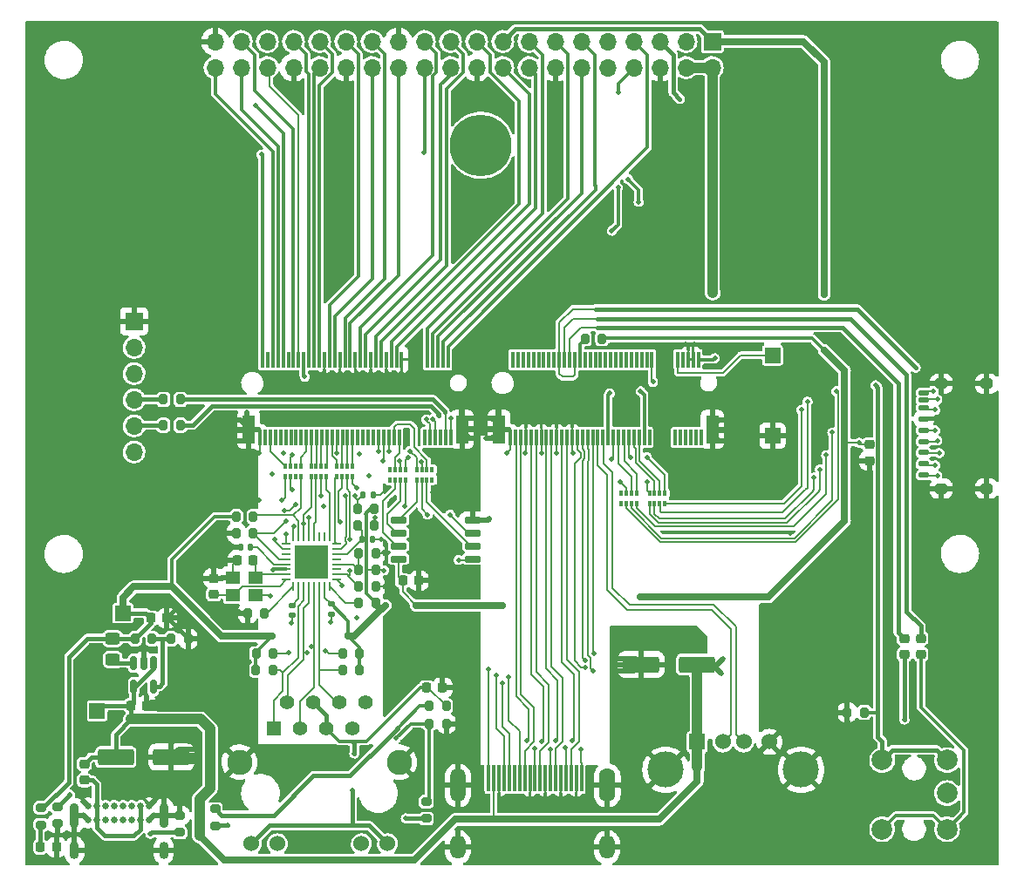
<source format=gbr>
%TF.GenerationSoftware,KiCad,Pcbnew,6.0.2-1.fc35*%
%TF.CreationDate,2022-03-30T21:24:33+02:00*%
%TF.ProjectId,dock,646f636b-2e6b-4696-9361-645f70636258,rev?*%
%TF.SameCoordinates,Original*%
%TF.FileFunction,Copper,L1,Top*%
%TF.FilePolarity,Positive*%
%FSLAX46Y46*%
G04 Gerber Fmt 4.6, Leading zero omitted, Abs format (unit mm)*
G04 Created by KiCad (PCBNEW 6.0.2-1.fc35) date 2022-03-30 21:24:33*
%MOMM*%
%LPD*%
G01*
G04 APERTURE LIST*
G04 Aperture macros list*
%AMRoundRect*
0 Rectangle with rounded corners*
0 $1 Rounding radius*
0 $2 $3 $4 $5 $6 $7 $8 $9 X,Y pos of 4 corners*
0 Add a 4 corners polygon primitive as box body*
4,1,4,$2,$3,$4,$5,$6,$7,$8,$9,$2,$3,0*
0 Add four circle primitives for the rounded corners*
1,1,$1+$1,$2,$3*
1,1,$1+$1,$4,$5*
1,1,$1+$1,$6,$7*
1,1,$1+$1,$8,$9*
0 Add four rect primitives between the rounded corners*
20,1,$1+$1,$2,$3,$4,$5,0*
20,1,$1+$1,$4,$5,$6,$7,0*
20,1,$1+$1,$6,$7,$8,$9,0*
20,1,$1+$1,$8,$9,$2,$3,0*%
G04 Aperture macros list end*
%TA.AperFunction,SMDPad,CuDef*%
%ADD10RoundRect,0.200000X0.275000X-0.200000X0.275000X0.200000X-0.275000X0.200000X-0.275000X-0.200000X0*%
%TD*%
%TA.AperFunction,SMDPad,CuDef*%
%ADD11RoundRect,0.200000X0.200000X0.275000X-0.200000X0.275000X-0.200000X-0.275000X0.200000X-0.275000X0*%
%TD*%
%TA.AperFunction,SMDPad,CuDef*%
%ADD12R,0.400000X0.500000*%
%TD*%
%TA.AperFunction,SMDPad,CuDef*%
%ADD13R,0.300000X0.500000*%
%TD*%
%TA.AperFunction,SMDPad,CuDef*%
%ADD14R,0.300000X2.600000*%
%TD*%
%TA.AperFunction,ComponentPad*%
%ADD15O,1.500000X2.300000*%
%TD*%
%TA.AperFunction,ComponentPad*%
%ADD16O,1.600000X3.300000*%
%TD*%
%TA.AperFunction,ComponentPad*%
%ADD17O,1.500000X3.300000*%
%TD*%
%TA.AperFunction,SMDPad,CuDef*%
%ADD18RoundRect,0.225000X0.250000X-0.225000X0.250000X0.225000X-0.250000X0.225000X-0.250000X-0.225000X0*%
%TD*%
%TA.AperFunction,SMDPad,CuDef*%
%ADD19R,0.300000X1.550000*%
%TD*%
%TA.AperFunction,SMDPad,CuDef*%
%ADD20R,1.200000X2.750000*%
%TD*%
%TA.AperFunction,SMDPad,CuDef*%
%ADD21RoundRect,0.200000X-0.275000X0.200000X-0.275000X-0.200000X0.275000X-0.200000X0.275000X0.200000X0*%
%TD*%
%TA.AperFunction,SMDPad,CuDef*%
%ADD22RoundRect,0.200000X-0.200000X-0.275000X0.200000X-0.275000X0.200000X0.275000X-0.200000X0.275000X0*%
%TD*%
%TA.AperFunction,SMDPad,CuDef*%
%ADD23R,1.500000X1.500000*%
%TD*%
%TA.AperFunction,ComponentPad*%
%ADD24R,1.524000X1.524000*%
%TD*%
%TA.AperFunction,ComponentPad*%
%ADD25C,1.524000*%
%TD*%
%TA.AperFunction,ComponentPad*%
%ADD26C,3.500000*%
%TD*%
%TA.AperFunction,ComponentPad*%
%ADD27R,1.700000X1.700000*%
%TD*%
%TA.AperFunction,ComponentPad*%
%ADD28O,1.700000X1.700000*%
%TD*%
%TA.AperFunction,ComponentPad*%
%ADD29C,2.000000*%
%TD*%
%TA.AperFunction,SMDPad,CuDef*%
%ADD30RoundRect,0.140000X-0.140000X-0.170000X0.140000X-0.170000X0.140000X0.170000X-0.140000X0.170000X0*%
%TD*%
%TA.AperFunction,SMDPad,CuDef*%
%ADD31RoundRect,0.225000X-0.250000X0.225000X-0.250000X-0.225000X0.250000X-0.225000X0.250000X0.225000X0*%
%TD*%
%TA.AperFunction,SMDPad,CuDef*%
%ADD32RoundRect,0.250000X0.450000X-0.325000X0.450000X0.325000X-0.450000X0.325000X-0.450000X-0.325000X0*%
%TD*%
%TA.AperFunction,SMDPad,CuDef*%
%ADD33RoundRect,0.150000X0.650000X0.150000X-0.650000X0.150000X-0.650000X-0.150000X0.650000X-0.150000X0*%
%TD*%
%TA.AperFunction,SMDPad,CuDef*%
%ADD34RoundRect,0.140000X-0.170000X0.140000X-0.170000X-0.140000X0.170000X-0.140000X0.170000X0.140000X0*%
%TD*%
%TA.AperFunction,SMDPad,CuDef*%
%ADD35RoundRect,0.150000X-0.150000X0.512500X-0.150000X-0.512500X0.150000X-0.512500X0.150000X0.512500X0*%
%TD*%
%TA.AperFunction,SMDPad,CuDef*%
%ADD36RoundRect,0.218750X0.256250X-0.218750X0.256250X0.218750X-0.256250X0.218750X-0.256250X-0.218750X0*%
%TD*%
%TA.AperFunction,SMDPad,CuDef*%
%ADD37R,1.400000X1.200000*%
%TD*%
%TA.AperFunction,SMDPad,CuDef*%
%ADD38RoundRect,0.140000X0.140000X0.170000X-0.140000X0.170000X-0.140000X-0.170000X0.140000X-0.170000X0*%
%TD*%
%TA.AperFunction,ComponentPad*%
%ADD39C,6.000000*%
%TD*%
%TA.AperFunction,SMDPad,CuDef*%
%ADD40RoundRect,0.225000X-0.225000X-0.250000X0.225000X-0.250000X0.225000X0.250000X-0.225000X0.250000X0*%
%TD*%
%TA.AperFunction,SMDPad,CuDef*%
%ADD41RoundRect,0.125000X-0.375000X0.125000X-0.375000X-0.125000X0.375000X-0.125000X0.375000X0.125000X0*%
%TD*%
%TA.AperFunction,SMDPad,CuDef*%
%ADD42RoundRect,0.237500X-0.362500X0.237500X-0.362500X-0.237500X0.362500X-0.237500X0.362500X0.237500X0*%
%TD*%
%TA.AperFunction,SMDPad,CuDef*%
%ADD43RoundRect,0.218750X0.218750X0.256250X-0.218750X0.256250X-0.218750X-0.256250X0.218750X-0.256250X0*%
%TD*%
%TA.AperFunction,SMDPad,CuDef*%
%ADD44RoundRect,0.062500X0.062500X-0.375000X0.062500X0.375000X-0.062500X0.375000X-0.062500X-0.375000X0*%
%TD*%
%TA.AperFunction,SMDPad,CuDef*%
%ADD45RoundRect,0.062500X0.375000X-0.062500X0.375000X0.062500X-0.375000X0.062500X-0.375000X-0.062500X0*%
%TD*%
%TA.AperFunction,SMDPad,CuDef*%
%ADD46R,3.300000X3.300000*%
%TD*%
%TA.AperFunction,ComponentPad*%
%ADD47C,0.650000*%
%TD*%
%TA.AperFunction,ComponentPad*%
%ADD48O,0.900000X1.700000*%
%TD*%
%TA.AperFunction,ComponentPad*%
%ADD49O,0.900000X2.400000*%
%TD*%
%TA.AperFunction,ComponentPad*%
%ADD50R,1.398000X1.398000*%
%TD*%
%TA.AperFunction,ComponentPad*%
%ADD51C,1.398000*%
%TD*%
%TA.AperFunction,ComponentPad*%
%ADD52C,1.530000*%
%TD*%
%TA.AperFunction,ComponentPad*%
%ADD53C,2.445000*%
%TD*%
%TA.AperFunction,SMDPad,CuDef*%
%ADD54RoundRect,0.250000X1.500000X0.550000X-1.500000X0.550000X-1.500000X-0.550000X1.500000X-0.550000X0*%
%TD*%
%TA.AperFunction,SMDPad,CuDef*%
%ADD55RoundRect,0.225000X0.225000X0.250000X-0.225000X0.250000X-0.225000X-0.250000X0.225000X-0.250000X0*%
%TD*%
%TA.AperFunction,SMDPad,CuDef*%
%ADD56RoundRect,0.250000X-1.500000X-0.550000X1.500000X-0.550000X1.500000X0.550000X-1.500000X0.550000X0*%
%TD*%
%TA.AperFunction,ViaPad*%
%ADD57C,0.460000*%
%TD*%
%TA.AperFunction,Conductor*%
%ADD58C,0.400000*%
%TD*%
%TA.AperFunction,Conductor*%
%ADD59C,0.150000*%
%TD*%
%TA.AperFunction,Conductor*%
%ADD60C,0.300000*%
%TD*%
%TA.AperFunction,Conductor*%
%ADD61C,0.700000*%
%TD*%
%TA.AperFunction,Conductor*%
%ADD62C,0.200000*%
%TD*%
%TA.AperFunction,Conductor*%
%ADD63C,1.000000*%
%TD*%
%TA.AperFunction,Conductor*%
%ADD64C,0.500000*%
%TD*%
%TA.AperFunction,Conductor*%
%ADD65C,0.175000*%
%TD*%
G04 APERTURE END LIST*
D10*
%TO.P,R3,1*%
%TO.N,Net-(J3-PadB5)*%
X128250000Y-154075000D03*
%TO.P,R3,2*%
%TO.N,GND*%
X128250000Y-152425000D03*
%TD*%
D11*
%TO.P,R22,1*%
%TO.N,GND*%
X154125000Y-143500000D03*
%TO.P,R22,2*%
%TO.N,LED2*%
X152475000Y-143500000D03*
%TD*%
%TO.P,R5,1*%
%TO.N,UART0_RX*%
X128325000Y-112000000D03*
%TO.P,R5,2*%
%TO.N,Net-(J5-Pad4)*%
X126675000Y-112000000D03*
%TD*%
%TO.P,R20,1*%
%TO.N,Net-(R20-Pad1)*%
X136475000Y-132762500D03*
%TO.P,R20,2*%
%TO.N,GND*%
X134825000Y-132762500D03*
%TD*%
%TO.P,R12,1*%
%TO.N,GND*%
X147275000Y-130162500D03*
%TO.P,R12,2*%
%TO.N,/Ethernet/RMII_RXD1*%
X145625000Y-130162500D03*
%TD*%
D12*
%TO.P,RN1,1,R1.1*%
%TO.N,/Storage/SDIO1_D0*%
X151250000Y-119800000D03*
D13*
%TO.P,RN1,2,R2.1*%
%TO.N,/Storage/SDIO1_D2*%
X151750000Y-119800000D03*
%TO.P,RN1,3,R3.1*%
%TO.N,/Storage/SDIO1_D1*%
X152250000Y-119800000D03*
D12*
%TO.P,RN1,4,R4.1*%
%TO.N,unconnected-(RN1-Pad4)*%
X152750000Y-119800000D03*
%TO.P,RN1,5,R4.2*%
%TO.N,unconnected-(RN1-Pad5)*%
X152750000Y-118800000D03*
D13*
%TO.P,RN1,6,R3.2*%
%TO.N,SDIO1_D1*%
X152250000Y-118800000D03*
%TO.P,RN1,7,R2.2*%
%TO.N,SDIO1_D2*%
X151750000Y-118800000D03*
D12*
%TO.P,RN1,8,R1.2*%
%TO.N,SDIO1_D0*%
X151250000Y-118800000D03*
%TD*%
D14*
%TO.P,J9,1,D2+*%
%TO.N,HDMI_TX2_P*%
X167250000Y-148750000D03*
%TO.P,J9,2,D2S*%
%TO.N,GND*%
X166750000Y-148750000D03*
%TO.P,J9,3,D2-*%
%TO.N,HDMI_TX2_N*%
X166250000Y-148750000D03*
%TO.P,J9,4,D1+*%
%TO.N,HDMI_TX1_P*%
X165750000Y-148750000D03*
%TO.P,J9,5,D1S*%
%TO.N,GND*%
X165250000Y-148750000D03*
%TO.P,J9,6,D1-*%
%TO.N,HDMI_TX1_N*%
X164750000Y-148750000D03*
%TO.P,J9,7,D0+*%
%TO.N,HDMI_TX0_P*%
X164250000Y-148750000D03*
%TO.P,J9,8,D0S*%
%TO.N,GND*%
X163750000Y-148750000D03*
%TO.P,J9,9,D0-*%
%TO.N,HDMI_TX0_N*%
X163250000Y-148750000D03*
%TO.P,J9,10,CK+*%
%TO.N,HDMI_CLK_P*%
X162750000Y-148750000D03*
%TO.P,J9,11,CKS*%
%TO.N,GND*%
X162250000Y-148750000D03*
%TO.P,J9,12,CK-*%
%TO.N,HDMI_CLK_N*%
X161750000Y-148750000D03*
%TO.P,J9,13,CEC*%
%TO.N,HDMI_CEC*%
X161250000Y-148750000D03*
%TO.P,J9,14,UTILITY*%
%TO.N,unconnected-(J9-Pad14)*%
X160750000Y-148750000D03*
%TO.P,J9,15,SCL*%
%TO.N,HDMI_SCL*%
X160250000Y-148750000D03*
%TO.P,J9,16,SDA*%
%TO.N,HDMI_SDA*%
X159750000Y-148750000D03*
%TO.P,J9,17,GND*%
%TO.N,GND*%
X159250000Y-148750000D03*
%TO.P,J9,18,+5V*%
%TO.N,+5V*%
X158750000Y-148750000D03*
%TO.P,J9,19,HPD*%
%TO.N,HDMI_HPD*%
X158250000Y-148750000D03*
D15*
%TO.P,J9,SH,SH*%
%TO.N,GND*%
X169750000Y-155500000D03*
X155250000Y-155500000D03*
D16*
X169750000Y-149500000D03*
D17*
X155250000Y-149500000D03*
%TD*%
D18*
%TO.P,C13,1*%
%TO.N,Net-(C13-Pad1)*%
X131550000Y-130912500D03*
%TO.P,C13,2*%
%TO.N,GND*%
X131550000Y-129362500D03*
%TD*%
D19*
%TO.P,J2,1,1*%
%TO.N,UART0_TX*%
X154550000Y-115675000D03*
%TO.P,J2,2,2*%
%TO.N,GPIO0*%
X154300000Y-108125000D03*
%TO.P,J2,3,3*%
%TO.N,UART0_RX*%
X154050000Y-115675000D03*
%TO.P,J2,4,4*%
%TO.N,GPIO1*%
X153800000Y-108125000D03*
%TO.P,J2,5,5*%
%TO.N,unconnected-(J2-Pad5)*%
X153550000Y-115675000D03*
%TO.P,J2,6,6*%
%TO.N,GPIO2*%
X153300000Y-108125000D03*
%TO.P,J2,7,7*%
%TO.N,I2C2_SCL*%
X153050000Y-115675000D03*
%TO.P,J2,8,8*%
%TO.N,GPIO3*%
X152800000Y-108125000D03*
%TO.P,J2,9,9*%
%TO.N,I2C2_SDA*%
X152550000Y-115675000D03*
%TO.P,J2,10,10*%
%TO.N,GPIO4*%
X152300000Y-108125000D03*
%TO.P,J2,11,11*%
%TO.N,unconnected-(J2-Pad11)*%
X152050000Y-115675000D03*
%TO.P,J2,20,20*%
%TO.N,GND*%
X149800000Y-108125000D03*
%TO.P,J2,21,21*%
%TO.N,SDIO1_D3*%
X149550000Y-115675000D03*
%TO.P,J2,22,22*%
%TO.N,GPIO5*%
X149300000Y-108125000D03*
%TO.P,J2,23,23*%
%TO.N,SDIO1_D1*%
X149050000Y-115675000D03*
%TO.P,J2,24,24*%
%TO.N,GPIO6*%
X148800000Y-108125000D03*
%TO.P,J2,25,25*%
%TO.N,SDIO1_D0*%
X148550000Y-115675000D03*
%TO.P,J2,26,26*%
%TO.N,GND*%
X148300000Y-108125000D03*
%TO.P,J2,27,27*%
%TO.N,SDIO1_CLK*%
X148050000Y-115675000D03*
%TO.P,J2,28,28*%
%TO.N,GPIO7*%
X147800000Y-108125000D03*
%TO.P,J2,29,29*%
%TO.N,SDIO1_CMD*%
X147550000Y-115675000D03*
%TO.P,J2,30,30*%
%TO.N,GPIO8*%
X147300000Y-108125000D03*
%TO.P,J2,31,31*%
%TO.N,unconnected-(J2-Pad31)*%
X147050000Y-115675000D03*
%TO.P,J2,32,32*%
%TO.N,GND*%
X146800000Y-108125000D03*
%TO.P,J2,33,33*%
%TO.N,unconnected-(J2-Pad33)*%
X146550000Y-115675000D03*
%TO.P,J2,34,34*%
%TO.N,GPIO9*%
X146300000Y-108125000D03*
%TO.P,J2,35,35*%
%TO.N,unconnected-(J2-Pad35)*%
X146050000Y-115675000D03*
%TO.P,J2,36,36*%
%TO.N,GPIO10*%
X145800000Y-108125000D03*
%TO.P,J2,37,37*%
%TO.N,unconnected-(J2-Pad37)*%
X145550000Y-115675000D03*
%TO.P,J2,38,38*%
%TO.N,GND*%
X145300000Y-108125000D03*
%TO.P,J2,39,39*%
%TO.N,RMII_CRS_DV*%
X145050000Y-115675000D03*
%TO.P,J2,40,40*%
%TO.N,GPIO11*%
X144800000Y-108125000D03*
%TO.P,J2,41,41*%
%TO.N,RMII_RXD1*%
X144550000Y-115675000D03*
%TO.P,J2,42,42*%
%TO.N,GPIO12*%
X144300000Y-108125000D03*
%TO.P,J2,43,43*%
%TO.N,RMII_RXD0*%
X144050000Y-115675000D03*
%TO.P,J2,44,44*%
%TO.N,GND*%
X143800000Y-108125000D03*
%TO.P,J2,45,45*%
%TO.N,RMII_TXCK*%
X143550000Y-115675000D03*
%TO.P,J2,46,46*%
%TO.N,GPIO13*%
X143300000Y-108125000D03*
%TO.P,J2,47,47*%
%TO.N,RMII_TXD0*%
X143050000Y-115675000D03*
%TO.P,J2,48,48*%
%TO.N,GPIO14*%
X142800000Y-108125000D03*
%TO.P,J2,49,49*%
%TO.N,RMII_TXD1*%
X142550000Y-115675000D03*
%TO.P,J2,50,50*%
%TO.N,GND*%
X142300000Y-108125000D03*
%TO.P,J2,51,51*%
%TO.N,RMII_RXER*%
X142050000Y-115675000D03*
%TO.P,J2,52,52*%
%TO.N,GPIO15*%
X141800000Y-108125000D03*
%TO.P,J2,53,53*%
%TO.N,RMII_TXEN*%
X141550000Y-115675000D03*
%TO.P,J2,54,54*%
%TO.N,GPIO16*%
X141300000Y-108125000D03*
%TO.P,J2,55,55*%
%TO.N,RMII_MDC*%
X141050000Y-115675000D03*
%TO.P,J2,56,56*%
%TO.N,GPIO17*%
X140800000Y-108125000D03*
%TO.P,J2,57,57*%
%TO.N,RMII_MDIO*%
X140550000Y-115675000D03*
%TO.P,J2,58,58*%
%TO.N,SDIO1_D2*%
X140300000Y-108125000D03*
%TO.P,J2,59,59*%
%TO.N,unconnected-(J2-Pad59)*%
X140050000Y-115675000D03*
%TO.P,J2,60,60*%
%TO.N,GPIO18*%
X139800000Y-108125000D03*
%TO.P,J2,61,61*%
%TO.N,unconnected-(J2-Pad61)*%
X139550000Y-115675000D03*
%TO.P,J2,62,62*%
%TO.N,GPIO19*%
X139300000Y-108125000D03*
%TO.P,J2,63,63*%
%TO.N,unconnected-(J2-Pad63)*%
X139050000Y-115675000D03*
%TO.P,J2,64,64*%
%TO.N,unconnected-(J2-Pad64)*%
X138800000Y-108125000D03*
%TO.P,J2,65,65*%
%TO.N,unconnected-(J2-Pad65)*%
X138550000Y-115675000D03*
%TO.P,J2,66,66*%
%TO.N,SPI0_SCLK*%
X138300000Y-108125000D03*
%TO.P,J2,67,67*%
%TO.N,unconnected-(J2-Pad67)*%
X138050000Y-115675000D03*
%TO.P,J2,68,68*%
%TO.N,SPI0_CIPO*%
X137800000Y-108125000D03*
%TO.P,J2,69,69*%
%TO.N,unconnected-(J2-Pad69)*%
X137550000Y-115675000D03*
%TO.P,J2,70,70*%
%TO.N,SPI0_COPI*%
X137300000Y-108125000D03*
%TO.P,J2,71,71*%
%TO.N,RMII_RST*%
X137050000Y-115675000D03*
%TO.P,J2,72,72*%
%TO.N,unconnected-(J2-Pad72)*%
X136800000Y-108125000D03*
%TO.P,J2,73,73*%
%TO.N,unconnected-(J2-Pad73)*%
X136550000Y-115675000D03*
%TO.P,J2,74,74*%
%TO.N,SPI0_PS*%
X136300000Y-108125000D03*
%TO.P,J2,75,75*%
%TO.N,GND*%
X136050000Y-115675000D03*
D20*
%TO.P,J2,S1,SHIELD*%
X155650000Y-114900000D03*
%TO.P,J2,S2,SHIELD*%
X134950000Y-114900000D03*
%TD*%
D21*
%TO.P,R15,1*%
%TO.N,+3V3*%
X114800000Y-151675000D03*
%TO.P,R15,2*%
%TO.N,Net-(D1-Pad2)*%
X114800000Y-153325000D03*
%TD*%
D22*
%TO.P,R18,1*%
%TO.N,Net-(R18-Pad1)*%
X145625000Y-131762500D03*
%TO.P,R18,2*%
%TO.N,+3V3*%
X147275000Y-131762500D03*
%TD*%
%TO.P,R19,1*%
%TO.N,RST_PHY*%
X145500000Y-122662500D03*
%TO.P,R19,2*%
%TO.N,+3V3*%
X147150000Y-122662500D03*
%TD*%
D11*
%TO.P,R10,1*%
%TO.N,GND*%
X147275000Y-126962500D03*
%TO.P,R10,2*%
%TO.N,Net-(R10-Pad2)*%
X145625000Y-126962500D03*
%TD*%
D12*
%TO.P,RN4,1,R1.1*%
%TO.N,/Ethernet/RMII_MDC*%
X141000000Y-119500000D03*
D13*
%TO.P,RN4,2,R2.1*%
%TO.N,/Ethernet/RMII_TXEN*%
X141500000Y-119500000D03*
%TO.P,RN4,3,R3.1*%
%TO.N,/Ethernet/RMII_RXER*%
X142000000Y-119500000D03*
D12*
%TO.P,RN4,4,R4.1*%
%TO.N,/Ethernet/RMII_TXD1*%
X142500000Y-119500000D03*
%TO.P,RN4,5,R4.2*%
%TO.N,RMII_TXD1*%
X142500000Y-118500000D03*
D13*
%TO.P,RN4,6,R3.2*%
%TO.N,RMII_RXER*%
X142000000Y-118500000D03*
%TO.P,RN4,7,R2.2*%
%TO.N,RMII_TXEN*%
X141500000Y-118500000D03*
D12*
%TO.P,RN4,8,R1.2*%
%TO.N,RMII_MDC*%
X141000000Y-118500000D03*
%TD*%
D23*
%TO.P,TP1,1,1*%
%TO.N,+5V*%
X120250000Y-142250000D03*
%TD*%
%TO.P,SW1,1,1*%
%TO.N,GND*%
X185800000Y-115500000D03*
%TO.P,SW1,2,2*%
%TO.N,RST*%
X185800000Y-107700000D03*
%TD*%
D11*
%TO.P,R6,1*%
%TO.N,UART0_TX*%
X128325000Y-114500000D03*
%TO.P,R6,2*%
%TO.N,Net-(J5-Pad5)*%
X126675000Y-114500000D03*
%TD*%
D22*
%TO.P,R23,1*%
%TO.N,+3V3*%
X135650000Y-138300000D03*
%TO.P,R23,2*%
%TO.N,/Ethernet/TD_P*%
X137300000Y-138300000D03*
%TD*%
D24*
%TO.P,J6,1,VBUS*%
%TO.N,+5V*%
X178500000Y-145272500D03*
D25*
%TO.P,J6,2,D-*%
%TO.N,USB1_HOST_N*%
X181000000Y-145272500D03*
%TO.P,J6,3,D+*%
%TO.N,USB1_HOST_P*%
X183000000Y-145272500D03*
%TO.P,J6,4,GND*%
%TO.N,GND*%
X185500000Y-145272500D03*
D26*
%TO.P,J6,5,Shield*%
X175430000Y-147982500D03*
X188570000Y-147982500D03*
%TD*%
D27*
%TO.P,J4,1,3V3*%
%TO.N,+3V3*%
X179950000Y-77210000D03*
D28*
%TO.P,J4,2,5V*%
%TO.N,+5V*%
X179950000Y-79750000D03*
%TO.P,J4,3,SDA/GPIO2*%
%TO.N,I2C2_SDA*%
X177410000Y-77210000D03*
%TO.P,J4,4,5V*%
%TO.N,+5V*%
X177410000Y-79750000D03*
%TO.P,J4,5,SCL/GPIO3*%
%TO.N,I2C2_SCL*%
X174870000Y-77210000D03*
%TO.P,J4,6,GND*%
%TO.N,GND*%
X174870000Y-79750000D03*
%TO.P,J4,7,GCLK0/GPIO4*%
%TO.N,GPIO0*%
X172330000Y-77210000D03*
%TO.P,J4,8,GPIO14/TXD*%
%TO.N,UART1_TX*%
X172330000Y-79750000D03*
%TO.P,J4,9,GND*%
%TO.N,GND*%
X169790000Y-77210000D03*
%TO.P,J4,10,GPIO15/RXD*%
%TO.N,UART1_RX*%
X169790000Y-79750000D03*
%TO.P,J4,11,GPIO17*%
%TO.N,GPIO1*%
X167250000Y-77210000D03*
%TO.P,J4,12,GPIO18/PWM0*%
%TO.N,GPIO2*%
X167250000Y-79750000D03*
%TO.P,J4,13,GPIO27*%
%TO.N,GPIO3*%
X164710000Y-77210000D03*
%TO.P,J4,14,GND*%
%TO.N,GND*%
X164710000Y-79750000D03*
%TO.P,J4,15,GPIO22*%
%TO.N,GPIO4*%
X162170000Y-77210000D03*
%TO.P,J4,16,GPIO23*%
%TO.N,GPIO5*%
X162170000Y-79750000D03*
%TO.P,J4,17,3V3*%
%TO.N,+3V3*%
X159630000Y-77210000D03*
%TO.P,J4,18,GPIO24*%
%TO.N,GPIO6*%
X159630000Y-79750000D03*
%TO.P,J4,19,MOSI0/GPIO10*%
%TO.N,GPIO7*%
X157090000Y-77210000D03*
%TO.P,J4,20,GND*%
%TO.N,GND*%
X157090000Y-79750000D03*
%TO.P,J4,21,MISO0/GPIO9*%
%TO.N,GPIO8*%
X154550000Y-77210000D03*
%TO.P,J4,22,GPIO25*%
%TO.N,GPIO9*%
X154550000Y-79750000D03*
%TO.P,J4,23,SCLK0/GPIO11*%
%TO.N,GPIO10*%
X152010000Y-77210000D03*
%TO.P,J4,24,~{CE0}/GPIO8*%
%TO.N,SPI0_PS*%
X152010000Y-79750000D03*
%TO.P,J4,25,GND*%
%TO.N,GND*%
X149470000Y-77210000D03*
%TO.P,J4,26,~{CE1}/GPIO7*%
%TO.N,GPIO11*%
X149470000Y-79750000D03*
%TO.P,J4,27,ID_SD/GPIO0*%
%TO.N,GPIO12*%
X146930000Y-77210000D03*
%TO.P,J4,28,ID_SC/GPIO1*%
%TO.N,GPIO13*%
X146930000Y-79750000D03*
%TO.P,J4,29,GCLK1/GPIO5*%
%TO.N,GPIO14*%
X144390000Y-77210000D03*
%TO.P,J4,30,GND*%
%TO.N,GND*%
X144390000Y-79750000D03*
%TO.P,J4,31,GCLK2/GPIO6*%
%TO.N,GPIO15*%
X141850000Y-77210000D03*
%TO.P,J4,32,PWM0/GPIO12*%
%TO.N,GPIO16*%
X141850000Y-79750000D03*
%TO.P,J4,33,PWM1/GPIO13*%
%TO.N,GPIO17*%
X139310000Y-77210000D03*
%TO.P,J4,34,GND*%
%TO.N,GND*%
X139310000Y-79750000D03*
%TO.P,J4,35,GPIO19/MISO1*%
%TO.N,SPI0_SCLK*%
X136770000Y-77210000D03*
%TO.P,J4,36,GPIO16*%
%TO.N,GPIO18*%
X136770000Y-79750000D03*
%TO.P,J4,37,GPIO26*%
%TO.N,GPIO19*%
X134230000Y-77210000D03*
%TO.P,J4,38,GPIO20/MOSI1*%
%TO.N,SPI0_CIPO*%
X134230000Y-79750000D03*
%TO.P,J4,39,GND*%
%TO.N,GND*%
X131690000Y-77210000D03*
%TO.P,J4,40,GPIO21/SCLK1*%
%TO.N,SPI0_COPI*%
X131690000Y-79750000D03*
%TD*%
D11*
%TO.P,R7,1*%
%TO.N,GNDA*%
X194700000Y-142400000D03*
%TO.P,R7,2*%
%TO.N,GND*%
X193050000Y-142400000D03*
%TD*%
%TO.P,R8,1*%
%TO.N,+3V3*%
X169250000Y-106100000D03*
%TO.P,R8,2*%
%TO.N,Net-(J1-Pad48)*%
X167600000Y-106100000D03*
%TD*%
D21*
%TO.P,R4,1*%
%TO.N,Net-(J3-PadA5)*%
X116400000Y-151575000D03*
%TO.P,R4,2*%
%TO.N,GND*%
X116400000Y-153225000D03*
%TD*%
D29*
%TO.P,J7,R*%
%TO.N,Net-(C5-Pad1)*%
X202747566Y-150250000D03*
%TO.P,J7,S*%
%TO.N,GNDA*%
X196447566Y-147050000D03*
X202752433Y-147050000D03*
%TO.P,J7,T*%
%TO.N,Net-(C6-Pad1)*%
X196447566Y-153750000D03*
X202747566Y-153750000D03*
%TD*%
D12*
%TO.P,RN6,1,R1.1*%
%TO.N,/Storage/SD_D3*%
X173850000Y-122100000D03*
D13*
%TO.P,RN6,2,R2.1*%
%TO.N,/Storage/SD_D2*%
X174350000Y-122100000D03*
%TO.P,RN6,3,R3.1*%
%TO.N,/Storage/SD_D1*%
X174850000Y-122100000D03*
D12*
%TO.P,RN6,4,R4.1*%
%TO.N,/Storage/SD_D0*%
X175350000Y-122100000D03*
%TO.P,RN6,5,R4.2*%
%TO.N,SD_D0*%
X175350000Y-121100000D03*
D13*
%TO.P,RN6,6,R3.2*%
%TO.N,SD_D1*%
X174850000Y-121100000D03*
%TO.P,RN6,7,R2.2*%
%TO.N,SD_D2*%
X174350000Y-121100000D03*
D12*
%TO.P,RN6,8,R1.2*%
%TO.N,SD_D3*%
X173850000Y-121100000D03*
%TD*%
D30*
%TO.P,C7,1*%
%TO.N,+3V3*%
X145990000Y-125562500D03*
%TO.P,C7,2*%
%TO.N,GND*%
X146950000Y-125562500D03*
%TD*%
D12*
%TO.P,RN5,1,R1.1*%
%TO.N,RST_PHY*%
X138500000Y-119500000D03*
D13*
%TO.P,RN5,2,R2.1*%
%TO.N,/Ethernet/RMII_TXCK*%
X139000000Y-119500000D03*
%TO.P,RN5,3,R3.1*%
%TO.N,unconnected-(RN5-Pad3)*%
X139500000Y-119500000D03*
D12*
%TO.P,RN5,4,R4.1*%
%TO.N,/Ethernet/RMII_MDIO*%
X140000000Y-119500000D03*
%TO.P,RN5,5,R4.2*%
%TO.N,RMII_MDIO*%
X140000000Y-118500000D03*
D13*
%TO.P,RN5,6,R3.2*%
%TO.N,unconnected-(RN5-Pad6)*%
X139500000Y-118500000D03*
%TO.P,RN5,7,R2.2*%
%TO.N,RMII_TXCK*%
X139000000Y-118500000D03*
D12*
%TO.P,RN5,8,R1.2*%
%TO.N,RMII_RST*%
X138500000Y-118500000D03*
%TD*%
D31*
%TO.P,C15,1*%
%TO.N,+3V3*%
X195200000Y-116400000D03*
%TO.P,C15,2*%
%TO.N,GND*%
X195200000Y-117950000D03*
%TD*%
D32*
%TO.P,L1,1,1*%
%TO.N,Net-(L1-Pad1)*%
X121750000Y-137275000D03*
%TO.P,L1,2,2*%
%TO.N,+3V3*%
X121750000Y-135225000D03*
%TD*%
D33*
%TO.P,U3,1,~{CS}*%
%TO.N,/Storage/SDIO1_CMD*%
X156707858Y-127505000D03*
%TO.P,U3,2,DO(IO1)*%
%TO.N,/Storage/SDIO1_D1*%
X156707858Y-126235000D03*
%TO.P,U3,3,IO2*%
%TO.N,/Storage/SDIO1_D2*%
X156707858Y-124965000D03*
%TO.P,U3,4,GND*%
%TO.N,GND*%
X156707858Y-123695000D03*
%TO.P,U3,5,DI(IO0)*%
%TO.N,/Storage/SDIO1_D0*%
X149507858Y-123695000D03*
%TO.P,U3,6,CLK*%
%TO.N,/Storage/SDIO1_CLK*%
X149507858Y-124965000D03*
%TO.P,U3,7,IO3*%
%TO.N,/Storage/SDIO1_D3*%
X149507858Y-126235000D03*
%TO.P,U3,8,VCC*%
%TO.N,+3V3*%
X149507858Y-127505000D03*
%TD*%
D10*
%TO.P,R14,1*%
%TO.N,Net-(J8-Pad11)*%
X152200000Y-152725000D03*
%TO.P,R14,2*%
%TO.N,LED2*%
X152200000Y-151075000D03*
%TD*%
D34*
%TO.P,C8,1*%
%TO.N,+3V3*%
X142950000Y-131882500D03*
%TO.P,C8,2*%
%TO.N,GND*%
X142950000Y-132842500D03*
%TD*%
D12*
%TO.P,RN3,1,R1.1*%
%TO.N,/Ethernet/RMII_TXD0*%
X143500000Y-119500000D03*
D13*
%TO.P,RN3,2,R2.1*%
%TO.N,/Ethernet/RMII_RXD0*%
X144000000Y-119500000D03*
%TO.P,RN3,3,R3.1*%
%TO.N,/Ethernet/RMII_RXD1*%
X144500000Y-119500000D03*
D12*
%TO.P,RN3,4,R4.1*%
%TO.N,/Ethernet/RMII_CRS_DV*%
X145000000Y-119500000D03*
%TO.P,RN3,5,R4.2*%
%TO.N,RMII_CRS_DV*%
X145000000Y-118500000D03*
D13*
%TO.P,RN3,6,R3.2*%
%TO.N,RMII_RXD1*%
X144500000Y-118500000D03*
%TO.P,RN3,7,R2.2*%
%TO.N,RMII_RXD0*%
X144000000Y-118500000D03*
D12*
%TO.P,RN3,8,R1.2*%
%TO.N,RMII_TXD0*%
X143500000Y-118500000D03*
%TD*%
D18*
%TO.P,C6,1*%
%TO.N,Net-(C6-Pad1)*%
X200200000Y-136775000D03*
%TO.P,C6,2*%
%TO.N,HP_LEFT*%
X200200000Y-135225000D03*
%TD*%
D19*
%TO.P,J1,1,1*%
%TO.N,unconnected-(J1-Pad1)*%
X178850000Y-115675000D03*
%TO.P,J1,2,2*%
%TO.N,+5V*%
X178600000Y-108125000D03*
%TO.P,J1,3,3*%
%TO.N,unconnected-(J1-Pad3)*%
X178350000Y-115675000D03*
%TO.P,J1,4,4*%
%TO.N,GND*%
X178100000Y-108125000D03*
%TO.P,J1,5,5*%
%TO.N,unconnected-(J1-Pad5)*%
X177850000Y-115675000D03*
%TO.P,J1,6,6*%
%TO.N,GND*%
X177600000Y-108125000D03*
%TO.P,J1,7,7*%
%TO.N,unconnected-(J1-Pad7)*%
X177350000Y-115675000D03*
%TO.P,J1,8,8*%
%TO.N,unconnected-(J1-Pad8)*%
X177100000Y-108125000D03*
%TO.P,J1,9,9*%
%TO.N,unconnected-(J1-Pad9)*%
X176850000Y-115675000D03*
%TO.P,J1,10,10*%
%TO.N,RST*%
X176600000Y-108125000D03*
%TO.P,J1,11,11*%
%TO.N,unconnected-(J1-Pad11)*%
X176350000Y-115675000D03*
%TO.P,J1,20,20*%
%TO.N,SD_DET*%
X174100000Y-108125000D03*
%TO.P,J1,21,21*%
%TO.N,unconnected-(J1-Pad21)*%
X173850000Y-115675000D03*
%TO.P,J1,22,22*%
%TO.N,unconnected-(J1-Pad22)*%
X173600000Y-108125000D03*
%TO.P,J1,23,23*%
%TO.N,UART1_RX*%
X173350000Y-115675000D03*
%TO.P,J1,24,24*%
%TO.N,unconnected-(J1-Pad24)*%
X173100000Y-108125000D03*
%TO.P,J1,25,25*%
%TO.N,SD_D1*%
X172850000Y-115675000D03*
%TO.P,J1,26,26*%
%TO.N,unconnected-(J1-Pad26)*%
X172600000Y-108125000D03*
%TO.P,J1,27,27*%
%TO.N,SD_D2*%
X172350000Y-115675000D03*
%TO.P,J1,28,28*%
%TO.N,unconnected-(J1-Pad28)*%
X172100000Y-108125000D03*
%TO.P,J1,29,29*%
%TO.N,SD_D0*%
X171850000Y-115675000D03*
%TO.P,J1,30,30*%
%TO.N,unconnected-(J1-Pad30)*%
X171600000Y-108125000D03*
%TO.P,J1,31,31*%
%TO.N,SD_CMD*%
X171350000Y-115675000D03*
%TO.P,J1,32,32*%
%TO.N,unconnected-(J1-Pad32)*%
X171100000Y-108125000D03*
%TO.P,J1,33,33*%
%TO.N,SD_CLK*%
X170850000Y-115675000D03*
%TO.P,J1,34,34*%
%TO.N,unconnected-(J1-Pad34)*%
X170600000Y-108125000D03*
%TO.P,J1,35,35*%
%TO.N,SD_D3*%
X170350000Y-115675000D03*
%TO.P,J1,36,36*%
%TO.N,unconnected-(J1-Pad36)*%
X170100000Y-108125000D03*
%TO.P,J1,37,37*%
%TO.N,UART1_TX*%
X169850000Y-115675000D03*
%TO.P,J1,38,38*%
%TO.N,unconnected-(J1-Pad38)*%
X169600000Y-108125000D03*
%TO.P,J1,39,39*%
%TO.N,USB1_HOST_P*%
X169350000Y-115675000D03*
%TO.P,J1,40,40*%
%TO.N,unconnected-(J1-Pad40)*%
X169100000Y-108125000D03*
%TO.P,J1,41,41*%
%TO.N,USB1_HOST_N*%
X168850000Y-115675000D03*
%TO.P,J1,42,42*%
%TO.N,unconnected-(J1-Pad42)*%
X168600000Y-108125000D03*
%TO.P,J1,43,43*%
%TO.N,HDMI_HPD*%
X168350000Y-115675000D03*
%TO.P,J1,44,44*%
%TO.N,unconnected-(J1-Pad44)*%
X168100000Y-108125000D03*
%TO.P,J1,45,45*%
%TO.N,HDMI_CEC*%
X167850000Y-115675000D03*
%TO.P,J1,46,46*%
%TO.N,unconnected-(J1-Pad46)*%
X167600000Y-108125000D03*
%TO.P,J1,47,47*%
%TO.N,HDMI_SDA*%
X167350000Y-115675000D03*
%TO.P,J1,48,48*%
%TO.N,Net-(J1-Pad48)*%
X167100000Y-108125000D03*
%TO.P,J1,49,49*%
%TO.N,HDMI_SCL*%
X166850000Y-115675000D03*
%TO.P,J1,50,50*%
%TO.N,GNDA*%
X166600000Y-108125000D03*
%TO.P,J1,51,51*%
%TO.N,GND*%
X166350000Y-115675000D03*
%TO.P,J1,52,52*%
%TO.N,HP_RIGHT*%
X166100000Y-108125000D03*
%TO.P,J1,53,53*%
%TO.N,HDMI_TX2_N*%
X165850000Y-115675000D03*
%TO.P,J1,54,54*%
%TO.N,HP_LEFT*%
X165600000Y-108125000D03*
%TO.P,J1,55,55*%
%TO.N,HDMI_TX2_P*%
X165350000Y-115675000D03*
%TO.P,J1,56,56*%
%TO.N,GNDA*%
X165100000Y-108125000D03*
%TO.P,J1,57,57*%
%TO.N,GND*%
X164850000Y-115675000D03*
%TO.P,J1,58,58*%
%TO.N,unconnected-(J1-Pad58)*%
X164600000Y-108125000D03*
%TO.P,J1,59,59*%
%TO.N,HDMI_TX1_N*%
X164350000Y-115675000D03*
%TO.P,J1,60,60*%
%TO.N,unconnected-(J1-Pad60)*%
X164100000Y-108125000D03*
%TO.P,J1,61,61*%
%TO.N,HDMI_TX1_P*%
X163850000Y-115675000D03*
%TO.P,J1,62,62*%
%TO.N,unconnected-(J1-Pad62)*%
X163600000Y-108125000D03*
%TO.P,J1,63,63*%
%TO.N,GND*%
X163350000Y-115675000D03*
%TO.P,J1,64,64*%
%TO.N,unconnected-(J1-Pad64)*%
X163100000Y-108125000D03*
%TO.P,J1,65,65*%
%TO.N,HDMI_TX0_N*%
X162850000Y-115675000D03*
%TO.P,J1,66,66*%
%TO.N,unconnected-(J1-Pad66)*%
X162600000Y-108125000D03*
%TO.P,J1,67,67*%
%TO.N,HDMI_TX0_P*%
X162350000Y-115675000D03*
%TO.P,J1,68,68*%
%TO.N,unconnected-(J1-Pad68)*%
X162100000Y-108125000D03*
%TO.P,J1,69,69*%
%TO.N,GND*%
X161850000Y-115675000D03*
%TO.P,J1,70,70*%
%TO.N,unconnected-(J1-Pad70)*%
X161600000Y-108125000D03*
%TO.P,J1,71,71*%
%TO.N,HDMI_CLK_N*%
X161350000Y-115675000D03*
%TO.P,J1,72,72*%
%TO.N,unconnected-(J1-Pad72)*%
X161100000Y-108125000D03*
%TO.P,J1,73,73*%
%TO.N,HDMI_CLK_P*%
X160850000Y-115675000D03*
%TO.P,J1,74,74*%
%TO.N,unconnected-(J1-Pad74)*%
X160600000Y-108125000D03*
%TO.P,J1,75,75*%
%TO.N,GND*%
X160350000Y-115675000D03*
D20*
%TO.P,J1,S1,SHIELD*%
X179950000Y-114900000D03*
%TO.P,J1,S2,SHIELD*%
X159250000Y-114900000D03*
%TD*%
D12*
%TO.P,RN2,1,R1.1*%
%TO.N,unconnected-(RN2-Pad1)*%
X148650000Y-119800000D03*
D13*
%TO.P,RN2,2,R2.1*%
%TO.N,/Storage/SDIO1_D3*%
X149150000Y-119800000D03*
%TO.P,RN2,3,R3.1*%
%TO.N,/Storage/SDIO1_CLK*%
X149650000Y-119800000D03*
D12*
%TO.P,RN2,4,R4.1*%
%TO.N,/Storage/SDIO1_CMD*%
X150150000Y-119800000D03*
%TO.P,RN2,5,R4.2*%
%TO.N,SDIO1_CMD*%
X150150000Y-118800000D03*
D13*
%TO.P,RN2,6,R3.2*%
%TO.N,SDIO1_CLK*%
X149650000Y-118800000D03*
%TO.P,RN2,7,R2.2*%
%TO.N,SDIO1_D3*%
X149150000Y-118800000D03*
D12*
%TO.P,RN2,8,R1.2*%
%TO.N,unconnected-(RN2-Pad8)*%
X148650000Y-118800000D03*
%TD*%
D30*
%TO.P,C10,1*%
%TO.N,RST_PHY*%
X146070000Y-121262500D03*
%TO.P,C10,2*%
%TO.N,GND*%
X147030000Y-121262500D03*
%TD*%
D11*
%TO.P,R21,1*%
%TO.N,+3V3*%
X154125000Y-141800000D03*
%TO.P,R21,2*%
%TO.N,LED1*%
X152475000Y-141800000D03*
%TD*%
D35*
%TO.P,U1,1,CE*%
%TO.N,+5V*%
X125700000Y-137612500D03*
%TO.P,U1,2,GND*%
%TO.N,GND*%
X124750000Y-137612500D03*
%TO.P,U1,3,LX*%
%TO.N,Net-(L1-Pad1)*%
X123800000Y-137612500D03*
%TO.P,U1,4,VIN*%
%TO.N,+5V*%
X123800000Y-139887500D03*
%TO.P,U1,5,FB*%
%TO.N,Net-(R1-Pad2)*%
X125700000Y-139887500D03*
%TD*%
D36*
%TO.P,FB1,1*%
%TO.N,Net-(FB1-Pad1)*%
X119000000Y-148987500D03*
%TO.P,FB1,2*%
%TO.N,+5V*%
X119000000Y-147412500D03*
%TD*%
D37*
%TO.P,Y1,1,1*%
%TO.N,Net-(C13-Pad1)*%
X133450000Y-131012500D03*
%TO.P,Y1,2,2*%
%TO.N,GND*%
X135650000Y-131012500D03*
%TO.P,Y1,3,3*%
%TO.N,Net-(C14-Pad1)*%
X135650000Y-129312500D03*
%TO.P,Y1,4,4*%
%TO.N,GND*%
X133450000Y-129312500D03*
%TD*%
D38*
%TO.P,C12,1*%
%TO.N,Net-(C12-Pad1)*%
X135130000Y-126362500D03*
%TO.P,C12,2*%
%TO.N,GND*%
X134170000Y-126362500D03*
%TD*%
D11*
%TO.P,R26,1*%
%TO.N,+3V3*%
X145725000Y-138300000D03*
%TO.P,R26,2*%
%TO.N,/Ethernet/RD_N*%
X144075000Y-138300000D03*
%TD*%
D39*
%TO.P,H1,*%
%TO.N,*%
X157500000Y-87300000D03*
%TD*%
D34*
%TO.P,C11,1*%
%TO.N,Net-(C11-Pad1)*%
X139150000Y-132002500D03*
%TO.P,C11,2*%
%TO.N,GND*%
X139150000Y-132962500D03*
%TD*%
D40*
%TO.P,C16,1*%
%TO.N,+3V3*%
X152225000Y-140000000D03*
%TO.P,C16,2*%
%TO.N,GND*%
X153775000Y-140000000D03*
%TD*%
%TO.P,C3,1*%
%TO.N,+3V3*%
X125475000Y-133250000D03*
%TO.P,C3,2*%
%TO.N,GND*%
X127025000Y-133250000D03*
%TD*%
D11*
%TO.P,R25,1*%
%TO.N,+3V3*%
X145725000Y-136700000D03*
%TO.P,R25,2*%
%TO.N,/Ethernet/RD_P*%
X144075000Y-136700000D03*
%TD*%
D41*
%TO.P,U4,1,DAT2*%
%TO.N,/Storage/SD_D2*%
X200487500Y-119367500D03*
%TO.P,U4,2,DAT3/CD*%
%TO.N,/Storage/SD_D3*%
X200487500Y-118267500D03*
%TO.P,U4,3,CMD*%
%TO.N,/Storage/SD_CMD*%
X200487500Y-117167500D03*
%TO.P,U4,4,VDD*%
%TO.N,+3V3*%
X200487500Y-116067500D03*
%TO.P,U4,5,CLK*%
%TO.N,/Storage/SD_CLK*%
X200487500Y-114967500D03*
%TO.P,U4,6,VSS*%
%TO.N,GND*%
X200487500Y-113867500D03*
%TO.P,U4,7,DAT0*%
%TO.N,/Storage/SD_D0*%
X200487500Y-112767500D03*
%TO.P,U4,8,DAT1*%
%TO.N,/Storage/SD_D1*%
X200487500Y-112067500D03*
%TO.P,U4,9,DET_B*%
%TO.N,/Storage/SD_DET*%
X200487500Y-111367500D03*
D42*
%TO.P,U4,10,SHIELD*%
%TO.N,GND*%
X202187500Y-120667500D03*
X206587500Y-120667500D03*
X202187500Y-110467500D03*
X206587500Y-110467500D03*
%TD*%
D22*
%TO.P,R16,1*%
%TO.N,+3V3*%
X145525000Y-124262500D03*
%TO.P,R16,2*%
%TO.N,/Ethernet/RMII_MDC*%
X147175000Y-124262500D03*
%TD*%
D12*
%TO.P,RN7,1,R1.1*%
%TO.N,unconnected-(RN7-Pad1)*%
X171100000Y-122100000D03*
D13*
%TO.P,RN7,2,R2.1*%
%TO.N,/Storage/SD_DET*%
X171600000Y-122100000D03*
%TO.P,RN7,3,R3.1*%
%TO.N,/Storage/SD_CLK*%
X172100000Y-122100000D03*
D12*
%TO.P,RN7,4,R4.1*%
%TO.N,/Storage/SD_CMD*%
X172600000Y-122100000D03*
%TO.P,RN7,5,R4.2*%
%TO.N,SD_CMD*%
X172600000Y-121100000D03*
D13*
%TO.P,RN7,6,R3.2*%
%TO.N,SD_CLK*%
X172100000Y-121100000D03*
%TO.P,RN7,7,R2.2*%
%TO.N,SD_DET*%
X171600000Y-121100000D03*
D12*
%TO.P,RN7,8,R1.2*%
%TO.N,unconnected-(RN7-Pad8)*%
X171100000Y-121100000D03*
%TD*%
D22*
%TO.P,R11,1*%
%TO.N,+3V3*%
X133750000Y-123362500D03*
%TO.P,R11,2*%
%TO.N,/Ethernet/RMII_MDIO*%
X135400000Y-123362500D03*
%TD*%
D43*
%TO.P,D1,1,K*%
%TO.N,GND*%
X116287500Y-155500000D03*
%TO.P,D1,2,A*%
%TO.N,Net-(D1-Pad2)*%
X114712500Y-155500000D03*
%TD*%
D22*
%TO.P,R24,1*%
%TO.N,+3V3*%
X135675000Y-136700000D03*
%TO.P,R24,2*%
%TO.N,/Ethernet/TD_N*%
X137325000Y-136700000D03*
%TD*%
%TO.P,R2,1*%
%TO.N,Net-(R1-Pad2)*%
X127425000Y-135250000D03*
%TO.P,R2,2*%
%TO.N,GND*%
X129075000Y-135250000D03*
%TD*%
D44*
%TO.P,U2,1,RST*%
%TO.N,Net-(R20-Pad1)*%
X139300000Y-130200000D03*
%TO.P,U2,2,AVDD1OUT*%
%TO.N,Net-(C11-Pad1)*%
X139800000Y-130200000D03*
%TO.P,U2,3,MDI+[0]*%
%TO.N,/Ethernet/TD_P*%
X140300000Y-130200000D03*
%TO.P,U2,4,MDI-[0]*%
%TO.N,/Ethernet/TD_N*%
X140800000Y-130200000D03*
%TO.P,U2,5,MDI+[1]*%
%TO.N,/Ethernet/RD_P*%
X141300000Y-130200000D03*
%TO.P,U2,6,MDI-[1]*%
%TO.N,/Ethernet/RD_N*%
X141800000Y-130200000D03*
%TO.P,U2,7,AVDD33*%
%TO.N,+3V3*%
X142300000Y-130200000D03*
%TO.P,U2,8,RXDV*%
%TO.N,Net-(R18-Pad1)*%
X142800000Y-130200000D03*
D45*
%TO.P,U2,9,RXD[0]*%
%TO.N,/Ethernet/RMII_RXD0*%
X143487500Y-129512500D03*
%TO.P,U2,10,RXD[1]*%
%TO.N,/Ethernet/RMII_RXD1*%
X143487500Y-129012500D03*
%TO.P,U2,11,INTB*%
%TO.N,unconnected-(U2-Pad11)*%
X143487500Y-128512500D03*
%TO.P,U2,12,CLK_CTL*%
%TO.N,Net-(R10-Pad2)*%
X143487500Y-128012500D03*
%TO.P,U2,13,RXC*%
%TO.N,unconnected-(U2-Pad13)*%
X143487500Y-127512500D03*
%TO.P,U2,14,DVDD33*%
%TO.N,+3V3*%
X143487500Y-127012500D03*
%TO.P,U2,15,TXC*%
%TO.N,/Ethernet/RMII_TXCK*%
X143487500Y-126512500D03*
%TO.P,U2,16,TXD[0]*%
%TO.N,/Ethernet/RMII_TXD0*%
X143487500Y-126012500D03*
D44*
%TO.P,U2,17,TXD[1]*%
%TO.N,/Ethernet/RMII_TXD1*%
X142800000Y-125325000D03*
%TO.P,U2,18,TXD[2]*%
%TO.N,unconnected-(U2-Pad18)*%
X142300000Y-125325000D03*
%TO.P,U2,19,TXD[3]*%
%TO.N,unconnected-(U2-Pad19)*%
X141800000Y-125325000D03*
%TO.P,U2,20,TXEN*%
%TO.N,/Ethernet/RMII_TXEN*%
X141300000Y-125325000D03*
%TO.P,U2,21,PHY_RSTB*%
%TO.N,RST_PHY*%
X140800000Y-125325000D03*
%TO.P,U2,22,MDC*%
%TO.N,/Ethernet/RMII_MDC*%
X140300000Y-125325000D03*
%TO.P,U2,23,MDIO*%
%TO.N,/Ethernet/RMII_MDIO*%
X139800000Y-125325000D03*
%TO.P,U2,24,LED0*%
%TO.N,LED1*%
X139300000Y-125325000D03*
D45*
%TO.P,U2,25,LED1*%
%TO.N,LED2*%
X138612500Y-126012500D03*
%TO.P,U2,26,CRS_DV*%
%TO.N,/Ethernet/RMII_CRS_DV*%
X138612500Y-126512500D03*
%TO.P,U2,27,COL*%
%TO.N,unconnected-(U2-Pad27)*%
X138612500Y-127012500D03*
%TO.P,U2,28,RXER*%
%TO.N,/Ethernet/RMII_RXER*%
X138612500Y-127512500D03*
%TO.P,U2,29,DVDD10OUT*%
%TO.N,Net-(C12-Pad1)*%
X138612500Y-128012500D03*
%TO.P,U2,30,AVDD33*%
%TO.N,+3V3*%
X138612500Y-128512500D03*
%TO.P,U2,31,CKXTAL1*%
%TO.N,Net-(C14-Pad1)*%
X138612500Y-129012500D03*
%TO.P,U2,32,CKXTAL2*%
%TO.N,Net-(C13-Pad1)*%
X138612500Y-129512500D03*
D46*
%TO.P,U2,33,GND*%
%TO.N,GND*%
X141050000Y-127762500D03*
%TD*%
D27*
%TO.P,J5,1,Pin_1*%
%TO.N,GND*%
X123825000Y-104400000D03*
D28*
%TO.P,J5,2,Pin_2*%
%TO.N,unconnected-(J5-Pad2)*%
X123825000Y-106940000D03*
%TO.P,J5,3,Pin_3*%
%TO.N,unconnected-(J5-Pad3)*%
X123825000Y-109480000D03*
%TO.P,J5,4,Pin_4*%
%TO.N,Net-(J5-Pad4)*%
X123825000Y-112020000D03*
%TO.P,J5,5,Pin_5*%
%TO.N,Net-(J5-Pad5)*%
X123825000Y-114560000D03*
%TO.P,J5,6,Pin_6*%
%TO.N,unconnected-(J5-Pad6)*%
X123825000Y-117100000D03*
%TD*%
D40*
%TO.P,C2,1*%
%TO.N,+5V*%
X123525000Y-141750000D03*
%TO.P,C2,2*%
%TO.N,GND*%
X125075000Y-141750000D03*
%TD*%
D47*
%TO.P,J3,A1,GND*%
%TO.N,GND*%
X119350000Y-151500000D03*
%TO.P,J3,A4,VBUS*%
%TO.N,Net-(FB1-Pad1)*%
X120200000Y-151500000D03*
%TO.P,J3,A5,CC1*%
%TO.N,Net-(J3-PadA5)*%
X121050000Y-151500000D03*
%TO.P,J3,A6,D+*%
%TO.N,unconnected-(J3-PadA6)*%
X121900000Y-151500000D03*
%TO.P,J3,A7,D-*%
%TO.N,unconnected-(J3-PadA7)*%
X122750000Y-151500000D03*
%TO.P,J3,A8,SBU1*%
%TO.N,unconnected-(J3-PadA8)*%
X123600000Y-151500000D03*
%TO.P,J3,A9,VBUS*%
%TO.N,Net-(FB1-Pad1)*%
X124450000Y-151500000D03*
%TO.P,J3,A12,GND*%
%TO.N,GND*%
X125300000Y-151500000D03*
%TO.P,J3,B1,GND*%
X125300000Y-152850000D03*
%TO.P,J3,B4,VBUS*%
%TO.N,Net-(FB1-Pad1)*%
X124450000Y-152850000D03*
%TO.P,J3,B5,CC2*%
%TO.N,Net-(J3-PadB5)*%
X123600000Y-152850000D03*
%TO.P,J3,B6,D+*%
%TO.N,unconnected-(J3-PadB6)*%
X122750000Y-152850000D03*
%TO.P,J3,B7,D-*%
%TO.N,unconnected-(J3-PadB7)*%
X121900000Y-152850000D03*
%TO.P,J3,B8,SBU2*%
%TO.N,unconnected-(J3-PadB8)*%
X121050000Y-152850000D03*
%TO.P,J3,B9,VBUS*%
%TO.N,Net-(FB1-Pad1)*%
X120200000Y-152850000D03*
%TO.P,J3,B12,GND*%
%TO.N,GND*%
X119350000Y-152850000D03*
D48*
%TO.P,J3,S1,SHIELD*%
X126700000Y-155800000D03*
X118050000Y-155800000D03*
D49*
X126700000Y-152400000D03*
X118050000Y-152400000D03*
%TD*%
D10*
%TO.P,R13,1*%
%TO.N,Net-(J8-Pad10)*%
X131700000Y-153425000D03*
%TO.P,R13,2*%
%TO.N,LED1*%
X131700000Y-151775000D03*
%TD*%
D50*
%TO.P,J8,1*%
%TO.N,/Ethernet/TD_P*%
X137362500Y-143930000D03*
D51*
%TO.P,J8,2*%
%TO.N,/Ethernet/TD_N*%
X138632500Y-141390000D03*
%TO.P,J8,3*%
%TO.N,/Ethernet/RD_P*%
X139902500Y-143930000D03*
%TO.P,J8,4*%
%TO.N,+3V3*%
X141172500Y-141390000D03*
%TO.P,J8,5*%
X142442500Y-143930000D03*
%TO.P,J8,6*%
%TO.N,/Ethernet/RD_N*%
X143712500Y-141390000D03*
%TO.P,J8,7*%
%TO.N,N/C*%
X144982500Y-143930000D03*
%TO.P,J8,8*%
%TO.N,GND*%
X146252500Y-141390000D03*
D52*
%TO.P,J8,9*%
%TO.N,+3V3*%
X135187500Y-155180000D03*
%TO.P,J8,10*%
%TO.N,Net-(J8-Pad10)*%
X137727500Y-155180000D03*
%TO.P,J8,11*%
%TO.N,Net-(J8-Pad11)*%
X145897500Y-155180000D03*
%TO.P,J8,12*%
%TO.N,+3V3*%
X148437500Y-155180000D03*
D53*
%TO.P,J8,15,SHIELD*%
%TO.N,GND*%
X134067500Y-147230000D03*
%TO.P,J8,16,SHIELD*%
X149557500Y-147230000D03*
%TD*%
D23*
%TO.P,TP2,1,1*%
%TO.N,+3V3*%
X122750000Y-132750000D03*
%TD*%
D22*
%TO.P,R17,1*%
%TO.N,GND*%
X133725000Y-124962500D03*
%TO.P,R17,2*%
%TO.N,/Ethernet/RMII_RXER*%
X135375000Y-124962500D03*
%TD*%
%TO.P,R9,1*%
%TO.N,Net-(R10-Pad2)*%
X145625000Y-128562500D03*
%TO.P,R9,2*%
%TO.N,+3V3*%
X147275000Y-128562500D03*
%TD*%
D40*
%TO.P,C9,1*%
%TO.N,+3V3*%
X149907858Y-129600000D03*
%TO.P,C9,2*%
%TO.N,GND*%
X151457858Y-129600000D03*
%TD*%
D54*
%TO.P,C4,1*%
%TO.N,+5V*%
X178450000Y-137750000D03*
%TO.P,C4,2*%
%TO.N,GND*%
X173050000Y-137750000D03*
%TD*%
D55*
%TO.P,C14,1*%
%TO.N,Net-(C14-Pad1)*%
X135400000Y-127662500D03*
%TO.P,C14,2*%
%TO.N,GND*%
X133850000Y-127662500D03*
%TD*%
D56*
%TO.P,C1,1*%
%TO.N,+5V*%
X122050000Y-146750000D03*
%TO.P,C1,2*%
%TO.N,GND*%
X127450000Y-146750000D03*
%TD*%
D22*
%TO.P,R1,1*%
%TO.N,+3V3*%
X123925000Y-135250000D03*
%TO.P,R1,2*%
%TO.N,Net-(R1-Pad2)*%
X125575000Y-135250000D03*
%TD*%
D18*
%TO.P,C5,1*%
%TO.N,Net-(C5-Pad1)*%
X198600000Y-136775000D03*
%TO.P,C5,2*%
%TO.N,HP_RIGHT*%
X198600000Y-135225000D03*
%TD*%
D57*
%TO.N,+3V3*%
X137200000Y-135000000D03*
X190800000Y-107200000D03*
X201800000Y-116000000D03*
X159600000Y-132000000D03*
X173000000Y-131200000D03*
X148100000Y-128600000D03*
X137300000Y-128563000D03*
X151200000Y-132000000D03*
X148200000Y-132000000D03*
X145000000Y-150000000D03*
X194200000Y-116200000D03*
X144600000Y-135000000D03*
X145200000Y-146400000D03*
X190800000Y-101800000D03*
%TO.N,+5V*%
X180000000Y-101600000D03*
X180200000Y-108000000D03*
X181000000Y-137200000D03*
X180800000Y-138600000D03*
%TO.N,Net-(C5-Pad1)*%
X198600000Y-143100000D03*
%TO.N,RST_PHY*%
X145300000Y-121400000D03*
X138200000Y-121800000D03*
X140800000Y-123500000D03*
%TO.N,UART1_RX*%
X173000000Y-111200000D03*
X171800000Y-90600000D03*
X172800000Y-92800000D03*
%TO.N,SDIO1_D2*%
X151746192Y-118024308D03*
X140400000Y-109800000D03*
%TO.N,SDIO1_D0*%
X150600000Y-117000000D03*
X148600000Y-117000000D03*
%TO.N,SDIO1_CMD*%
X150400000Y-117600000D03*
X147570500Y-117000000D03*
%TO.N,SDIO1_CLK*%
X148000000Y-118000000D03*
X149629500Y-118000000D03*
%TO.N,UART1_TX*%
X170800000Y-91400000D03*
X170000000Y-111400000D03*
X170200000Y-95600000D03*
X170800000Y-82200000D03*
%TO.N,HDMI_HPD*%
X168483056Y-136716944D03*
X158200000Y-138200000D03*
%TO.N,HDMI_CEC*%
X160200000Y-139000000D03*
X168400000Y-138400000D03*
%TO.N,HDMI_SDA*%
X167609015Y-137340559D03*
X159000000Y-138800000D03*
%TO.N,HDMI_SCL*%
X167600000Y-138000000D03*
X159600000Y-139600000D03*
%TO.N,HDMI_TX2_P*%
X166368264Y-145168264D03*
X167200000Y-146000000D03*
%TO.N,GNDA*%
X195790231Y-110609769D03*
X199700000Y-108900000D03*
%TO.N,HDMI_TX1_P*%
X164768264Y-145168264D03*
X165669545Y-145843926D03*
%TO.N,HDMI_TX0_P*%
X164200000Y-146000000D03*
X163400000Y-145200000D03*
%TO.N,HDMI_CLK_P*%
X161988753Y-145188753D03*
X162704500Y-145952848D03*
%TO.N,UART0_TX*%
X153429500Y-113535629D03*
X154600000Y-113800000D03*
%TO.N,I2C2_SCL*%
X152803447Y-113945500D03*
X176800000Y-82800000D03*
%TO.N,I2C2_SDA*%
X152193945Y-113945500D03*
%TO.N,SD_DET*%
X171000000Y-120000000D03*
X174200000Y-110300000D03*
%TO.N,SD_D0*%
X173600000Y-117600000D03*
X172000000Y-117600000D03*
%TO.N,SPI0_SCLK*%
X135600000Y-83400000D03*
%TO.N,SPI0_PS*%
X136200000Y-88200000D03*
X152000000Y-88000000D03*
%TO.N,Net-(J3-PadA5)*%
X117600000Y-150400000D03*
%TO.N,SD_D3*%
X170200000Y-117800000D03*
X173600000Y-120000000D03*
%TO.N,Net-(J3-PadB5)*%
X125400000Y-154200000D03*
%TO.N,LED2*%
X149232315Y-144932315D03*
X138600000Y-125100000D03*
%TO.N,LED1*%
X139345500Y-124300000D03*
X149400000Y-143952164D03*
%TO.N,/Storage/SDIO1_D2*%
X154507858Y-123200000D03*
X152307858Y-123200000D03*
%TO.N,/Storage/SDIO1_CMD*%
X155307858Y-127600000D03*
X150107858Y-122400000D03*
%TO.N,/Ethernet/RMII_RXD0*%
X144000000Y-130100000D03*
X143850500Y-123900000D03*
%TO.N,/Ethernet/RMII_RXD1*%
X144800000Y-128600000D03*
X144800000Y-125600000D03*
%TO.N,/Ethernet/RMII_CRS_DV*%
X137500000Y-125600000D03*
X145400000Y-120600000D03*
%TO.N,/Ethernet/RMII_MDC*%
X140300000Y-124100000D03*
X147200000Y-123517000D03*
%TO.N,RMII_TXCK*%
X143504500Y-117200000D03*
X139200000Y-117400000D03*
%TO.N,GND*%
X195000000Y-95000000D03*
X130800000Y-132000000D03*
X205000000Y-90000000D03*
X195000000Y-85000000D03*
X140000000Y-155000000D03*
X152507858Y-129600000D03*
X155000000Y-135000000D03*
X205000000Y-115000000D03*
X140000000Y-128700000D03*
X148800000Y-121800000D03*
X132000000Y-127000000D03*
X187500000Y-95000000D03*
X134000000Y-136400000D03*
X130000000Y-77500000D03*
X132500000Y-125000000D03*
X163400000Y-117200000D03*
X159300000Y-150750000D03*
X150000000Y-155000000D03*
X132500000Y-110000000D03*
X142900000Y-133600000D03*
X132500000Y-85000000D03*
X155000000Y-120000000D03*
X146600000Y-119400000D03*
X127800000Y-132400000D03*
X132500000Y-100000000D03*
X155400000Y-143400000D03*
X187500000Y-120000000D03*
X187500000Y-125000000D03*
X145700000Y-117300000D03*
X136000000Y-121800000D03*
X145400000Y-133200000D03*
X142000000Y-128700000D03*
X115000000Y-120000000D03*
X148400000Y-109400000D03*
X182500000Y-85000000D03*
X203000000Y-113200000D03*
X185800000Y-117000000D03*
X132500000Y-90000000D03*
X139100000Y-133700000D03*
X152800000Y-121000000D03*
X138300000Y-117200000D03*
X133800000Y-116000000D03*
X132500000Y-120000000D03*
X205000000Y-95000000D03*
X190600000Y-114000000D03*
X168800000Y-114000000D03*
X178200000Y-106600000D03*
X162500000Y-105000000D03*
X181000000Y-147000000D03*
X138800000Y-146200000D03*
X187500000Y-140000000D03*
X156800000Y-122200000D03*
X142200000Y-122400000D03*
X195000000Y-100000000D03*
X187500000Y-90000000D03*
X205000000Y-105000000D03*
X170600000Y-137800000D03*
X183000000Y-147000000D03*
X205000000Y-130000000D03*
X133800000Y-115000000D03*
X159200000Y-113000000D03*
X182500000Y-90000000D03*
X115000000Y-145000000D03*
X158307858Y-123600000D03*
X129600000Y-129800000D03*
X195000000Y-115000000D03*
X132500000Y-140000000D03*
X181200000Y-116000000D03*
X175000000Y-92500000D03*
X134800000Y-113200000D03*
X140000000Y-126700000D03*
X142400000Y-114000000D03*
X203000000Y-115600000D03*
X125000000Y-155000000D03*
X157200000Y-83200000D03*
X158000000Y-115800000D03*
X205000000Y-110000000D03*
X155000000Y-155000000D03*
X115000000Y-100000000D03*
X132800000Y-127700000D03*
X126200000Y-142000000D03*
X195000000Y-140000000D03*
X180000000Y-113200000D03*
X143800000Y-109400000D03*
X167400000Y-114000000D03*
X149000000Y-131000000D03*
X182500000Y-120000000D03*
X164800000Y-117200000D03*
X170000000Y-155000000D03*
X133800000Y-114000000D03*
X142200000Y-109400000D03*
X152500000Y-117400000D03*
X195000000Y-77500000D03*
X115000000Y-115000000D03*
X162300000Y-150700000D03*
X205000000Y-155000000D03*
X115000000Y-140000000D03*
X132500000Y-105000000D03*
X129600000Y-146000000D03*
X205000000Y-135000000D03*
X155400000Y-141800000D03*
X132500000Y-95000000D03*
X137100000Y-131100000D03*
X155000000Y-140000000D03*
X131500000Y-128400000D03*
X163850000Y-150750000D03*
X133000000Y-132600000D03*
X156800000Y-114800000D03*
X157200000Y-92000000D03*
X145000000Y-114000000D03*
X141000000Y-126700000D03*
X115000000Y-135000000D03*
X193100000Y-143250000D03*
X150200000Y-116100000D03*
X167500000Y-100000000D03*
X132200000Y-136200000D03*
X128400000Y-151200000D03*
X182500000Y-100000000D03*
X155100000Y-129600000D03*
X115000000Y-105000000D03*
X148100000Y-126900000D03*
X205000000Y-100000000D03*
X187500000Y-85000000D03*
X140000000Y-127700000D03*
X124800000Y-136400000D03*
X205000000Y-120000000D03*
X160000000Y-155000000D03*
X203200000Y-118600000D03*
X116450000Y-154275000D03*
X190000000Y-117400000D03*
X195000000Y-125000000D03*
X148300000Y-130200000D03*
X161800000Y-117200000D03*
X205000000Y-140000000D03*
X200000000Y-105000000D03*
X175000000Y-155000000D03*
X142000000Y-127700000D03*
X115000000Y-125000000D03*
X201600000Y-113800000D03*
X192100000Y-142450000D03*
X120000000Y-77500000D03*
X195000000Y-130000000D03*
X115000000Y-85000000D03*
X205000000Y-125000000D03*
X126200000Y-141400000D03*
X145400000Y-109400000D03*
X141000000Y-127700000D03*
X195000000Y-135000000D03*
X160800000Y-150800000D03*
X205000000Y-85000000D03*
X158000000Y-113800000D03*
X142000000Y-126700000D03*
X148400000Y-120600000D03*
X141600000Y-146200000D03*
X133400000Y-126300000D03*
X170600000Y-138400000D03*
X156800000Y-115800000D03*
X195000000Y-90000000D03*
X134000000Y-132600000D03*
X125000000Y-77500000D03*
X127000000Y-132200000D03*
X146800000Y-109400000D03*
X129600000Y-146600000D03*
X160000000Y-117200000D03*
X151400000Y-125200000D03*
X147800000Y-125600000D03*
X115000000Y-95000000D03*
X166400000Y-117200000D03*
X181200000Y-115000000D03*
X181200000Y-114000000D03*
X177400000Y-106600000D03*
X155600000Y-113000000D03*
X176000000Y-100800000D03*
X165250000Y-150750000D03*
X190000000Y-155000000D03*
X136000000Y-117200000D03*
X158000000Y-114800000D03*
X115000000Y-110000000D03*
X200000000Y-77500000D03*
X180000000Y-155000000D03*
X195000000Y-120000000D03*
X144000000Y-146200000D03*
X165000000Y-155000000D03*
X141000000Y-128700000D03*
X115000000Y-90000000D03*
X156800000Y-113800000D03*
X155400000Y-122200000D03*
X185000000Y-155000000D03*
X177500000Y-90000000D03*
X115000000Y-150000000D03*
X130000000Y-127600000D03*
X120000000Y-155000000D03*
X187500000Y-100000000D03*
X141000000Y-114000000D03*
X137200000Y-119200000D03*
X187500000Y-135000000D03*
X115000000Y-130000000D03*
X143800000Y-114000000D03*
X149800000Y-109400000D03*
X151400000Y-127200000D03*
X129000000Y-136600000D03*
X170600000Y-137200000D03*
X166750000Y-150750000D03*
X129600000Y-147200000D03*
X182500000Y-95000000D03*
%TO.N,/Ethernet/TD_N*%
X138800000Y-136600000D03*
X140600000Y-136600000D03*
%TO.N,/Ethernet/RD_P*%
X141000000Y-136000000D03*
X142393767Y-136393767D03*
%TO.N,Net-(J8-Pad10)*%
X132900000Y-153400000D03*
%TO.N,Net-(J8-Pad11)*%
X150200000Y-152700000D03*
%TO.N,/Ethernet/RMII_RXER*%
X142000000Y-121400000D03*
X138600000Y-123800000D03*
X138400000Y-122800000D03*
X139500000Y-122200000D03*
%TO.N,/Ethernet/RMII_TXCK*%
X144345500Y-121400000D03*
X139200000Y-120800000D03*
%TO.N,/Storage/SD_D3*%
X190400000Y-118800000D03*
X201600000Y-118400000D03*
%TO.N,/Storage/SD_D2*%
X189800000Y-119600000D03*
X201800000Y-119400000D03*
%TO.N,/Storage/SD_D1*%
X189200000Y-112200000D03*
X201800000Y-112000000D03*
%TO.N,/Storage/SD_D0*%
X201600000Y-113000000D03*
X188600000Y-113000000D03*
%TO.N,/Storage/SD_DET*%
X201400000Y-111200000D03*
X192000000Y-111200000D03*
%TO.N,/Storage/SD_CLK*%
X191600000Y-115200000D03*
X201600000Y-115000000D03*
%TO.N,/Storage/SD_CMD*%
X191000000Y-117400000D03*
X202000000Y-117200000D03*
%TD*%
D58*
%TO.N,+3V3*%
X117500000Y-149175000D02*
X117500000Y-137000000D01*
D59*
X195200000Y-116400000D02*
X194400000Y-116400000D01*
D60*
X137350500Y-128512500D02*
X137300000Y-128563000D01*
D61*
X192800000Y-109200000D02*
X190800000Y-107200000D01*
D60*
X135650000Y-136725000D02*
X135675000Y-136700000D01*
D61*
X192800000Y-123800000D02*
X192800000Y-116200000D01*
D58*
X145000000Y-153400000D02*
X146657500Y-153400000D01*
D61*
X190800000Y-101800000D02*
X190800000Y-79200000D01*
D59*
X145990000Y-125562500D02*
X145990000Y-124727500D01*
D61*
X144600000Y-135000000D02*
X145200000Y-135000000D01*
D62*
X149907858Y-130707858D02*
X151200000Y-132000000D01*
D61*
X147600000Y-132600000D02*
X148200000Y-132000000D01*
D60*
X152225000Y-140000000D02*
X151600000Y-140000000D01*
D61*
X122750000Y-132750000D02*
X122750000Y-131250000D01*
D60*
X151600000Y-140000000D02*
X146400000Y-145200000D01*
D58*
X121775000Y-135250000D02*
X121750000Y-135225000D01*
D62*
X194200000Y-116200000D02*
X192800000Y-116200000D01*
D58*
X125475000Y-133700000D02*
X123925000Y-135250000D01*
X145000000Y-153400000D02*
X145000000Y-150000000D01*
D60*
X145725000Y-138300000D02*
X145725000Y-136700000D01*
D61*
X132300000Y-135000000D02*
X137200000Y-135000000D01*
D60*
X135675000Y-136525000D02*
X137200000Y-135000000D01*
D62*
X201732500Y-116067500D02*
X201800000Y-116000000D01*
D60*
X146370480Y-130857980D02*
X147275000Y-131762500D01*
X145000000Y-145200000D02*
X143712500Y-145200000D01*
D58*
X124975000Y-132750000D02*
X125475000Y-133250000D01*
X142442500Y-143930000D02*
X142442500Y-142660000D01*
X136967500Y-153400000D02*
X145000000Y-153400000D01*
D59*
X152325000Y-140000000D02*
X152225000Y-140000000D01*
D61*
X188810000Y-77210000D02*
X179950000Y-77210000D01*
D62*
X149907858Y-129600000D02*
X149907858Y-130707858D01*
D59*
X148062500Y-128562500D02*
X148100000Y-128600000D01*
X154125000Y-141800000D02*
X152325000Y-140000000D01*
D58*
X115000000Y-151675000D02*
X117500000Y-149175000D01*
D60*
X131637500Y-123362500D02*
X127500000Y-127500000D01*
D58*
X179950000Y-77210000D02*
X178750489Y-76010489D01*
D59*
X145949639Y-125562500D02*
X145990000Y-125562500D01*
D60*
X144600000Y-133532500D02*
X144600000Y-135000000D01*
D58*
X145200000Y-145400000D02*
X145000000Y-145200000D01*
D60*
X189670489Y-106070489D02*
X190800000Y-107200000D01*
D62*
X149507858Y-127505000D02*
X149507858Y-129200000D01*
D60*
X127500000Y-127500000D02*
X127500000Y-130200000D01*
D59*
X147275000Y-128562500D02*
X146437500Y-128562500D01*
D61*
X192800000Y-116200000D02*
X192800000Y-109200000D01*
D60*
X146400000Y-145200000D02*
X145000000Y-145200000D01*
D61*
X185400000Y-131200000D02*
X192800000Y-123800000D01*
D58*
X125475000Y-133250000D02*
X125475000Y-133700000D01*
D61*
X147200000Y-133000000D02*
X147600000Y-132600000D01*
X127500000Y-130200000D02*
X132300000Y-135000000D01*
D58*
X146657500Y-153400000D02*
X148437500Y-155180000D01*
D60*
X146737500Y-122662500D02*
X146300000Y-123100000D01*
D61*
X151200000Y-132000000D02*
X159600000Y-132000000D01*
D62*
X200487500Y-116067500D02*
X201732500Y-116067500D01*
D60*
X135650000Y-138300000D02*
X135650000Y-136725000D01*
D59*
X143487500Y-127012500D02*
X144499639Y-127012500D01*
D61*
X123800000Y-130200000D02*
X127500000Y-130200000D01*
X122750000Y-131250000D02*
X123800000Y-130200000D01*
X190800000Y-79200000D02*
X188810000Y-77210000D01*
D59*
X194400000Y-116400000D02*
X194200000Y-116200000D01*
D60*
X142950000Y-131882500D02*
X144600000Y-133532500D01*
D62*
X149507858Y-129200000D02*
X149907858Y-129600000D01*
D60*
X169279511Y-106070489D02*
X189670489Y-106070489D01*
D58*
X145200000Y-146400000D02*
X145200000Y-145400000D01*
D59*
X147275000Y-128562500D02*
X148062500Y-128562500D01*
D60*
X133750000Y-123362500D02*
X131637500Y-123362500D01*
D59*
X147275000Y-131762500D02*
X147275000Y-132275000D01*
D58*
X119275000Y-135225000D02*
X121750000Y-135225000D01*
D60*
X169250000Y-106100000D02*
X169279511Y-106070489D01*
X138612500Y-128512500D02*
X137350500Y-128512500D01*
D58*
X117500000Y-137000000D02*
X119275000Y-135225000D01*
X135187500Y-155180000D02*
X136967500Y-153400000D01*
X160829511Y-76010489D02*
X159630000Y-77210000D01*
D60*
X143712500Y-145200000D02*
X142442500Y-143930000D01*
D58*
X144425000Y-134825000D02*
X144600000Y-135000000D01*
X178750489Y-76010489D02*
X160829511Y-76010489D01*
D60*
X147150000Y-122662500D02*
X146737500Y-122662500D01*
X145725000Y-136125000D02*
X144600000Y-135000000D01*
D59*
X142300000Y-131232500D02*
X142300000Y-130200000D01*
D60*
X135675000Y-136700000D02*
X135675000Y-136525000D01*
X146300000Y-123100000D02*
X146370480Y-123170480D01*
D59*
X146437500Y-128562500D02*
X146370480Y-128629520D01*
X147275000Y-132275000D02*
X147600000Y-132600000D01*
D60*
X146370480Y-123170480D02*
X146370480Y-128629520D01*
D58*
X123925000Y-135250000D02*
X121775000Y-135250000D01*
D60*
X145725000Y-136700000D02*
X145725000Y-136125000D01*
D59*
X145506070Y-126006070D02*
X145949639Y-125562500D01*
X142950000Y-131882500D02*
X142300000Y-131232500D01*
X144499639Y-127012500D02*
X145506070Y-126006070D01*
D61*
X173000000Y-131200000D02*
X185400000Y-131200000D01*
X145200000Y-135000000D02*
X147200000Y-133000000D01*
D60*
X146370480Y-128629520D02*
X146370480Y-130857980D01*
D59*
X145990000Y-124727500D02*
X145525000Y-124262500D01*
D58*
X142442500Y-142660000D02*
X141172500Y-141390000D01*
X122750000Y-132750000D02*
X124975000Y-132750000D01*
D61*
%TO.N,+5V*%
X178500000Y-149100000D02*
X178500000Y-147700000D01*
D63*
X178500000Y-147700000D02*
X178500000Y-143772500D01*
D58*
X122050000Y-146750000D02*
X122050000Y-144550000D01*
D63*
X179950000Y-79750000D02*
X179950000Y-101550000D01*
X130275000Y-143075000D02*
X131200000Y-144000000D01*
D58*
X123914638Y-139887500D02*
X125700000Y-138102138D01*
X122050000Y-146750000D02*
X119662500Y-146750000D01*
D63*
X131200000Y-144000000D02*
X131200000Y-149800000D01*
D58*
X125700000Y-138102138D02*
X125700000Y-137612500D01*
D61*
X130200000Y-154400000D02*
X132549511Y-156749511D01*
D64*
X179950000Y-137750000D02*
X180800000Y-138600000D01*
D61*
X155000000Y-152800000D02*
X158800000Y-152800000D01*
D64*
X180450000Y-137750000D02*
X181000000Y-137200000D01*
D63*
X131200000Y-149800000D02*
X130200000Y-150800000D01*
X178500000Y-137800000D02*
X178450000Y-137750000D01*
D60*
X178600000Y-108125000D02*
X180075000Y-108125000D01*
D59*
X158750000Y-152750000D02*
X158800000Y-152800000D01*
D61*
X158800000Y-152800000D02*
X174800000Y-152800000D01*
D60*
X180075000Y-108125000D02*
X180200000Y-108000000D01*
D64*
X178450000Y-137750000D02*
X179950000Y-137750000D01*
D58*
X123800000Y-139887500D02*
X123800000Y-141475000D01*
D64*
X178450000Y-137750000D02*
X180450000Y-137750000D01*
D61*
X132549511Y-156749511D02*
X151050489Y-156749511D01*
D63*
X178500000Y-143772500D02*
X178500000Y-137800000D01*
D58*
X123525000Y-141750000D02*
X120750000Y-141750000D01*
D63*
X177410000Y-79750000D02*
X179950000Y-79750000D01*
X179950000Y-101550000D02*
X180000000Y-101600000D01*
D58*
X120750000Y-141750000D02*
X120250000Y-142250000D01*
D61*
X174800000Y-152800000D02*
X178500000Y-149100000D01*
D59*
X158750000Y-148750000D02*
X158750000Y-152750000D01*
D58*
X123800000Y-139887500D02*
X123914638Y-139887500D01*
D61*
X151050489Y-156749511D02*
X155000000Y-152800000D01*
D58*
X119662500Y-146750000D02*
X119000000Y-147412500D01*
D63*
X123525000Y-143075000D02*
X130275000Y-143075000D01*
D58*
X122050000Y-144550000D02*
X123525000Y-143075000D01*
X123525000Y-143075000D02*
X123525000Y-141750000D01*
X123800000Y-141475000D02*
X123525000Y-141750000D01*
D63*
X130200000Y-150800000D02*
X130200000Y-154400000D01*
D58*
%TO.N,Net-(C5-Pad1)*%
X198600000Y-141600000D02*
X198600000Y-143100000D01*
X198600000Y-136775000D02*
X198600000Y-141600000D01*
D60*
%TO.N,Net-(C6-Pad1)*%
X204400000Y-146100000D02*
X200200000Y-141900000D01*
X196447566Y-153750000D02*
X197747087Y-152450479D01*
X204400000Y-152097566D02*
X204400000Y-146100000D01*
X202747566Y-153750000D02*
X204400000Y-152097566D01*
X200200000Y-141900000D02*
X200200000Y-136775000D01*
X201448045Y-152450479D02*
X202747566Y-153750000D01*
X197747087Y-152450479D02*
X201448045Y-152450479D01*
D58*
%TO.N,Net-(FB1-Pad1)*%
X121000000Y-154400000D02*
X123800000Y-154400000D01*
X120200000Y-153600000D02*
X121000000Y-154400000D01*
X120200000Y-152850000D02*
X120200000Y-153600000D01*
X120200000Y-152850000D02*
X120200000Y-151500000D01*
X123800000Y-154400000D02*
X124450000Y-153750000D01*
X120200000Y-149412500D02*
X120200000Y-151500000D01*
X124450000Y-152850000D02*
X124450000Y-151500000D01*
X124450000Y-153750000D02*
X124450000Y-152850000D01*
X119775000Y-148987500D02*
X120200000Y-149412500D01*
X119000000Y-148987500D02*
X119775000Y-148987500D01*
D59*
%TO.N,RST_PHY*%
X145566250Y-121766250D02*
X146070000Y-121262500D01*
X145500000Y-121832500D02*
X145566250Y-121766250D01*
X140800000Y-125325000D02*
X140800000Y-123500000D01*
X145566250Y-121766250D02*
X145300000Y-121500000D01*
X145500000Y-122662500D02*
X145500000Y-121832500D01*
X138200000Y-121800000D02*
X138500000Y-121500000D01*
X138500000Y-121500000D02*
X138500000Y-119500000D01*
X145300000Y-121500000D02*
X145300000Y-121400000D01*
D60*
%TO.N,UART1_RX*%
X172800000Y-91600000D02*
X171800000Y-90600000D01*
X172800000Y-92800000D02*
X172800000Y-91600000D01*
X173350000Y-115675000D02*
X173350000Y-111550000D01*
X173350000Y-111550000D02*
X173000000Y-111200000D01*
D62*
%TO.N,SDIO1_D1*%
X152250000Y-117850000D02*
X152250000Y-118800000D01*
X151000000Y-116600000D02*
X152250000Y-117850000D01*
X151000000Y-114800000D02*
X151000000Y-116600000D01*
X149350000Y-114400000D02*
X150600000Y-114400000D01*
X149050000Y-115675000D02*
X149050000Y-114700000D01*
X149050000Y-114700000D02*
X149350000Y-114400000D01*
X150600000Y-114400000D02*
X151000000Y-114800000D01*
D60*
%TO.N,SDIO1_D2*%
X140300000Y-108125000D02*
X140300000Y-109700000D01*
D62*
X151750000Y-118800000D02*
X151750000Y-118028116D01*
X151750000Y-118028116D02*
X151746192Y-118024308D01*
D60*
X140300000Y-109700000D02*
X140400000Y-109800000D01*
D62*
%TO.N,SDIO1_D0*%
X151250000Y-118800000D02*
X151250000Y-117650000D01*
X148600000Y-117000000D02*
X148600000Y-115725000D01*
X148600000Y-115725000D02*
X148550000Y-115675000D01*
X151250000Y-117650000D02*
X150600000Y-117000000D01*
%TO.N,SDIO1_CMD*%
X147550000Y-115675000D02*
X147550000Y-116979500D01*
X150150000Y-118800000D02*
X150150000Y-117850000D01*
X150150000Y-117850000D02*
X150400000Y-117600000D01*
X147550000Y-116979500D02*
X147570500Y-117000000D01*
%TO.N,SDIO1_CLK*%
X148050000Y-117950000D02*
X148050000Y-115675000D01*
X149650000Y-118800000D02*
X149650000Y-118020500D01*
X148000000Y-118000000D02*
X148050000Y-117950000D01*
X149650000Y-118020500D02*
X149629500Y-118000000D01*
%TO.N,SDIO1_D3*%
X149550000Y-115675000D02*
X149550000Y-117250000D01*
X149150000Y-117650000D02*
X149150000Y-118800000D01*
X149550000Y-117250000D02*
X149150000Y-117650000D01*
D60*
%TO.N,UART1_TX*%
X169850000Y-111550000D02*
X170000000Y-111400000D01*
X170800000Y-91400000D02*
X170800000Y-95000000D01*
X170800000Y-81280000D02*
X172330000Y-79750000D01*
X170800000Y-82200000D02*
X170800000Y-81280000D01*
X169850000Y-115675000D02*
X169850000Y-111550000D01*
X170800000Y-95000000D02*
X170200000Y-95600000D01*
D65*
%TO.N,USB1_HOST_P*%
X180108732Y-131937500D02*
X182262501Y-134091269D01*
X169362501Y-118191269D02*
X170262500Y-119091268D01*
X170262500Y-130291268D02*
X171908732Y-131937500D01*
X169350000Y-115675000D02*
X169362501Y-115687501D01*
X171908732Y-131937500D02*
X180108732Y-131937500D01*
X170262500Y-119091268D02*
X170262500Y-130291268D01*
X169362501Y-115687501D02*
X169362501Y-118191269D01*
X182262501Y-144535001D02*
X183000000Y-145272500D01*
X182262501Y-134091269D02*
X182262501Y-144535001D01*
%TO.N,USB1_HOST_N*%
X169737500Y-130508732D02*
X171691268Y-132462500D01*
X181737499Y-144535001D02*
X181000000Y-145272500D01*
X181737499Y-134308731D02*
X181737499Y-144535001D01*
X168850000Y-115675000D02*
X168837499Y-115687501D01*
X171691268Y-132462500D02*
X179891268Y-132462500D01*
X168837499Y-118408731D02*
X169737500Y-119308732D01*
X168837499Y-115687501D02*
X168837499Y-118408731D01*
X169737500Y-119308732D02*
X169737500Y-130508732D01*
X179891268Y-132462500D02*
X181737499Y-134308731D01*
D62*
%TO.N,HDMI_HPD*%
X168373532Y-116713908D02*
X168373532Y-136607420D01*
X168373532Y-136607420D02*
X168483056Y-136716944D01*
X168350000Y-115675000D02*
X168350000Y-116690375D01*
X158250000Y-138250000D02*
X158250000Y-148750000D01*
X158200000Y-138200000D02*
X158250000Y-138250000D01*
X168350000Y-116690375D02*
X168373532Y-116713908D01*
%TO.N,HDMI_CEC*%
X167850000Y-136832715D02*
X168138516Y-137121231D01*
X167974022Y-116879391D02*
X167974020Y-117920612D01*
X160200000Y-143200000D02*
X161250000Y-144250000D01*
X167850000Y-118044631D02*
X167850000Y-136832715D01*
X168138516Y-137121231D02*
X168138516Y-138138516D01*
X161250000Y-144250000D02*
X161250000Y-148750000D01*
X160200000Y-139000000D02*
X160200000Y-143200000D01*
X167850000Y-115675000D02*
X167850000Y-116755368D01*
X168138516Y-138138516D02*
X168400000Y-138400000D01*
X167974020Y-117920612D02*
X167850000Y-118044631D01*
X167850000Y-116755368D02*
X167974022Y-116879391D01*
%TO.N,HDMI_SDA*%
X167574510Y-117755128D02*
X167374510Y-117955128D01*
X167574511Y-117044873D02*
X167574510Y-117755128D01*
X159750000Y-144750000D02*
X159750000Y-148750000D01*
X167350000Y-116820362D02*
X167574511Y-117044873D01*
X167350000Y-115675000D02*
X167350000Y-116820362D01*
X167374510Y-117955128D02*
X167374510Y-137106054D01*
X159000000Y-144000000D02*
X159750000Y-144750000D01*
X167374510Y-137106054D02*
X167609015Y-137340559D01*
X159000000Y-138800000D02*
X159000000Y-144000000D01*
%TO.N,HDMI_SCL*%
X160250000Y-144450000D02*
X160250000Y-148750000D01*
X166600000Y-137200000D02*
X166600000Y-137400000D01*
X167200000Y-138000000D02*
X167600000Y-138000000D01*
X166600000Y-137400000D02*
X167200000Y-138000000D01*
X159600000Y-143800000D02*
X160250000Y-144450000D01*
X166600000Y-119400000D02*
X166600000Y-136000000D01*
D59*
X167200000Y-117200000D02*
X167200000Y-117600000D01*
D62*
X166600000Y-118200000D02*
X166600000Y-119400000D01*
D59*
X167200000Y-117600000D02*
X166600000Y-118200000D01*
X166850000Y-116850000D02*
X167200000Y-117200000D01*
D62*
X159600000Y-139600000D02*
X159600000Y-143800000D01*
D59*
X166850000Y-115675000D02*
X166850000Y-116850000D01*
D62*
X166600000Y-136000000D02*
X166600000Y-137200000D01*
%TO.N,HP_RIGHT*%
X166100000Y-108125000D02*
X166100000Y-106100000D01*
X167200000Y-105000000D02*
X168800000Y-105000000D01*
X166100000Y-106100000D02*
X167200000Y-105000000D01*
D58*
X192600000Y-105000000D02*
X168800000Y-105000000D01*
X198000000Y-134625000D02*
X198000000Y-110400000D01*
X198600000Y-135225000D02*
X198000000Y-134625000D01*
X198000000Y-110400000D02*
X192600000Y-105000000D01*
D59*
%TO.N,HDMI_TX2_N*%
X167050000Y-138496446D02*
X167050000Y-145200000D01*
X167050000Y-145200000D02*
X166250000Y-146000000D01*
X166250000Y-146000000D02*
X166250000Y-148750000D01*
X165850000Y-137296446D02*
X167050000Y-138496446D01*
X165850000Y-115675000D02*
X165850000Y-137296446D01*
D62*
%TO.N,HP_LEFT*%
X165600000Y-108125000D02*
X165600000Y-105000000D01*
X165600000Y-105000000D02*
X166400000Y-104200000D01*
D58*
X200200000Y-134000000D02*
X200200000Y-135225000D01*
X198800000Y-109600000D02*
X198800000Y-132600000D01*
X168800000Y-104200000D02*
X193400000Y-104200000D01*
D62*
X166400000Y-104200000D02*
X168800000Y-104200000D01*
D58*
X198800000Y-132600000D02*
X200200000Y-134000000D01*
X193400000Y-104200000D02*
X198800000Y-109600000D01*
D59*
%TO.N,HDMI_TX2_P*%
X167200000Y-147240000D02*
X167250000Y-147290000D01*
X166550000Y-144986528D02*
X166368264Y-145168264D01*
X166550000Y-138703554D02*
X166550000Y-144986528D01*
X167200000Y-146000000D02*
X167200000Y-147240000D01*
X165350000Y-115675000D02*
X165350000Y-137503554D01*
X167250000Y-147290000D02*
X167250000Y-148750000D01*
X165350000Y-137503554D02*
X166550000Y-138703554D01*
D62*
%TO.N,GNDA*%
X166400000Y-109800000D02*
X165400000Y-109800000D01*
X166400000Y-103200000D02*
X168600000Y-103200000D01*
X165100000Y-108125000D02*
X165100000Y-104500000D01*
D58*
X194000000Y-103200000D02*
X199700000Y-108900000D01*
D62*
X166600000Y-109600000D02*
X166400000Y-109800000D01*
D58*
X201752433Y-146050000D02*
X202752433Y-147050000D01*
X196000000Y-110819538D02*
X196000000Y-115912507D01*
D62*
X165400000Y-109800000D02*
X165100000Y-109500000D01*
D58*
X195790231Y-110609769D02*
X196000000Y-110819538D01*
X196000000Y-115912507D02*
X196024520Y-115937027D01*
X196447566Y-145198526D02*
X196447566Y-147050000D01*
D62*
X165100000Y-109500000D02*
X165100000Y-108125000D01*
D58*
X168600000Y-103200000D02*
X194000000Y-103200000D01*
D60*
X195900000Y-142400000D02*
X196024520Y-142524520D01*
D62*
X166600000Y-108125000D02*
X166600000Y-109600000D01*
D58*
X196024520Y-144775480D02*
X196447566Y-145198526D01*
X196024520Y-142524520D02*
X196024520Y-144775480D01*
X196024520Y-115937027D02*
X196024520Y-142524520D01*
X196447566Y-147050000D02*
X197447566Y-146050000D01*
D60*
X194700000Y-142400000D02*
X195900000Y-142400000D01*
D58*
X197447566Y-146050000D02*
X201752433Y-146050000D01*
D62*
X165100000Y-104500000D02*
X166400000Y-103200000D01*
D59*
%TO.N,HDMI_TX1_N*%
X164295499Y-116991028D02*
X164295499Y-137941945D01*
X164750000Y-145900000D02*
X164750000Y-147290000D01*
X164295499Y-137941945D02*
X165450000Y-139096446D01*
X165450000Y-139096446D02*
X165450000Y-145200000D01*
X165450000Y-145200000D02*
X164750000Y-145900000D01*
X164350000Y-115675000D02*
X164350000Y-116936527D01*
D62*
X164750000Y-148750000D02*
X164750000Y-147290000D01*
D59*
X164350000Y-116936527D02*
X164295499Y-116991028D01*
%TO.N,HDMI_TX1_P*%
X165669545Y-145843926D02*
X165750000Y-145924381D01*
X163800000Y-117442777D02*
X163800000Y-138153554D01*
X165750000Y-145924381D02*
X165750000Y-148750000D01*
X164950000Y-144986528D02*
X164768264Y-145168264D01*
X163850000Y-115675000D02*
X163850000Y-116936527D01*
X163850000Y-116936527D02*
X163854511Y-116941038D01*
X163854511Y-116941038D02*
X163854511Y-117388266D01*
X163854511Y-117388266D02*
X163800000Y-117442777D01*
X163800000Y-138153554D02*
X164950000Y-139303554D01*
X164950000Y-139303554D02*
X164950000Y-144986528D01*
%TO.N,HDMI_TX0_N*%
X164050000Y-145340978D02*
X164050000Y-139696446D01*
X164050000Y-139696446D02*
X162850000Y-138496446D01*
D62*
X163250000Y-148750000D02*
X163250000Y-147290000D01*
D59*
X163250000Y-146140978D02*
X164050000Y-145340978D01*
X163250000Y-147290000D02*
X163250000Y-146140978D01*
X162850000Y-138496446D02*
X162850000Y-115675000D01*
D62*
%TO.N,HDMI_TX0_P*%
X164250000Y-148750000D02*
X164250000Y-147290000D01*
D59*
X163550000Y-139903554D02*
X163550000Y-145200000D01*
X163550000Y-145200000D02*
X163400000Y-145200000D01*
X162350000Y-138703554D02*
X163550000Y-139903554D01*
X162350000Y-115675000D02*
X162350000Y-138703554D01*
X164200000Y-146000000D02*
X164200000Y-147240000D01*
X164200000Y-147240000D02*
X164250000Y-147290000D01*
D62*
%TO.N,RST*%
X181000000Y-109400000D02*
X176600000Y-109400000D01*
X176600000Y-109400000D02*
X176600000Y-108125000D01*
X185800000Y-107700000D02*
X182700000Y-107700000D01*
X182700000Y-107700000D02*
X181000000Y-109400000D01*
D59*
%TO.N,HDMI_CLK_N*%
X161350000Y-116936527D02*
X161345489Y-116941038D01*
X161345489Y-117388266D02*
X161400000Y-117442777D01*
X161750000Y-146140978D02*
X161750000Y-148750000D01*
X161400000Y-117442777D02*
X161400000Y-140646446D01*
X162650000Y-141896446D02*
X162650000Y-145240978D01*
X161400000Y-140646446D02*
X162650000Y-141896446D01*
X161345489Y-116941038D02*
X161345489Y-117388266D01*
X162650000Y-145240978D02*
X161750000Y-146140978D01*
X161350000Y-115675000D02*
X161350000Y-116936527D01*
%TO.N,HDMI_CLK_P*%
X160900000Y-140853554D02*
X162150000Y-142103554D01*
X160900000Y-115725000D02*
X160900000Y-140853554D01*
D62*
X162750000Y-148750000D02*
X162750000Y-147290000D01*
D59*
X160850000Y-115675000D02*
X160900000Y-115725000D01*
X162150000Y-145027506D02*
X161988753Y-145188753D01*
X162150000Y-142103554D02*
X162150000Y-145027506D01*
X162750000Y-145998348D02*
X162704500Y-145952848D01*
X162750000Y-147290000D02*
X162750000Y-145998348D01*
D58*
%TO.N,UART0_TX*%
X129500000Y-114500000D02*
X131400000Y-112600000D01*
X152600000Y-112600000D02*
X153429500Y-113429500D01*
X153429500Y-113429500D02*
X153429500Y-113535629D01*
X128325000Y-114500000D02*
X129500000Y-114500000D01*
D62*
X154550000Y-115675000D02*
X154550000Y-113850000D01*
D58*
X131400000Y-112600000D02*
X152600000Y-112600000D01*
D62*
X154550000Y-113850000D02*
X154600000Y-113800000D01*
D60*
%TO.N,GPIO0*%
X154300000Y-106900000D02*
X173670489Y-87529511D01*
X173670489Y-87529511D02*
X173670489Y-78550489D01*
X173670489Y-78550489D02*
X172330000Y-77210000D01*
X154300000Y-108125000D02*
X154300000Y-106900000D01*
D58*
%TO.N,UART0_RX*%
X128325000Y-112000000D02*
X152847836Y-112000000D01*
D62*
X154050000Y-115675000D02*
X154050000Y-113250000D01*
D58*
X152847836Y-112000000D02*
X153999511Y-113151675D01*
X153999510Y-113199510D02*
X154000000Y-113200000D01*
X153999511Y-113151675D02*
X153999510Y-113199510D01*
D62*
X154050000Y-113250000D02*
X154000000Y-113200000D01*
D60*
%TO.N,GPIO1*%
X153800000Y-106400000D02*
X168600000Y-91600000D01*
X153800000Y-108125000D02*
X153800000Y-106400000D01*
X168590489Y-78550489D02*
X167250000Y-77210000D01*
X168590489Y-91190489D02*
X168590489Y-78550489D01*
X168600000Y-91600000D02*
X168600000Y-91200000D01*
X168600000Y-91200000D02*
X168590489Y-91190489D01*
%TO.N,GPIO2*%
X153300000Y-105900000D02*
X167250000Y-91950000D01*
X167250000Y-91950000D02*
X167250000Y-79750000D01*
X153300000Y-108125000D02*
X153300000Y-105900000D01*
D58*
%TO.N,I2C2_SCL*%
X176160489Y-82160489D02*
X176160489Y-78500489D01*
D62*
X153050000Y-115675000D02*
X153050000Y-114192053D01*
D58*
X176160489Y-78500489D02*
X174870000Y-77210000D01*
X176800000Y-82800000D02*
X176160489Y-82160489D01*
D62*
X153050000Y-114192053D02*
X152803447Y-113945500D01*
D60*
%TO.N,GPIO3*%
X152800000Y-105600000D02*
X165909511Y-92490489D01*
X165909511Y-92490489D02*
X165909511Y-78409511D01*
X165909511Y-78409511D02*
X164710000Y-77210000D01*
X152800000Y-108125000D02*
X152800000Y-105600000D01*
D62*
%TO.N,I2C2_SDA*%
X152323946Y-114075501D02*
X152193945Y-113945500D01*
X152323946Y-114144130D02*
X152323946Y-114075501D01*
X152550000Y-114370184D02*
X152323946Y-114144130D01*
X152550000Y-115675000D02*
X152550000Y-114370184D01*
D60*
%TO.N,GPIO4*%
X152300000Y-108125000D02*
X152300000Y-105100000D01*
X163510489Y-93889511D02*
X163510489Y-78550489D01*
X163510489Y-78550489D02*
X162170000Y-77210000D01*
X152300000Y-105100000D02*
X163510489Y-93889511D01*
D59*
%TO.N,Net-(C11-Pad1)*%
X139800000Y-130200000D02*
X139800000Y-131352500D01*
X139800000Y-131352500D02*
X139150000Y-132002500D01*
D60*
%TO.N,GPIO5*%
X162800000Y-93413810D02*
X162800000Y-80380000D01*
X162800000Y-80380000D02*
X162170000Y-79750000D01*
X149300000Y-108125000D02*
X149300000Y-106913810D01*
X149300000Y-106913810D02*
X162800000Y-93413810D01*
D59*
%TO.N,Net-(C12-Pad1)*%
X135130000Y-126362500D02*
X135750000Y-126362500D01*
X135750000Y-126362500D02*
X137400000Y-128012500D01*
X137400000Y-128012500D02*
X138612500Y-128012500D01*
D60*
%TO.N,GPIO6*%
X162200000Y-82320000D02*
X159630000Y-79750000D01*
X148800000Y-106400000D02*
X162200000Y-93000000D01*
X162200000Y-93000000D02*
X162200000Y-82320000D01*
X148800000Y-108125000D02*
X148800000Y-106400000D01*
D59*
%TO.N,Net-(C13-Pad1)*%
X137987989Y-130137011D02*
X134325489Y-130137011D01*
X133450000Y-131012500D02*
X131650000Y-131012500D01*
X131650000Y-131012500D02*
X131550000Y-130912500D01*
X134325489Y-130137011D02*
X133450000Y-131012500D01*
X138612500Y-129512500D02*
X137987989Y-130137011D01*
D60*
%TO.N,GPIO7*%
X158400000Y-80216366D02*
X158400000Y-78520000D01*
X147800000Y-106400000D02*
X161200000Y-93000000D01*
X147800000Y-108125000D02*
X147800000Y-106400000D01*
X161200000Y-83016366D02*
X158400000Y-80216366D01*
X158400000Y-78520000D02*
X157090000Y-77210000D01*
X161200000Y-93000000D02*
X161200000Y-83016366D01*
D62*
%TO.N,SD_DET*%
X174200000Y-110300000D02*
X174100000Y-110200000D01*
X171600000Y-121100000D02*
X171600000Y-120600000D01*
X174100000Y-110200000D02*
X174100000Y-108125000D01*
X171600000Y-120600000D02*
X171000000Y-120000000D01*
D60*
%TO.N,GPIO8*%
X147300000Y-105900000D02*
X154200000Y-99000000D01*
X154200000Y-99000000D02*
X154200000Y-81796366D01*
X155749511Y-80246855D02*
X155749511Y-78409511D01*
X147300000Y-108125000D02*
X147300000Y-105900000D01*
X155749511Y-78409511D02*
X154550000Y-77210000D01*
X154200000Y-81796366D02*
X155749511Y-80246855D01*
D62*
%TO.N,SD_D1*%
X174850000Y-119955705D02*
X172850000Y-117955704D01*
X174850000Y-121100000D02*
X174850000Y-119955705D01*
X172850000Y-117955704D02*
X172850000Y-115675000D01*
D60*
%TO.N,GPIO9*%
X154550000Y-80450000D02*
X153600000Y-81400000D01*
X146300000Y-105700000D02*
X146300000Y-108125000D01*
X153600000Y-98400000D02*
X146300000Y-105700000D01*
X153600000Y-81400000D02*
X153600000Y-98400000D01*
X154550000Y-79750000D02*
X154550000Y-80450000D01*
%TO.N,GPIO10*%
X152800000Y-80585655D02*
X153159511Y-80226144D01*
X152800000Y-98000000D02*
X152800000Y-80585655D01*
X153159511Y-80226144D02*
X153159511Y-78359511D01*
X145800000Y-105000000D02*
X152800000Y-98000000D01*
X153159511Y-78359511D02*
X152010000Y-77210000D01*
X145800000Y-108125000D02*
X145800000Y-105000000D01*
D59*
%TO.N,RMII_CRS_DV*%
X145000000Y-115725000D02*
X145050000Y-115675000D01*
X145000000Y-118500000D02*
X145000000Y-115725000D01*
D60*
%TO.N,GPIO11*%
X149470000Y-99930000D02*
X149470000Y-79750000D01*
X144800000Y-108125000D02*
X144800000Y-104600000D01*
X144800000Y-104600000D02*
X149470000Y-99930000D01*
%TO.N,GPIO12*%
X148129511Y-100270489D02*
X148129511Y-78409511D01*
X144300000Y-104100000D02*
X148129511Y-100270489D01*
X148129511Y-78409511D02*
X146930000Y-77210000D01*
X144300000Y-108125000D02*
X144300000Y-104100000D01*
D62*
%TO.N,SD_D2*%
X172350000Y-116599022D02*
X172350000Y-115675000D01*
X172500480Y-116749502D02*
X172350000Y-116599022D01*
X174350000Y-121100000D02*
X174350000Y-119950000D01*
X174350000Y-119950000D02*
X172500480Y-118100479D01*
X172500480Y-118100479D02*
X172500480Y-116749502D01*
%TO.N,SD_D0*%
X175350000Y-119350000D02*
X173600000Y-117600000D01*
X172000000Y-117600000D02*
X171850000Y-117450000D01*
X171850000Y-117450000D02*
X171850000Y-115675000D01*
X175350000Y-121100000D02*
X175350000Y-119350000D01*
D59*
%TO.N,RMII_RXD1*%
X144550000Y-115675000D02*
X144500000Y-115725000D01*
X144500000Y-115725000D02*
X144500000Y-118500000D01*
D60*
%TO.N,GPIO13*%
X143300000Y-108125000D02*
X143300000Y-103900000D01*
X146930000Y-100270000D02*
X146930000Y-79750000D01*
X143300000Y-103900000D02*
X146930000Y-100270000D01*
D59*
%TO.N,RMII_RXD0*%
X144000000Y-115725000D02*
X144050000Y-115675000D01*
X144000000Y-118500000D02*
X144000000Y-115725000D01*
D60*
%TO.N,GPIO14*%
X142800000Y-108125000D02*
X142800000Y-102800000D01*
X145589511Y-100010489D02*
X145589511Y-78409511D01*
X145589511Y-78409511D02*
X144390000Y-77210000D01*
X142800000Y-102800000D02*
X145589511Y-100010489D01*
%TO.N,GPIO15*%
X141800000Y-81496366D02*
X143049511Y-80246855D01*
X141800000Y-108125000D02*
X141800000Y-81496366D01*
X143049511Y-80246855D02*
X143049511Y-78409511D01*
X143049511Y-78409511D02*
X141850000Y-77210000D01*
%TO.N,GPIO16*%
X141300000Y-108125000D02*
X141300000Y-80300000D01*
X141300000Y-80300000D02*
X141850000Y-79750000D01*
D59*
%TO.N,RMII_TXD0*%
X143050000Y-117450000D02*
X143050000Y-115675000D01*
X143500000Y-118500000D02*
X143500000Y-117900000D01*
X143500000Y-117900000D02*
X143050000Y-117450000D01*
D60*
%TO.N,GPIO17*%
X140800000Y-108125000D02*
X140800000Y-80396366D01*
X140800000Y-80396366D02*
X140509511Y-80105877D01*
X140509511Y-80105877D02*
X140509511Y-78409511D01*
X140509511Y-78409511D02*
X139310000Y-77210000D01*
D59*
%TO.N,RMII_TXD1*%
X142550000Y-118450000D02*
X142500000Y-118500000D01*
X142550000Y-115675000D02*
X142550000Y-118450000D01*
D62*
%TO.N,GPIO18*%
X137000000Y-79980000D02*
X136770000Y-79750000D01*
X139800000Y-84400000D02*
X137000000Y-81600000D01*
X139800000Y-108125000D02*
X139800000Y-84400000D01*
X137000000Y-81600000D02*
X137000000Y-79980000D01*
D60*
%TO.N,GPIO19*%
X135570489Y-78550489D02*
X135570489Y-81970489D01*
X139300000Y-85700000D02*
X139300000Y-108125000D01*
X134230000Y-77210000D02*
X135570489Y-78550489D01*
X135570489Y-81970489D02*
X139300000Y-85700000D01*
%TO.N,SPI0_SCLK*%
X138300000Y-86100000D02*
X135600000Y-83400000D01*
X138300000Y-108125000D02*
X138300000Y-86100000D01*
D62*
%TO.N,SD_CMD*%
X171400000Y-115725000D02*
X171350000Y-115675000D01*
X172600000Y-119200000D02*
X171400000Y-118000000D01*
X171400000Y-118000000D02*
X171400000Y-115725000D01*
X172600000Y-121100000D02*
X172600000Y-119200000D01*
D60*
%TO.N,SPI0_CIPO*%
X137800000Y-108125000D02*
X137800000Y-87400000D01*
X134230000Y-83830000D02*
X134230000Y-79750000D01*
X137800000Y-87400000D02*
X134230000Y-83830000D01*
D59*
%TO.N,RMII_MDC*%
X141000000Y-118500000D02*
X141000000Y-115725000D01*
X141000000Y-115725000D02*
X141050000Y-115675000D01*
D60*
%TO.N,SPI0_COPI*%
X131690000Y-79750000D02*
X131690000Y-82290000D01*
X137300000Y-87900000D02*
X137300000Y-108125000D01*
X131690000Y-82290000D02*
X137300000Y-87900000D01*
D59*
%TO.N,RMII_MDIO*%
X140550000Y-115675000D02*
X140550000Y-117050000D01*
X140000000Y-117600000D02*
X140000000Y-118500000D01*
X140550000Y-117050000D02*
X140000000Y-117600000D01*
D60*
%TO.N,SPI0_PS*%
X152000000Y-88000000D02*
X152010000Y-87990000D01*
X136300000Y-108125000D02*
X136300000Y-88300000D01*
X136300000Y-88300000D02*
X136200000Y-88200000D01*
X152010000Y-87990000D02*
X152010000Y-79750000D01*
D58*
%TO.N,Net-(J3-PadA5)*%
X116400000Y-151575000D02*
X116425000Y-151575000D01*
X116425000Y-151575000D02*
X117600000Y-150400000D01*
D62*
%TO.N,SD_CLK*%
X172100000Y-119500000D02*
X170850000Y-118250000D01*
X172100000Y-121100000D02*
X172100000Y-119500000D01*
X170850000Y-118250000D02*
X170850000Y-115675000D01*
%TO.N,SD_D3*%
X173600000Y-120000000D02*
X173600000Y-120850000D01*
X170350000Y-115675000D02*
X170350000Y-117650000D01*
X173600000Y-120850000D02*
X173850000Y-121100000D01*
X170350000Y-117650000D02*
X170200000Y-117800000D01*
D60*
%TO.N,Net-(J1-Pad48)*%
X167100000Y-108125000D02*
X167100000Y-106600000D01*
X167100000Y-106600000D02*
X167600000Y-106100000D01*
D58*
%TO.N,Net-(J3-PadB5)*%
X125525000Y-154075000D02*
X125400000Y-154200000D01*
X128250000Y-154075000D02*
X125525000Y-154075000D01*
%TO.N,Net-(J5-Pad4)*%
X123845000Y-112000000D02*
X123825000Y-112020000D01*
X126675000Y-112000000D02*
X123845000Y-112000000D01*
%TO.N,Net-(J5-Pad5)*%
X123885000Y-114500000D02*
X123825000Y-114560000D01*
X126675000Y-114500000D02*
X123885000Y-114500000D01*
D59*
%TO.N,LED2*%
X138612500Y-126012500D02*
X138612500Y-125112500D01*
D60*
X149267685Y-144932315D02*
X149232315Y-144932315D01*
X152475000Y-150800000D02*
X152200000Y-151075000D01*
X150700000Y-143500000D02*
X149267685Y-144932315D01*
X152475000Y-143500000D02*
X150700000Y-143500000D01*
D59*
X138612500Y-125112500D02*
X138600000Y-125100000D01*
D60*
X152475000Y-143500000D02*
X152475000Y-150800000D01*
D58*
%TO.N,LED1*%
X148652804Y-144692273D02*
X148652804Y-144699360D01*
X132325000Y-152400000D02*
X131700000Y-151775000D01*
X141238805Y-148561195D02*
X137400000Y-152400000D01*
D59*
X139300000Y-124345500D02*
X139300000Y-125325000D01*
D58*
X137400000Y-152400000D02*
X132325000Y-152400000D01*
X148992273Y-144352804D02*
X148652804Y-144692273D01*
D60*
X152475000Y-141800000D02*
X151552164Y-141800000D01*
D58*
X148652804Y-144699360D02*
X144790969Y-148561195D01*
X149400000Y-143952164D02*
X148999360Y-144352804D01*
D59*
X139345500Y-124300000D02*
X139300000Y-124345500D01*
D58*
X144790969Y-148561195D02*
X141238805Y-148561195D01*
X148999360Y-144352804D02*
X148992273Y-144352804D01*
D60*
X151552164Y-141800000D02*
X149400000Y-143952164D01*
D58*
%TO.N,Net-(L1-Pad1)*%
X123800000Y-137612500D02*
X122087500Y-137612500D01*
X122087500Y-137612500D02*
X121750000Y-137275000D01*
%TO.N,Net-(R1-Pad2)*%
X126750000Y-135250000D02*
X127425000Y-135250000D01*
X126600000Y-135400000D02*
X126750000Y-135250000D01*
X126312500Y-139887500D02*
X126600000Y-139600000D01*
X125575000Y-135250000D02*
X126450000Y-135250000D01*
X126450000Y-135250000D02*
X126600000Y-135400000D01*
X126600000Y-139600000D02*
X126600000Y-135400000D01*
X125700000Y-139887500D02*
X126312500Y-139887500D01*
D62*
%TO.N,/Storage/SDIO1_D2*%
X152307858Y-123200000D02*
X151750000Y-122642142D01*
X156272858Y-124965000D02*
X154507858Y-123200000D01*
X156707858Y-124965000D02*
X156272858Y-124965000D01*
X151750000Y-122642142D02*
X151750000Y-119800000D01*
%TO.N,/Storage/SDIO1_D1*%
X152250000Y-121942859D02*
X152250000Y-119800000D01*
X156542141Y-126235000D02*
X152250000Y-121942859D01*
X156707858Y-126235000D02*
X156542141Y-126235000D01*
%TO.N,/Storage/SDIO1_D3*%
X148008828Y-121849030D02*
X148008828Y-124901687D01*
X148008828Y-124901687D02*
X149342141Y-126235000D01*
X149342141Y-126235000D02*
X149507858Y-126235000D01*
X149157858Y-120700000D02*
X148008828Y-121849030D01*
X149150000Y-120692142D02*
X149150000Y-119800000D01*
X149157858Y-120700000D02*
X149150000Y-120692142D01*
%TO.N,/Storage/SDIO1_CLK*%
X148408338Y-123150691D02*
X149657858Y-121901171D01*
X149657858Y-121901171D02*
X149657858Y-120342142D01*
X149342141Y-124965000D02*
X148408338Y-124031197D01*
X149657858Y-120342142D02*
X149650000Y-120334284D01*
X149507858Y-124965000D02*
X149342141Y-124965000D01*
X149650000Y-120334284D02*
X149650000Y-119800000D01*
X148408338Y-124031197D02*
X148408338Y-123150691D01*
%TO.N,/Storage/SDIO1_CMD*%
X150157858Y-120700000D02*
X150150000Y-120692142D01*
X155307858Y-127600000D02*
X156612858Y-127600000D01*
X150150000Y-120692142D02*
X150150000Y-119800000D01*
X150157858Y-122350000D02*
X150107858Y-122400000D01*
X156612858Y-127600000D02*
X156707858Y-127505000D01*
X150157858Y-120700000D02*
X150157858Y-122350000D01*
%TO.N,/Storage/SDIO1_D0*%
X151250000Y-121950000D02*
X151200000Y-122000000D01*
X151200000Y-122000000D02*
X151200000Y-122002858D01*
X151200000Y-122002858D02*
X149507858Y-123695000D01*
X151250000Y-119800000D02*
X151250000Y-121950000D01*
D59*
%TO.N,/Ethernet/RMII_TXD0*%
X143300000Y-119700000D02*
X143500000Y-119500000D01*
X143300000Y-125825000D02*
X143300000Y-119700000D01*
X143487500Y-126012500D02*
X143300000Y-125825000D01*
%TO.N,/Ethernet/RMII_RXD0*%
X144000000Y-119500000D02*
X144000000Y-120606723D01*
X144000000Y-130025000D02*
X143487500Y-129512500D01*
X144000000Y-120606723D02*
X143700000Y-120906723D01*
X144000000Y-130100000D02*
X144000000Y-130025000D01*
X143700000Y-123749500D02*
X143850500Y-123900000D01*
X143700000Y-120906723D02*
X143700000Y-123749500D01*
%TO.N,/Ethernet/RMII_RXD1*%
X143487500Y-129012500D02*
X144475000Y-129012500D01*
X144800000Y-129100000D02*
X144681250Y-129218750D01*
X144500000Y-119500000D02*
X144500000Y-120713794D01*
X144681250Y-129218750D02*
X145625000Y-130162500D01*
X144800000Y-128600000D02*
X144800000Y-129100000D01*
X144500000Y-120713794D02*
X144800000Y-121013794D01*
X144800000Y-121013794D02*
X144800000Y-125600000D01*
X144475000Y-129012500D02*
X144681250Y-129218750D01*
%TO.N,/Ethernet/RMII_CRS_DV*%
X145400000Y-120600000D02*
X145000000Y-120200000D01*
X137500000Y-125743407D02*
X138269093Y-126512500D01*
X137500000Y-125600000D02*
X137500000Y-125743407D01*
X138269093Y-126512500D02*
X138612500Y-126512500D01*
X145000000Y-120200000D02*
X145000000Y-119500000D01*
D62*
%TO.N,/Ethernet/RMII_MDC*%
X147200000Y-123517000D02*
X147175000Y-123542000D01*
D59*
X141000000Y-122500000D02*
X140300000Y-123200000D01*
D62*
X147175000Y-123542000D02*
X147175000Y-124262500D01*
D59*
X140300000Y-123200000D02*
X140300000Y-124100000D01*
X140300000Y-124100000D02*
X140300000Y-125325000D01*
X141000000Y-119500000D02*
X141000000Y-122500000D01*
%TO.N,/Ethernet/RMII_TXD1*%
X142800000Y-125325000D02*
X142800000Y-121100000D01*
X142500000Y-120800000D02*
X142500000Y-119500000D01*
X142800000Y-121100000D02*
X142500000Y-120800000D01*
D62*
%TO.N,RMII_TXCK*%
X143504500Y-117200000D02*
X143504500Y-115720500D01*
X139000000Y-117600000D02*
X139200000Y-117400000D01*
X143504500Y-115720500D02*
X143550000Y-115675000D01*
X139000000Y-118500000D02*
X139000000Y-117600000D01*
D59*
%TO.N,/Ethernet/RMII_MDIO*%
X139250000Y-123262500D02*
X135500000Y-123262500D01*
X135500000Y-123262500D02*
X135400000Y-123362500D01*
X140000000Y-119500000D02*
X140000000Y-122512500D01*
X140000000Y-122512500D02*
X139250000Y-123262500D01*
X139800000Y-125325000D02*
X139800000Y-123812500D01*
X139800000Y-123812500D02*
X139250000Y-123262500D01*
%TO.N,RMII_RXER*%
X142000000Y-115725000D02*
X142050000Y-115675000D01*
X142000000Y-118500000D02*
X142000000Y-115725000D01*
D64*
%TO.N,GND*%
X134800000Y-113200000D02*
X134800000Y-114750000D01*
X134200000Y-114000000D02*
X134950000Y-114750000D01*
D59*
X135650000Y-131012500D02*
X137012500Y-131012500D01*
X166350000Y-114350000D02*
X166200000Y-114200000D01*
D64*
X159250000Y-115150000D02*
X159250000Y-114900000D01*
D59*
X164850000Y-117150000D02*
X164800000Y-117200000D01*
D64*
X126200000Y-142000000D02*
X125325000Y-142000000D01*
X158212858Y-123695000D02*
X158307858Y-123600000D01*
D59*
X166350000Y-115675000D02*
X166350000Y-117150000D01*
D64*
X151457858Y-129600000D02*
X152507858Y-129600000D01*
X125425000Y-141400000D02*
X125075000Y-141750000D01*
D59*
X166350000Y-117150000D02*
X166400000Y-117200000D01*
D64*
X170600000Y-138400000D02*
X172400000Y-138400000D01*
D59*
X149800000Y-108125000D02*
X149800000Y-109400000D01*
X165250000Y-148750000D02*
X165250000Y-150750000D01*
D64*
X180000000Y-114850000D02*
X179950000Y-114900000D01*
X158600000Y-115800000D02*
X159250000Y-115150000D01*
D58*
X128250000Y-152425000D02*
X128250000Y-151350000D01*
D59*
X160350000Y-115675000D02*
X160350000Y-116850000D01*
X161850000Y-115675000D02*
X161850000Y-117150000D01*
D64*
X133800000Y-114000000D02*
X134200000Y-114000000D01*
D59*
X136050000Y-117150000D02*
X136000000Y-117200000D01*
D64*
X192150000Y-142400000D02*
X192100000Y-142450000D01*
X127600000Y-146600000D02*
X127450000Y-146750000D01*
D58*
X124750000Y-136450000D02*
X124800000Y-136400000D01*
X124750000Y-137612500D02*
X124750000Y-136450000D01*
D59*
X178100000Y-106700000D02*
X178200000Y-106600000D01*
D64*
X158000000Y-114800000D02*
X159150000Y-114800000D01*
D59*
X162250000Y-150650000D02*
X162300000Y-150700000D01*
D64*
X156400000Y-115800000D02*
X155650000Y-115050000D01*
D59*
X163750000Y-148750000D02*
X163750000Y-150650000D01*
D64*
X155600000Y-114850000D02*
X155650000Y-114900000D01*
X181200000Y-115000000D02*
X180050000Y-115000000D01*
D59*
X142300000Y-109300000D02*
X142200000Y-109400000D01*
X159250000Y-150700000D02*
X159300000Y-150750000D01*
D64*
X180050000Y-115000000D02*
X179950000Y-114900000D01*
X180600000Y-114000000D02*
X179950000Y-114650000D01*
D59*
X163350000Y-117150000D02*
X163400000Y-117200000D01*
X139150000Y-132962500D02*
X139150000Y-133650000D01*
X146950000Y-125562500D02*
X147762500Y-125562500D01*
X147275000Y-130162500D02*
X148262500Y-130162500D01*
D64*
X158000000Y-113800000D02*
X158600000Y-113800000D01*
D59*
X142300000Y-108125000D02*
X142300000Y-109300000D01*
D64*
X180600000Y-116000000D02*
X179950000Y-115350000D01*
D59*
X148037500Y-126962500D02*
X148100000Y-126900000D01*
X160350000Y-115150000D02*
X160100000Y-114900000D01*
D64*
X179950000Y-115350000D02*
X179950000Y-114900000D01*
D58*
X129075000Y-136525000D02*
X129000000Y-136600000D01*
D59*
X178100000Y-108125000D02*
X178100000Y-106700000D01*
D64*
X193050000Y-142400000D02*
X192150000Y-142400000D01*
D59*
X160350000Y-115675000D02*
X160350000Y-115150000D01*
D64*
X133800000Y-115000000D02*
X134850000Y-115000000D01*
D58*
X128250000Y-151350000D02*
X128400000Y-151200000D01*
D64*
X155650000Y-115050000D02*
X155650000Y-114900000D01*
D59*
X133450000Y-129312500D02*
X133450000Y-128062500D01*
D64*
X134850000Y-115000000D02*
X134950000Y-114900000D01*
X159150000Y-114800000D02*
X159250000Y-114900000D01*
D59*
X161850000Y-114350000D02*
X162000000Y-114200000D01*
D58*
X129075000Y-135250000D02*
X129075000Y-136525000D01*
X116400000Y-154225000D02*
X116450000Y-154275000D01*
D64*
X155650000Y-114350000D02*
X155650000Y-114900000D01*
X159200000Y-113000000D02*
X159200000Y-114850000D01*
D59*
X163350000Y-113850000D02*
X163400000Y-113800000D01*
D64*
X193050000Y-142400000D02*
X193050000Y-143200000D01*
X170600000Y-137200000D02*
X172500000Y-137200000D01*
X134800000Y-114750000D02*
X134950000Y-114900000D01*
D58*
X127025000Y-133250000D02*
X127025000Y-133175000D01*
D64*
X127900000Y-147200000D02*
X127450000Y-146750000D01*
D59*
X133850000Y-127662500D02*
X132837500Y-127662500D01*
D58*
X127025000Y-132225000D02*
X127000000Y-132200000D01*
D59*
X163750000Y-150650000D02*
X163850000Y-150750000D01*
X134162500Y-132762500D02*
X134825000Y-132762500D01*
D64*
X172500000Y-137200000D02*
X173050000Y-137750000D01*
D58*
X127025000Y-133250000D02*
X127025000Y-132225000D01*
D64*
X158600000Y-113800000D02*
X159250000Y-114450000D01*
D59*
X163350000Y-115675000D02*
X163350000Y-117150000D01*
D64*
X155750000Y-114800000D02*
X155650000Y-114900000D01*
X185800000Y-115500000D02*
X185800000Y-117000000D01*
X134950000Y-115450000D02*
X134950000Y-114900000D01*
X128200000Y-146000000D02*
X127450000Y-146750000D01*
X193050000Y-143200000D02*
X193100000Y-143250000D01*
D59*
X161850000Y-117150000D02*
X161800000Y-117200000D01*
D64*
X170600000Y-137800000D02*
X173000000Y-137800000D01*
X156800000Y-114800000D02*
X155750000Y-114800000D01*
D59*
X164850000Y-115675000D02*
X164850000Y-114450000D01*
X132837500Y-127662500D02*
X132800000Y-127700000D01*
D58*
X116400000Y-153225000D02*
X116400000Y-154225000D01*
D64*
X155600000Y-113000000D02*
X155600000Y-114850000D01*
D58*
X127075000Y-133250000D02*
X129075000Y-135250000D01*
D59*
X161850000Y-115675000D02*
X161850000Y-114350000D01*
D64*
X134400000Y-116000000D02*
X134950000Y-115450000D01*
D59*
X147275000Y-126962500D02*
X148037500Y-126962500D01*
D64*
X173000000Y-137800000D02*
X173050000Y-137750000D01*
X156707858Y-123695000D02*
X158212858Y-123695000D01*
X159250000Y-114450000D02*
X159250000Y-114900000D01*
X129600000Y-146000000D02*
X128200000Y-146000000D01*
D59*
X142950000Y-133550000D02*
X142900000Y-133600000D01*
D62*
X200487500Y-113867500D02*
X201532500Y-113867500D01*
D64*
X179950000Y-114650000D02*
X179950000Y-114900000D01*
X133800000Y-116000000D02*
X134400000Y-116000000D01*
D59*
X163350000Y-115675000D02*
X163350000Y-113850000D01*
X134170000Y-126362500D02*
X133462500Y-126362500D01*
X148300000Y-108125000D02*
X148300000Y-109300000D01*
D64*
X156800000Y-113800000D02*
X156200000Y-113800000D01*
D59*
X142950000Y-132842500D02*
X142950000Y-133550000D01*
X146800000Y-108125000D02*
X146800000Y-109400000D01*
D64*
X158000000Y-115800000D02*
X158600000Y-115800000D01*
D59*
X145300000Y-109300000D02*
X145400000Y-109400000D01*
X131550000Y-128450000D02*
X131500000Y-128400000D01*
D64*
X159200000Y-114850000D02*
X159250000Y-114900000D01*
D58*
X127025000Y-133175000D02*
X127800000Y-132400000D01*
D59*
X137012500Y-131012500D02*
X137100000Y-131100000D01*
X162250000Y-148750000D02*
X162250000Y-150650000D01*
D64*
X172400000Y-138400000D02*
X173050000Y-137750000D01*
X126200000Y-141400000D02*
X125425000Y-141400000D01*
D62*
X201532500Y-113867500D02*
X201600000Y-113800000D01*
D59*
X139150000Y-133650000D02*
X139100000Y-133700000D01*
X177600000Y-108125000D02*
X177600000Y-106800000D01*
X143800000Y-108125000D02*
X143800000Y-109400000D01*
X164850000Y-115675000D02*
X164850000Y-117150000D01*
X177600000Y-106800000D02*
X177400000Y-106600000D01*
D64*
X125325000Y-142000000D02*
X125075000Y-141750000D01*
X181200000Y-114000000D02*
X180600000Y-114000000D01*
D59*
X166350000Y-115675000D02*
X166350000Y-114350000D01*
X148300000Y-109300000D02*
X148400000Y-109400000D01*
X148262500Y-130162500D02*
X148300000Y-130200000D01*
X131550000Y-129362500D02*
X131550000Y-128450000D01*
X164850000Y-114450000D02*
X164800000Y-114400000D01*
X166750000Y-148750000D02*
X166750000Y-150750000D01*
X160100000Y-114900000D02*
X159250000Y-114900000D01*
D64*
X156200000Y-113800000D02*
X155650000Y-114350000D01*
D59*
X134000000Y-132600000D02*
X134162500Y-132762500D01*
X136050000Y-115675000D02*
X136050000Y-117150000D01*
X147762500Y-125562500D02*
X147800000Y-125600000D01*
D64*
X134950000Y-114750000D02*
X134950000Y-114900000D01*
D59*
X160350000Y-116850000D02*
X160000000Y-117200000D01*
X159250000Y-148750000D02*
X159250000Y-150700000D01*
X148400000Y-120600000D02*
X147737500Y-121262500D01*
D58*
X127025000Y-133250000D02*
X127075000Y-133250000D01*
D64*
X181200000Y-116000000D02*
X180600000Y-116000000D01*
D59*
X133450000Y-128062500D02*
X133850000Y-127662500D01*
D64*
X156800000Y-115800000D02*
X156400000Y-115800000D01*
D59*
X145300000Y-108125000D02*
X145300000Y-109300000D01*
X147737500Y-121262500D02*
X147030000Y-121262500D01*
D64*
X129600000Y-147200000D02*
X127900000Y-147200000D01*
D59*
X133462500Y-126362500D02*
X133400000Y-126300000D01*
D64*
X129600000Y-146600000D02*
X127600000Y-146600000D01*
X180000000Y-113200000D02*
X180000000Y-114850000D01*
D58*
%TO.N,Net-(D1-Pad2)*%
X114712500Y-155500000D02*
X114712500Y-153612500D01*
X114712500Y-153612500D02*
X115000000Y-153325000D01*
D59*
%TO.N,Net-(R10-Pad2)*%
X145625000Y-126962500D02*
X145625000Y-128562500D01*
X143487500Y-128012500D02*
X145075000Y-128012500D01*
X145075000Y-128012500D02*
X145625000Y-128562500D01*
%TO.N,RMII_TXEN*%
X141550000Y-118450000D02*
X141500000Y-118500000D01*
X141550000Y-115675000D02*
X141550000Y-118450000D01*
%TO.N,unconnected-(J2-Pad63)*%
X139000000Y-115725000D02*
X139050000Y-115675000D01*
D62*
%TO.N,RMII_RST*%
X137050000Y-117050000D02*
X137050000Y-115675000D01*
X138500000Y-118500000D02*
X137050000Y-117050000D01*
D59*
%TO.N,/Ethernet/TD_P*%
X138272066Y-138574380D02*
X138272066Y-140327934D01*
X139750000Y-132096446D02*
X139750000Y-137096446D01*
X140300000Y-131546446D02*
X139750000Y-132096446D01*
D62*
X137997686Y-138300000D02*
X138272066Y-138574380D01*
D59*
X138272066Y-140327934D02*
X137362500Y-141237500D01*
X137362500Y-141237500D02*
X137362500Y-143930000D01*
D62*
X137300000Y-138300000D02*
X137997686Y-138300000D01*
D59*
X139750000Y-137096446D02*
X138272066Y-138574380D01*
X140300000Y-130200000D02*
X140300000Y-131546446D01*
D62*
%TO.N,/Ethernet/TD_N*%
X140600000Y-136600000D02*
X140300000Y-136600000D01*
X137325000Y-136700000D02*
X138700000Y-136700000D01*
D59*
X140250000Y-136550000D02*
X140250000Y-137303554D01*
X140800000Y-130200000D02*
X140800000Y-131753554D01*
X140250000Y-137303554D02*
X138772066Y-138781488D01*
X138772066Y-138781488D02*
X138772066Y-141250434D01*
D62*
X138632500Y-141390000D02*
X139201221Y-141390000D01*
X140300000Y-136600000D02*
X140250000Y-136550000D01*
D59*
X140250000Y-132303554D02*
X140250000Y-136550000D01*
X140800000Y-131753554D02*
X140250000Y-132303554D01*
X138772066Y-141250434D02*
X138632500Y-141390000D01*
D62*
X138700000Y-136700000D02*
X138800000Y-136600000D01*
%TO.N,/Ethernet/RD_P*%
X141200000Y-136000000D02*
X141300000Y-135900000D01*
X139902500Y-143930000D02*
X139902500Y-141318602D01*
X144075000Y-136700000D02*
X142700000Y-136700000D01*
X139902500Y-141318602D02*
X141272165Y-139948937D01*
D59*
X141300000Y-135900000D02*
X141300000Y-139948937D01*
D62*
X142700000Y-136700000D02*
X142393767Y-136393767D01*
X141272165Y-139948937D02*
X141300000Y-139948937D01*
D59*
X141300000Y-130200000D02*
X141300000Y-135900000D01*
D62*
X141000000Y-136000000D02*
X141200000Y-136000000D01*
%TO.N,/Ethernet/RD_N*%
X141900000Y-138300000D02*
X141800000Y-138400000D01*
D59*
X141800000Y-130200000D02*
X141800000Y-138400000D01*
X141800000Y-138400000D02*
X141800000Y-139741829D01*
D62*
X144075000Y-138300000D02*
X141900000Y-138300000D01*
X143448171Y-141390000D02*
X142810199Y-140752028D01*
X143712500Y-141390000D02*
X143448171Y-141390000D01*
D59*
X141800000Y-139741829D02*
X142810199Y-140752028D01*
D58*
%TO.N,Net-(J8-Pad10)*%
X132900000Y-153400000D02*
X131725000Y-153400000D01*
X131725000Y-153400000D02*
X131700000Y-153425000D01*
%TO.N,Net-(J8-Pad11)*%
X152175000Y-152700000D02*
X152200000Y-152725000D01*
X150200000Y-152700000D02*
X152175000Y-152700000D01*
D59*
%TO.N,/Ethernet/RMII_RXER*%
X142000000Y-120027024D02*
X142000000Y-121400000D01*
X142000000Y-120027024D02*
X142000000Y-119500000D01*
X137437500Y-124962500D02*
X135375000Y-124962500D01*
X138600000Y-123800000D02*
X137437500Y-124962500D01*
X137925000Y-127512500D02*
X135375000Y-124962500D01*
X138900000Y-122800000D02*
X139500000Y-122200000D01*
X138400000Y-122800000D02*
X138900000Y-122800000D01*
X138612500Y-127512500D02*
X137925000Y-127512500D01*
%TO.N,Net-(R18-Pad1)*%
X145625000Y-131762500D02*
X144362500Y-131762500D01*
X144362500Y-131762500D02*
X142800000Y-130200000D01*
%TO.N,Net-(R20-Pad1)*%
X136475000Y-132762500D02*
X136737500Y-132762500D01*
X136737500Y-132762500D02*
X139300000Y-130200000D01*
%TO.N,/Ethernet/RMII_TXEN*%
X141500000Y-123900000D02*
X141300000Y-124100000D01*
X141300000Y-124100000D02*
X141300000Y-125325000D01*
X141500000Y-119500000D02*
X141500000Y-123900000D01*
%TO.N,/Ethernet/RMII_TXCK*%
X144345500Y-121400000D02*
X144400000Y-121454500D01*
X139200000Y-120800000D02*
X139000000Y-120600000D01*
X144400000Y-121454500D02*
X144400000Y-125357223D01*
X144400000Y-126000000D02*
X143887500Y-126512500D01*
X139000000Y-120600000D02*
X139000000Y-119500000D01*
X143887500Y-126512500D02*
X143487500Y-126512500D01*
X144400000Y-125842777D02*
X144400000Y-126000000D01*
X144345489Y-125788266D02*
X144400000Y-125842777D01*
X144400000Y-125357223D02*
X144345489Y-125411734D01*
X144345489Y-125411734D02*
X144345489Y-125788266D01*
D62*
%TO.N,/Storage/SD_D3*%
X173850000Y-123144296D02*
X174705704Y-124000000D01*
X201600000Y-118400000D02*
X200620000Y-118400000D01*
X187200000Y-124000000D02*
X190200000Y-121000000D01*
X190200000Y-121000000D02*
X190400000Y-120800000D01*
X174705704Y-124000000D02*
X177800000Y-124000000D01*
X177800000Y-124000000D02*
X187200000Y-124000000D01*
X173850000Y-122100000D02*
X173850000Y-123144296D01*
X190400000Y-120800000D02*
X190400000Y-118800000D01*
X200620000Y-118400000D02*
X200487500Y-118267500D01*
%TO.N,/Storage/SD_D2*%
X174350000Y-123150000D02*
X174800000Y-123600000D01*
X201800000Y-119400000D02*
X200520000Y-119400000D01*
X174350000Y-122100000D02*
X174350000Y-123150000D01*
X200520000Y-119400000D02*
X200487500Y-119367500D01*
X189800000Y-120800000D02*
X189800000Y-119600000D01*
X187000000Y-123600000D02*
X189600000Y-121000000D01*
X189600000Y-121000000D02*
X189800000Y-120800000D01*
X174800000Y-123600000D02*
X187000000Y-123600000D01*
%TO.N,/Storage/SD_D1*%
X189000000Y-120800000D02*
X189200000Y-120600000D01*
X174900489Y-122900489D02*
X175000000Y-123000000D01*
X201800000Y-112000000D02*
X200555000Y-112000000D01*
X175000000Y-123000000D02*
X186800000Y-123000000D01*
X200555000Y-112000000D02*
X200487500Y-112067500D01*
X186800000Y-123000000D02*
X189000000Y-120800000D01*
X189200000Y-120600000D02*
X189200000Y-112200000D01*
X174850000Y-122100000D02*
X174900489Y-122150489D01*
X174900489Y-122150489D02*
X174900489Y-122900489D01*
%TO.N,/Storage/SD_D0*%
X186900000Y-122100000D02*
X175350000Y-122100000D01*
X188600000Y-113000000D02*
X188600000Y-120400000D01*
X201600000Y-113000000D02*
X200720000Y-113000000D01*
X188600000Y-120400000D02*
X186900000Y-122100000D01*
X200720000Y-113000000D02*
X200487500Y-112767500D01*
%TO.N,/Storage/SD_DET*%
X192200000Y-111400000D02*
X192000000Y-111200000D01*
X200655000Y-111200000D02*
X200487500Y-111367500D01*
X201400000Y-111200000D02*
X200655000Y-111200000D01*
X192200000Y-121694776D02*
X192200000Y-111400000D01*
X174926075Y-125876075D02*
X188018701Y-125876075D01*
X188018701Y-125876075D02*
X192200000Y-121694776D01*
X171600000Y-122550000D02*
X174926075Y-125876075D01*
X171600000Y-122100000D02*
X171600000Y-122550000D01*
%TO.N,/Storage/SD_CLK*%
X172100000Y-122550000D02*
X175029511Y-125479511D01*
X175029511Y-125479511D02*
X187920489Y-125479511D01*
X187920489Y-125479511D02*
X191600000Y-121800000D01*
X200520000Y-115000000D02*
X200487500Y-114967500D01*
X201600000Y-115000000D02*
X200520000Y-115000000D01*
X172100000Y-122100000D02*
X172100000Y-122550000D01*
X191600000Y-121800000D02*
X191600000Y-115200000D01*
%TO.N,/Storage/SD_CMD*%
X172600000Y-122550000D02*
X174399519Y-124349519D01*
X187850481Y-124349519D02*
X191000000Y-121200000D01*
X200520000Y-117200000D02*
X200487500Y-117167500D01*
X191000000Y-121200000D02*
X191000000Y-117400000D01*
X172600000Y-122100000D02*
X172600000Y-122550000D01*
X202000000Y-117200000D02*
X200520000Y-117200000D01*
X174399519Y-124349519D02*
X187850481Y-124349519D01*
D59*
%TO.N,Net-(C14-Pad1)*%
X137106723Y-129012500D02*
X135950000Y-129012500D01*
X135950000Y-129012500D02*
X135650000Y-129312500D01*
X135400000Y-127662500D02*
X135650000Y-127912500D01*
X135650000Y-127912500D02*
X135650000Y-129312500D01*
X138612500Y-129012500D02*
X137493277Y-129012500D01*
X137488266Y-129017511D02*
X137111734Y-129017511D01*
X137111734Y-129017511D02*
X137106723Y-129012500D01*
X137493277Y-129012500D02*
X137488266Y-129017511D01*
%TD*%
%TA.AperFunction,Conductor*%
%TO.N,GND*%
G36*
X207687121Y-75275002D02*
G01*
X207733614Y-75328658D01*
X207745000Y-75381000D01*
X207745000Y-109666384D01*
X207724998Y-109734505D01*
X207671342Y-109780998D01*
X207601068Y-109791102D01*
X207536488Y-109761608D01*
X207529982Y-109755557D01*
X207420371Y-109646137D01*
X207408960Y-109637125D01*
X207273437Y-109553588D01*
X207260259Y-109547444D01*
X207108734Y-109497185D01*
X207095368Y-109494319D01*
X207002730Y-109484828D01*
X206996315Y-109484500D01*
X206859615Y-109484500D01*
X206844376Y-109488975D01*
X206843171Y-109490365D01*
X206841500Y-109498048D01*
X206841500Y-111432385D01*
X206845975Y-111447624D01*
X206847365Y-111448829D01*
X206855048Y-111450500D01*
X206996266Y-111450500D01*
X207002782Y-111450163D01*
X207096632Y-111440425D01*
X207110028Y-111437532D01*
X207261453Y-111387012D01*
X207274615Y-111380847D01*
X207409992Y-111297074D01*
X207421390Y-111288040D01*
X207529827Y-111179414D01*
X207592110Y-111145335D01*
X207662930Y-111150338D01*
X207719802Y-111192835D01*
X207744671Y-111259334D01*
X207745000Y-111268432D01*
X207745000Y-119866384D01*
X207724998Y-119934505D01*
X207671342Y-119980998D01*
X207601068Y-119991102D01*
X207536488Y-119961608D01*
X207529982Y-119955557D01*
X207420371Y-119846137D01*
X207408960Y-119837125D01*
X207273437Y-119753588D01*
X207260259Y-119747444D01*
X207108734Y-119697185D01*
X207095368Y-119694319D01*
X207002730Y-119684828D01*
X206996315Y-119684500D01*
X206859615Y-119684500D01*
X206844376Y-119688975D01*
X206843171Y-119690365D01*
X206841500Y-119698048D01*
X206841500Y-121632385D01*
X206845975Y-121647624D01*
X206847365Y-121648829D01*
X206855048Y-121650500D01*
X206996266Y-121650500D01*
X207002782Y-121650163D01*
X207096632Y-121640425D01*
X207110028Y-121637532D01*
X207261453Y-121587012D01*
X207274615Y-121580847D01*
X207409992Y-121497074D01*
X207421390Y-121488040D01*
X207529827Y-121379414D01*
X207592110Y-121345335D01*
X207662930Y-121350338D01*
X207719802Y-121392835D01*
X207744671Y-121459334D01*
X207745000Y-121468432D01*
X207745000Y-157119000D01*
X207724998Y-157187121D01*
X207671342Y-157233614D01*
X207619000Y-157245000D01*
X170405970Y-157245000D01*
X170337849Y-157224998D01*
X170291356Y-157171342D01*
X170281252Y-157101068D01*
X170310746Y-157036488D01*
X170348180Y-157007034D01*
X170421814Y-156969029D01*
X170431245Y-156963043D01*
X170600501Y-156833168D01*
X170608724Y-156825607D01*
X170752312Y-156667806D01*
X170759067Y-156658906D01*
X170872434Y-156478185D01*
X170877511Y-156468219D01*
X170957080Y-156270286D01*
X170960315Y-156259571D01*
X171003777Y-156049699D01*
X171004980Y-156040562D01*
X171007895Y-155990010D01*
X171008000Y-155986363D01*
X171008000Y-155772115D01*
X171003525Y-155756876D01*
X171002135Y-155755671D01*
X170994452Y-155754000D01*
X168510115Y-155754000D01*
X168494876Y-155758475D01*
X168493671Y-155759865D01*
X168492000Y-155767548D01*
X168492000Y-155954175D01*
X168492249Y-155959770D01*
X168506378Y-156118078D01*
X168508360Y-156129092D01*
X168564651Y-156334860D01*
X168568549Y-156345341D01*
X168660397Y-156537903D01*
X168666082Y-156547516D01*
X168790575Y-156720767D01*
X168797883Y-156729233D01*
X168951082Y-156877692D01*
X168959779Y-156884735D01*
X169136844Y-157003719D01*
X169145699Y-157008587D01*
X169195756Y-157058934D01*
X169210648Y-157128351D01*
X169185645Y-157194800D01*
X169128687Y-157237182D01*
X169084995Y-157245000D01*
X155905970Y-157245000D01*
X155837849Y-157224998D01*
X155791356Y-157171342D01*
X155781252Y-157101068D01*
X155810746Y-157036488D01*
X155848180Y-157007034D01*
X155921814Y-156969029D01*
X155931245Y-156963043D01*
X156100501Y-156833168D01*
X156108724Y-156825607D01*
X156252312Y-156667806D01*
X156259067Y-156658906D01*
X156372434Y-156478185D01*
X156377511Y-156468219D01*
X156457080Y-156270286D01*
X156460315Y-156259571D01*
X156503777Y-156049699D01*
X156504980Y-156040562D01*
X156507895Y-155990010D01*
X156508000Y-155986363D01*
X156508000Y-155772115D01*
X156503525Y-155756876D01*
X156502135Y-155755671D01*
X156494452Y-155754000D01*
X154010115Y-155754000D01*
X153994876Y-155758475D01*
X153993671Y-155759865D01*
X153992000Y-155767548D01*
X153992000Y-155954175D01*
X153992249Y-155959770D01*
X154006378Y-156118078D01*
X154008360Y-156129092D01*
X154064651Y-156334860D01*
X154068549Y-156345341D01*
X154160397Y-156537903D01*
X154166082Y-156547516D01*
X154290575Y-156720767D01*
X154297883Y-156729233D01*
X154451082Y-156877692D01*
X154459779Y-156884735D01*
X154636844Y-157003719D01*
X154645699Y-157008587D01*
X154695756Y-157058934D01*
X154710648Y-157128351D01*
X154685645Y-157194800D01*
X154628687Y-157237182D01*
X154584995Y-157245000D01*
X151715497Y-157245000D01*
X151647376Y-157224998D01*
X151600883Y-157171342D01*
X151590779Y-157101068D01*
X151620273Y-157036488D01*
X151626402Y-157029905D01*
X153779333Y-154876974D01*
X153841645Y-154842948D01*
X153912460Y-154848013D01*
X153969296Y-154890560D01*
X153994107Y-154957080D01*
X153994219Y-154973321D01*
X153992105Y-155009988D01*
X153992000Y-155013637D01*
X153992000Y-155227885D01*
X153996475Y-155243124D01*
X153997865Y-155244329D01*
X154005548Y-155246000D01*
X154977885Y-155246000D01*
X154993124Y-155241525D01*
X154994329Y-155240135D01*
X154996000Y-155232452D01*
X154996000Y-155227885D01*
X155504000Y-155227885D01*
X155508475Y-155243124D01*
X155509865Y-155244329D01*
X155517548Y-155246000D01*
X156489885Y-155246000D01*
X156505124Y-155241525D01*
X156506329Y-155240135D01*
X156508000Y-155232452D01*
X156508000Y-155227885D01*
X168492000Y-155227885D01*
X168496475Y-155243124D01*
X168497865Y-155244329D01*
X168505548Y-155246000D01*
X169477885Y-155246000D01*
X169493124Y-155241525D01*
X169494329Y-155240135D01*
X169496000Y-155232452D01*
X169496000Y-155227885D01*
X170004000Y-155227885D01*
X170008475Y-155243124D01*
X170009865Y-155244329D01*
X170017548Y-155246000D01*
X170989885Y-155246000D01*
X171005124Y-155241525D01*
X171006329Y-155240135D01*
X171008000Y-155232452D01*
X171008000Y-155045825D01*
X171007751Y-155040230D01*
X170993622Y-154881922D01*
X170991640Y-154870908D01*
X170935349Y-154665140D01*
X170931451Y-154654659D01*
X170839603Y-154462097D01*
X170833918Y-154452484D01*
X170709425Y-154279233D01*
X170702117Y-154270767D01*
X170548918Y-154122308D01*
X170540221Y-154115265D01*
X170363156Y-153996281D01*
X170353358Y-153990895D01*
X170158010Y-153905143D01*
X170147418Y-153901578D01*
X170021616Y-153871376D01*
X170007530Y-153872081D01*
X170004000Y-153880960D01*
X170004000Y-155227885D01*
X169496000Y-155227885D01*
X169496000Y-153881589D01*
X169491895Y-153867607D01*
X169482272Y-153866114D01*
X169482027Y-153866166D01*
X169278117Y-153928898D01*
X169267771Y-153933119D01*
X169078186Y-154030971D01*
X169068755Y-154036957D01*
X168899499Y-154166832D01*
X168891276Y-154174393D01*
X168747688Y-154332194D01*
X168740933Y-154341094D01*
X168627566Y-154521815D01*
X168622489Y-154531781D01*
X168542920Y-154729714D01*
X168539685Y-154740429D01*
X168496223Y-154950301D01*
X168495020Y-154959438D01*
X168492105Y-155009990D01*
X168492000Y-155013637D01*
X168492000Y-155227885D01*
X156508000Y-155227885D01*
X156508000Y-155045825D01*
X156507751Y-155040230D01*
X156493622Y-154881922D01*
X156491640Y-154870908D01*
X156435349Y-154665140D01*
X156431451Y-154654659D01*
X156339603Y-154462097D01*
X156333918Y-154452484D01*
X156209425Y-154279233D01*
X156202117Y-154270767D01*
X156048918Y-154122308D01*
X156040221Y-154115265D01*
X155863156Y-153996281D01*
X155853358Y-153990895D01*
X155658010Y-153905143D01*
X155647418Y-153901578D01*
X155521616Y-153871376D01*
X155507530Y-153872081D01*
X155504000Y-153880960D01*
X155504000Y-155227885D01*
X154996000Y-155227885D01*
X154996000Y-153881589D01*
X154991526Y-153866351D01*
X154985811Y-153861399D01*
X154947427Y-153801673D01*
X154947427Y-153730677D01*
X154979228Y-153677079D01*
X155213902Y-153442405D01*
X155276214Y-153408379D01*
X155302997Y-153405500D01*
X174752055Y-153405500D01*
X174768502Y-153406578D01*
X174800000Y-153410725D01*
X174839686Y-153405500D01*
X174839691Y-153405500D01*
X174925902Y-153394150D01*
X174958067Y-153389915D01*
X175062221Y-153346773D01*
X175105363Y-153328903D01*
X175200090Y-153256217D01*
X175200092Y-153256215D01*
X175231848Y-153231848D01*
X175244033Y-153215969D01*
X175251191Y-153206640D01*
X175262058Y-153194249D01*
X178704951Y-149751356D01*
X187166601Y-149751356D01*
X187173059Y-149760716D01*
X187189361Y-149775012D01*
X187195901Y-149780030D01*
X187435144Y-149939887D01*
X187442281Y-149944008D01*
X187700349Y-150071272D01*
X187707953Y-150074422D01*
X187980420Y-150166912D01*
X187988383Y-150169046D01*
X188270600Y-150225183D01*
X188278751Y-150226256D01*
X188565881Y-150245075D01*
X188574119Y-150245075D01*
X188861249Y-150226256D01*
X188869400Y-150225183D01*
X189151617Y-150169046D01*
X189159580Y-150166912D01*
X189432047Y-150074422D01*
X189439651Y-150071272D01*
X189697719Y-149944008D01*
X189704856Y-149939887D01*
X189944099Y-149780030D01*
X189950639Y-149775012D01*
X189965074Y-149762353D01*
X189973472Y-149749114D01*
X189967638Y-149739349D01*
X188582810Y-148354520D01*
X188568869Y-148346908D01*
X188567034Y-148347039D01*
X188560420Y-148351290D01*
X187174116Y-149737595D01*
X187166601Y-149751356D01*
X178704951Y-149751356D01*
X178894250Y-149562057D01*
X178906642Y-149551189D01*
X178925298Y-149536874D01*
X178931848Y-149531848D01*
X178956215Y-149500092D01*
X178956217Y-149500090D01*
X179028903Y-149405363D01*
X179050435Y-149353379D01*
X179089915Y-149258067D01*
X179091883Y-149243124D01*
X179105500Y-149139688D01*
X179105500Y-149139686D01*
X179109647Y-149108188D01*
X179110725Y-149100000D01*
X179106578Y-149068500D01*
X179105500Y-149052054D01*
X179105500Y-148199637D01*
X179126675Y-148129725D01*
X179128080Y-148127619D01*
X179132820Y-148122039D01*
X179201969Y-147986619D01*
X186307425Y-147986619D01*
X186326244Y-148273749D01*
X186327317Y-148281900D01*
X186383454Y-148564117D01*
X186385588Y-148572080D01*
X186478078Y-148844547D01*
X186481228Y-148852151D01*
X186608492Y-149110218D01*
X186612613Y-149117355D01*
X186772470Y-149356599D01*
X186777488Y-149363139D01*
X186790147Y-149377574D01*
X186803386Y-149385972D01*
X186813151Y-149380138D01*
X188197980Y-147995310D01*
X188204357Y-147983631D01*
X188934408Y-147983631D01*
X188934539Y-147985466D01*
X188938790Y-147992080D01*
X190325095Y-149378384D01*
X190338856Y-149385899D01*
X190348216Y-149379441D01*
X190362512Y-149363139D01*
X190367530Y-149356599D01*
X190527387Y-149117355D01*
X190531508Y-149110218D01*
X190658772Y-148852151D01*
X190661922Y-148844547D01*
X190754412Y-148572080D01*
X190756546Y-148564117D01*
X190812683Y-148281900D01*
X190813756Y-148273749D01*
X190832575Y-147986619D01*
X190832575Y-147978381D01*
X190813756Y-147691251D01*
X190812683Y-147683100D01*
X190756546Y-147400883D01*
X190754412Y-147392920D01*
X190661922Y-147120453D01*
X190658772Y-147112849D01*
X190531508Y-146854782D01*
X190527387Y-146847645D01*
X190367530Y-146608401D01*
X190362512Y-146601861D01*
X190349853Y-146587426D01*
X190336614Y-146579028D01*
X190326849Y-146584862D01*
X188942020Y-147969690D01*
X188934408Y-147983631D01*
X188204357Y-147983631D01*
X188205592Y-147981369D01*
X188205461Y-147979534D01*
X188201210Y-147972920D01*
X186814905Y-146586616D01*
X186801144Y-146579101D01*
X186791784Y-146585559D01*
X186777488Y-146601861D01*
X186772470Y-146608401D01*
X186612613Y-146847645D01*
X186608492Y-146854782D01*
X186481228Y-147112849D01*
X186478078Y-147120453D01*
X186385588Y-147392920D01*
X186383454Y-147400883D01*
X186327317Y-147683100D01*
X186326244Y-147691251D01*
X186307425Y-147978381D01*
X186307425Y-147986619D01*
X179201969Y-147986619D01*
X179212937Y-147965139D01*
X179219100Y-147939955D01*
X179248691Y-147819024D01*
X179254810Y-147794017D01*
X179255500Y-147782895D01*
X179255500Y-146399704D01*
X179275502Y-146331583D01*
X179275855Y-146331277D01*
X184805777Y-146331277D01*
X184815074Y-146343293D01*
X184858069Y-146373398D01*
X184867555Y-146378876D01*
X185058993Y-146468145D01*
X185069285Y-146471891D01*
X185273309Y-146526559D01*
X185284104Y-146528462D01*
X185494525Y-146546872D01*
X185505475Y-146546872D01*
X185715896Y-146528462D01*
X185726691Y-146526559D01*
X185930715Y-146471891D01*
X185941007Y-146468145D01*
X186132445Y-146378876D01*
X186141931Y-146373398D01*
X186185764Y-146342707D01*
X186194139Y-146332229D01*
X186187071Y-146318781D01*
X186084176Y-146215886D01*
X187166528Y-146215886D01*
X187172362Y-146225651D01*
X188557190Y-147610480D01*
X188571131Y-147618092D01*
X188572966Y-147617961D01*
X188579580Y-147613710D01*
X189965884Y-146227405D01*
X189973399Y-146213644D01*
X189966941Y-146204284D01*
X189950639Y-146189988D01*
X189944099Y-146184970D01*
X189704856Y-146025113D01*
X189697719Y-146020992D01*
X189439651Y-145893728D01*
X189432047Y-145890578D01*
X189159580Y-145798088D01*
X189151617Y-145795954D01*
X188869400Y-145739817D01*
X188861249Y-145738744D01*
X188574119Y-145719925D01*
X188565881Y-145719925D01*
X188278751Y-145738744D01*
X188270600Y-145739817D01*
X187988383Y-145795954D01*
X187980420Y-145798088D01*
X187707953Y-145890578D01*
X187700349Y-145893728D01*
X187442282Y-146020992D01*
X187435145Y-146025113D01*
X187195901Y-146184970D01*
X187189361Y-146189988D01*
X187174926Y-146202647D01*
X187166528Y-146215886D01*
X186084176Y-146215886D01*
X185512812Y-145644522D01*
X185498868Y-145636908D01*
X185497035Y-145637039D01*
X185490420Y-145641290D01*
X184812207Y-146319503D01*
X184805777Y-146331277D01*
X179275855Y-146331277D01*
X179329158Y-146285090D01*
X179339459Y-146281763D01*
X179349516Y-146277598D01*
X179361691Y-146275176D01*
X179446206Y-146218706D01*
X179490205Y-146152855D01*
X179495782Y-146144509D01*
X179495782Y-146144508D01*
X179502676Y-146134191D01*
X179517500Y-146059667D01*
X179517499Y-145126000D01*
X179537501Y-145057879D01*
X179591157Y-145011386D01*
X179643499Y-145000000D01*
X179865718Y-145000000D01*
X179933839Y-145020002D01*
X179980332Y-145073658D01*
X179990933Y-145140043D01*
X179977677Y-145258225D01*
X179978193Y-145264369D01*
X179993485Y-145446475D01*
X179994374Y-145457067D01*
X180016399Y-145533878D01*
X180047536Y-145642465D01*
X180049375Y-145648879D01*
X180140585Y-145826355D01*
X180264530Y-145982735D01*
X180269223Y-145986729D01*
X180269224Y-145986730D01*
X180384171Y-146084557D01*
X180416489Y-146112062D01*
X180421867Y-146115068D01*
X180421869Y-146115069D01*
X180489480Y-146152855D01*
X180590674Y-146209410D01*
X180780450Y-146271072D01*
X180978588Y-146294699D01*
X180984723Y-146294227D01*
X180984725Y-146294227D01*
X181171400Y-146279863D01*
X181171404Y-146279862D01*
X181177542Y-146279390D01*
X181261548Y-146255935D01*
X181363789Y-146227389D01*
X181363793Y-146227388D01*
X181369733Y-146225729D01*
X181375237Y-146222949D01*
X181375239Y-146222948D01*
X181542341Y-146138539D01*
X181542343Y-146138538D01*
X181547842Y-146135760D01*
X181705083Y-146012910D01*
X181711870Y-146005047D01*
X181831439Y-145866526D01*
X181831440Y-145866524D01*
X181835468Y-145861858D01*
X181865852Y-145808372D01*
X181890137Y-145765624D01*
X181941176Y-145716273D01*
X182010795Y-145702351D01*
X182076888Y-145728277D01*
X182111759Y-145770266D01*
X182140585Y-145826355D01*
X182264530Y-145982735D01*
X182269223Y-145986729D01*
X182269224Y-145986730D01*
X182384171Y-146084557D01*
X182416489Y-146112062D01*
X182421867Y-146115068D01*
X182421869Y-146115069D01*
X182489480Y-146152855D01*
X182590674Y-146209410D01*
X182780450Y-146271072D01*
X182978588Y-146294699D01*
X182984723Y-146294227D01*
X182984725Y-146294227D01*
X183171400Y-146279863D01*
X183171404Y-146279862D01*
X183177542Y-146279390D01*
X183261548Y-146255935D01*
X183363789Y-146227389D01*
X183363793Y-146227388D01*
X183369733Y-146225729D01*
X183375237Y-146222949D01*
X183375239Y-146222948D01*
X183542341Y-146138539D01*
X183542343Y-146138538D01*
X183547842Y-146135760D01*
X183705083Y-146012910D01*
X183711870Y-146005047D01*
X183831439Y-145866526D01*
X183831440Y-145866524D01*
X183835468Y-145861858D01*
X183838514Y-145856497D01*
X183872403Y-145796841D01*
X183934030Y-145688357D01*
X183949687Y-145641290D01*
X183995068Y-145504870D01*
X183995069Y-145504867D01*
X183997015Y-145499016D01*
X183997788Y-145492897D01*
X183998437Y-145490040D01*
X184033035Y-145428044D01*
X184095657Y-145394594D01*
X184166423Y-145400311D01*
X184222865Y-145443379D01*
X184244457Y-145493892D01*
X184244517Y-145493876D01*
X184244630Y-145494297D01*
X184245392Y-145496080D01*
X184245939Y-145499184D01*
X184300609Y-145703215D01*
X184304355Y-145713507D01*
X184393623Y-145904941D01*
X184399103Y-145914432D01*
X184429794Y-145958265D01*
X184440271Y-145966640D01*
X184453718Y-145959572D01*
X185139658Y-145273632D01*
X185864408Y-145273632D01*
X185864539Y-145275465D01*
X185868790Y-145282080D01*
X186547003Y-145960293D01*
X186558777Y-145966723D01*
X186570793Y-145957426D01*
X186600897Y-145914432D01*
X186606377Y-145904941D01*
X186695645Y-145713507D01*
X186699391Y-145703215D01*
X186754059Y-145499191D01*
X186755962Y-145488396D01*
X186774372Y-145277975D01*
X186774372Y-145267025D01*
X186755962Y-145056604D01*
X186754059Y-145045809D01*
X186699391Y-144841785D01*
X186695645Y-144831493D01*
X186606377Y-144640059D01*
X186600897Y-144630568D01*
X186570206Y-144586735D01*
X186559729Y-144578360D01*
X186546282Y-144585428D01*
X185872022Y-145259688D01*
X185864408Y-145273632D01*
X185139658Y-145273632D01*
X186187793Y-144225497D01*
X186194223Y-144213723D01*
X186184926Y-144201707D01*
X186141931Y-144171602D01*
X186132445Y-144166124D01*
X185941007Y-144076855D01*
X185930715Y-144073109D01*
X185726691Y-144018441D01*
X185715896Y-144016538D01*
X185505475Y-143998128D01*
X185494525Y-143998128D01*
X185284104Y-144016538D01*
X185273309Y-144018441D01*
X185069285Y-144073109D01*
X185058993Y-144076855D01*
X184867556Y-144166124D01*
X184858070Y-144171602D01*
X184698270Y-144283494D01*
X184630996Y-144306182D01*
X184562136Y-144288897D01*
X184513552Y-144237127D01*
X184500000Y-144180281D01*
X184500000Y-142728705D01*
X192142001Y-142728705D01*
X192142264Y-142734454D01*
X192148132Y-142798315D01*
X192150743Y-142811351D01*
X192197715Y-142961243D01*
X192203921Y-142974988D01*
X192284824Y-143108574D01*
X192294131Y-143120443D01*
X192404557Y-143230869D01*
X192416426Y-143240176D01*
X192550012Y-143321079D01*
X192563757Y-143327285D01*
X192713644Y-143374256D01*
X192726694Y-143376869D01*
X192781586Y-143381913D01*
X192793124Y-143378525D01*
X192794329Y-143377135D01*
X192796000Y-143369452D01*
X192796000Y-142672115D01*
X192791525Y-142656876D01*
X192790135Y-142655671D01*
X192782452Y-142654000D01*
X192160116Y-142654000D01*
X192144877Y-142658475D01*
X192143672Y-142659865D01*
X192142001Y-142667548D01*
X192142001Y-142728705D01*
X184500000Y-142728705D01*
X184500000Y-142127885D01*
X192142000Y-142127885D01*
X192146475Y-142143124D01*
X192147865Y-142144329D01*
X192155548Y-142146000D01*
X192777885Y-142146000D01*
X192793124Y-142141525D01*
X192794329Y-142140135D01*
X192796000Y-142132452D01*
X192796000Y-141435116D01*
X192791525Y-141419877D01*
X192790135Y-141418672D01*
X192785706Y-141417709D01*
X192726685Y-141423132D01*
X192713649Y-141425743D01*
X192563757Y-141472715D01*
X192550012Y-141478921D01*
X192416426Y-141559824D01*
X192404557Y-141569131D01*
X192294131Y-141679557D01*
X192284824Y-141691426D01*
X192203921Y-141825012D01*
X192197715Y-141838757D01*
X192150744Y-141988644D01*
X192148131Y-142001694D01*
X192142266Y-142065521D01*
X192142000Y-142071309D01*
X192142000Y-142127885D01*
X184500000Y-142127885D01*
X184500000Y-131931500D01*
X184520002Y-131863379D01*
X184573658Y-131816886D01*
X184626000Y-131805500D01*
X185352055Y-131805500D01*
X185368502Y-131806578D01*
X185386154Y-131808902D01*
X185400000Y-131810725D01*
X185439686Y-131805500D01*
X185439691Y-131805500D01*
X185525902Y-131794150D01*
X185558067Y-131789915D01*
X185676954Y-131740670D01*
X185705363Y-131728903D01*
X185800090Y-131656217D01*
X185800092Y-131656215D01*
X185831848Y-131631848D01*
X185851194Y-131606636D01*
X185862061Y-131594246D01*
X193194250Y-124262057D01*
X193206642Y-124251189D01*
X193225298Y-124236874D01*
X193231848Y-124231848D01*
X193256215Y-124200092D01*
X193256217Y-124200090D01*
X193328903Y-124105363D01*
X193371000Y-124003732D01*
X193380540Y-123980701D01*
X193386755Y-123965697D01*
X193386756Y-123965694D01*
X193389915Y-123958067D01*
X193405500Y-123839688D01*
X193405500Y-123839686D01*
X193410725Y-123800000D01*
X193406578Y-123768501D01*
X193405500Y-123752054D01*
X193405500Y-118220438D01*
X194217000Y-118220438D01*
X194217337Y-118226953D01*
X194226894Y-118319057D01*
X194229788Y-118332456D01*
X194279381Y-118481107D01*
X194285555Y-118494286D01*
X194367788Y-118627173D01*
X194376824Y-118638574D01*
X194487429Y-118748986D01*
X194498840Y-118757998D01*
X194631880Y-118840004D01*
X194645061Y-118846151D01*
X194793814Y-118895491D01*
X194807190Y-118898358D01*
X194898097Y-118907672D01*
X194904513Y-118908000D01*
X194927885Y-118908000D01*
X194943124Y-118903525D01*
X194944329Y-118902135D01*
X194946000Y-118894452D01*
X194946000Y-118222115D01*
X194941525Y-118206876D01*
X194940135Y-118205671D01*
X194932452Y-118204000D01*
X194235115Y-118204000D01*
X194219876Y-118208475D01*
X194218671Y-118209865D01*
X194217000Y-118217548D01*
X194217000Y-118220438D01*
X193405500Y-118220438D01*
X193405500Y-116681500D01*
X193425502Y-116613379D01*
X193479158Y-116566886D01*
X193531500Y-116555500D01*
X193819719Y-116555500D01*
X193889538Y-116576613D01*
X193976059Y-116634206D01*
X193988837Y-116642712D01*
X193997407Y-116645389D01*
X193997406Y-116645389D01*
X194110274Y-116680651D01*
X194121579Y-116684183D01*
X194197171Y-116685569D01*
X194248114Y-116697354D01*
X194249142Y-116697833D01*
X194258170Y-116704155D01*
X194268817Y-116707008D01*
X194272181Y-116708577D01*
X194275673Y-116709848D01*
X194285219Y-116715359D01*
X194296073Y-116717273D01*
X194296076Y-116717274D01*
X194322982Y-116722019D01*
X194333710Y-116724397D01*
X194360104Y-116731469D01*
X194360108Y-116731469D01*
X194370751Y-116734321D01*
X194381727Y-116733361D01*
X194392714Y-116734322D01*
X194392540Y-116736312D01*
X194448634Y-116747587D01*
X194499626Y-116796988D01*
X194507987Y-116814879D01*
X194524197Y-116858120D01*
X194529577Y-116865299D01*
X194529579Y-116865302D01*
X194578983Y-116931221D01*
X194603831Y-116997728D01*
X194588778Y-117067110D01*
X194544461Y-117113930D01*
X194497824Y-117142791D01*
X194486426Y-117151824D01*
X194376014Y-117262429D01*
X194367002Y-117273840D01*
X194284996Y-117406880D01*
X194278849Y-117420061D01*
X194229509Y-117568814D01*
X194226642Y-117582190D01*
X194217328Y-117673097D01*
X194217071Y-117678126D01*
X194221475Y-117693124D01*
X194222865Y-117694329D01*
X194230548Y-117696000D01*
X195328000Y-117696000D01*
X195396121Y-117716002D01*
X195442614Y-117769658D01*
X195454000Y-117822000D01*
X195454000Y-118889885D01*
X195458475Y-118905124D01*
X195459867Y-118906330D01*
X195469804Y-118908492D01*
X195532116Y-118942517D01*
X195566141Y-119004829D01*
X195569020Y-119031612D01*
X195569020Y-141868500D01*
X195549018Y-141936621D01*
X195495362Y-141983114D01*
X195443020Y-141994500D01*
X195426265Y-141994500D01*
X195358144Y-141974498D01*
X195316043Y-141925910D01*
X195314629Y-141926659D01*
X195310223Y-141918338D01*
X195307102Y-141909450D01*
X195225725Y-141799275D01*
X195115550Y-141717898D01*
X194986316Y-141672514D01*
X194978674Y-141671792D01*
X194978671Y-141671791D01*
X194963717Y-141670378D01*
X194954430Y-141669500D01*
X194445570Y-141669500D01*
X194436283Y-141670378D01*
X194421329Y-141671791D01*
X194421326Y-141671792D01*
X194413684Y-141672514D01*
X194284450Y-141717898D01*
X194174275Y-141799275D01*
X194168683Y-141806846D01*
X194122017Y-141870026D01*
X194065456Y-141912936D01*
X193994674Y-141918456D01*
X193932144Y-141884832D01*
X193907644Y-141844668D01*
X193905409Y-141845677D01*
X193896079Y-141825012D01*
X193815176Y-141691426D01*
X193805869Y-141679557D01*
X193695443Y-141569131D01*
X193683574Y-141559824D01*
X193549988Y-141478921D01*
X193536243Y-141472715D01*
X193386356Y-141425744D01*
X193373306Y-141423131D01*
X193318414Y-141418087D01*
X193306876Y-141421475D01*
X193305671Y-141422865D01*
X193304000Y-141430548D01*
X193304000Y-143364884D01*
X193308475Y-143380123D01*
X193309865Y-143381328D01*
X193314294Y-143382291D01*
X193373315Y-143376868D01*
X193386351Y-143374257D01*
X193536243Y-143327285D01*
X193549988Y-143321079D01*
X193683574Y-143240176D01*
X193695443Y-143230869D01*
X193805869Y-143120443D01*
X193815176Y-143108574D01*
X193896079Y-142974988D01*
X193905409Y-142954323D01*
X193908175Y-142955572D01*
X193939890Y-142908132D01*
X194004994Y-142879812D01*
X194075073Y-142891186D01*
X194122017Y-142929974D01*
X194148232Y-142965466D01*
X194174275Y-143000725D01*
X194284450Y-143082102D01*
X194293336Y-143085223D01*
X194293337Y-143085223D01*
X194363917Y-143110009D01*
X194413684Y-143127486D01*
X194421326Y-143128208D01*
X194421329Y-143128209D01*
X194435943Y-143129590D01*
X194445570Y-143130500D01*
X194954430Y-143130500D01*
X194964057Y-143129590D01*
X194978671Y-143128209D01*
X194978674Y-143128208D01*
X194986316Y-143127486D01*
X195036083Y-143110009D01*
X195106663Y-143085223D01*
X195106664Y-143085223D01*
X195115550Y-143082102D01*
X195225725Y-143000725D01*
X195307102Y-142890550D01*
X195310223Y-142881662D01*
X195314629Y-142873341D01*
X195317919Y-142875083D01*
X195348871Y-142832071D01*
X195414913Y-142806012D01*
X195426265Y-142805500D01*
X195443020Y-142805500D01*
X195511141Y-142825502D01*
X195557634Y-142879158D01*
X195569020Y-142931500D01*
X195569020Y-144740964D01*
X195568147Y-144755773D01*
X195564102Y-144789950D01*
X195565794Y-144799214D01*
X195565794Y-144799217D01*
X195574767Y-144848349D01*
X195575417Y-144852251D01*
X195580075Y-144883230D01*
X195584239Y-144910928D01*
X195587398Y-144917506D01*
X195588710Y-144924691D01*
X195593052Y-144933049D01*
X195593052Y-144933050D01*
X195616070Y-144977361D01*
X195617840Y-144980903D01*
X195632478Y-145011386D01*
X195643529Y-145034401D01*
X195648424Y-145039697D01*
X195648541Y-145039870D01*
X195651850Y-145046240D01*
X195656204Y-145051339D01*
X195693900Y-145089035D01*
X195697329Y-145092601D01*
X195736505Y-145134981D01*
X195742916Y-145138705D01*
X195749189Y-145144324D01*
X195955161Y-145350296D01*
X195989187Y-145412608D01*
X195992066Y-145439391D01*
X195992066Y-145796841D01*
X195972064Y-145864962D01*
X195919316Y-145911036D01*
X195822399Y-145956229D01*
X195822396Y-145956231D01*
X195817418Y-145958552D01*
X195637463Y-146084557D01*
X195482123Y-146239897D01*
X195356118Y-146419852D01*
X195353797Y-146424830D01*
X195353795Y-146424833D01*
X195265598Y-146613971D01*
X195263275Y-146618953D01*
X195261853Y-146624261D01*
X195261852Y-146624263D01*
X195207841Y-146825837D01*
X195206417Y-146831152D01*
X195187270Y-147050000D01*
X195206417Y-147268848D01*
X195207841Y-147274162D01*
X195207841Y-147274163D01*
X195246132Y-147417066D01*
X195263275Y-147481047D01*
X195265597Y-147486027D01*
X195265598Y-147486029D01*
X195352658Y-147672727D01*
X195356118Y-147680148D01*
X195482123Y-147860103D01*
X195637463Y-148015443D01*
X195817418Y-148141448D01*
X195822396Y-148143769D01*
X195822399Y-148143771D01*
X196008550Y-148230575D01*
X196016519Y-148234291D01*
X196021827Y-148235713D01*
X196021829Y-148235714D01*
X196223403Y-148289725D01*
X196223404Y-148289725D01*
X196228718Y-148291149D01*
X196447566Y-148310296D01*
X196666414Y-148291149D01*
X196671728Y-148289725D01*
X196671729Y-148289725D01*
X196873303Y-148235714D01*
X196873305Y-148235713D01*
X196878613Y-148234291D01*
X196886582Y-148230575D01*
X197072733Y-148143771D01*
X197072736Y-148143769D01*
X197077714Y-148141448D01*
X197257669Y-148015443D01*
X197413009Y-147860103D01*
X197539014Y-147680148D01*
X197542475Y-147672727D01*
X197629534Y-147486029D01*
X197629535Y-147486027D01*
X197631857Y-147481047D01*
X197649001Y-147417066D01*
X197687291Y-147274163D01*
X197687291Y-147274162D01*
X197688715Y-147268848D01*
X197707862Y-147050000D01*
X197688715Y-146831152D01*
X197675568Y-146782084D01*
X197643957Y-146664111D01*
X197645647Y-146593134D01*
X197685441Y-146534339D01*
X197750706Y-146506391D01*
X197765664Y-146505500D01*
X199146633Y-146505500D01*
X199214754Y-146525502D01*
X199261247Y-146579158D01*
X199271351Y-146649432D01*
X199241857Y-146714012D01*
X199180834Y-146752769D01*
X199137259Y-146765058D01*
X199137253Y-146765060D01*
X199131698Y-146766627D01*
X199126523Y-146769179D01*
X199126518Y-146769181D01*
X198971853Y-146845454D01*
X198941233Y-146860554D01*
X198936607Y-146864008D01*
X198936606Y-146864009D01*
X198913175Y-146881506D01*
X198771073Y-146987618D01*
X198718469Y-147044525D01*
X198648282Y-147120453D01*
X198626919Y-147143563D01*
X198623838Y-147148446D01*
X198571668Y-147231131D01*
X198513597Y-147323167D01*
X198434904Y-147520414D01*
X198393473Y-147728700D01*
X198393397Y-147734475D01*
X198393397Y-147734479D01*
X198392176Y-147827789D01*
X198390693Y-147941048D01*
X198391672Y-147946745D01*
X198391672Y-147946746D01*
X198423114Y-148129727D01*
X198426657Y-148150347D01*
X198500161Y-148349587D01*
X198503113Y-148354548D01*
X198503113Y-148354549D01*
X198570379Y-148467612D01*
X198608742Y-148532095D01*
X198748765Y-148691761D01*
X198915540Y-148823235D01*
X198920651Y-148825924D01*
X198920654Y-148825926D01*
X199002452Y-148868962D01*
X199103481Y-148922116D01*
X199306295Y-148985091D01*
X199312032Y-148985770D01*
X199475042Y-149005064D01*
X199475049Y-149005064D01*
X199478729Y-149005500D01*
X199601436Y-149005500D01*
X199707261Y-148995776D01*
X199753287Y-148991547D01*
X199753290Y-148991546D01*
X199759041Y-148991018D01*
X199764598Y-148989451D01*
X199764602Y-148989450D01*
X199957875Y-148934941D01*
X199957877Y-148934940D01*
X199963434Y-148933373D01*
X199968609Y-148930821D01*
X199968614Y-148930819D01*
X200148718Y-148842001D01*
X200153899Y-148839446D01*
X200180399Y-148819658D01*
X200319435Y-148715835D01*
X200319436Y-148715834D01*
X200324059Y-148712382D01*
X200452137Y-148573828D01*
X200464293Y-148560678D01*
X200464295Y-148560676D01*
X200468213Y-148556437D01*
X200481911Y-148534727D01*
X200578456Y-148381713D01*
X200581535Y-148376833D01*
X200660228Y-148179586D01*
X200700021Y-147979534D01*
X200700532Y-147976966D01*
X200701659Y-147971300D01*
X200701770Y-147962864D01*
X200703538Y-147827789D01*
X200704439Y-147758952D01*
X200698825Y-147726277D01*
X200669454Y-147555350D01*
X200669454Y-147555349D01*
X200668475Y-147549653D01*
X200594971Y-147350413D01*
X200581952Y-147328530D01*
X200489344Y-147172870D01*
X200489343Y-147172869D01*
X200486390Y-147167905D01*
X200346367Y-147008239D01*
X200179592Y-146876765D01*
X200174481Y-146874076D01*
X200174478Y-146874074D01*
X200079099Y-146823893D01*
X199991651Y-146777884D01*
X199907753Y-146751833D01*
X199848628Y-146712530D01*
X199820137Y-146647500D01*
X199831327Y-146577391D01*
X199878644Y-146524461D01*
X199945117Y-146505500D01*
X201434335Y-146505500D01*
X201502456Y-146525502D01*
X201548949Y-146579158D01*
X201559053Y-146649432D01*
X201556042Y-146664111D01*
X201524432Y-146782084D01*
X201511284Y-146831152D01*
X201492137Y-147050000D01*
X201511284Y-147268848D01*
X201512708Y-147274162D01*
X201512708Y-147274163D01*
X201550999Y-147417066D01*
X201568142Y-147481047D01*
X201570464Y-147486027D01*
X201570465Y-147486029D01*
X201657525Y-147672727D01*
X201660985Y-147680148D01*
X201786990Y-147860103D01*
X201942330Y-148015443D01*
X202122285Y-148141448D01*
X202127263Y-148143769D01*
X202127266Y-148143771D01*
X202313417Y-148230575D01*
X202321386Y-148234291D01*
X202326694Y-148235713D01*
X202326696Y-148235714D01*
X202528270Y-148289725D01*
X202528271Y-148289725D01*
X202533585Y-148291149D01*
X202752433Y-148310296D01*
X202971281Y-148291149D01*
X202976595Y-148289725D01*
X202976596Y-148289725D01*
X203178170Y-148235714D01*
X203178172Y-148235713D01*
X203183480Y-148234291D01*
X203191449Y-148230575D01*
X203377600Y-148143771D01*
X203377603Y-148143769D01*
X203382581Y-148141448D01*
X203562536Y-148015443D01*
X203717876Y-147860103D01*
X203765288Y-147792391D01*
X203820744Y-147748064D01*
X203891363Y-147740755D01*
X203954724Y-147772786D01*
X203990709Y-147833987D01*
X203994500Y-147864663D01*
X203994500Y-149442288D01*
X203974498Y-149510409D01*
X203920842Y-149556902D01*
X203850568Y-149567006D01*
X203785988Y-149537512D01*
X203765287Y-149514558D01*
X203746034Y-149487062D01*
X203713009Y-149439897D01*
X203557669Y-149284557D01*
X203377714Y-149158552D01*
X203372736Y-149156231D01*
X203372733Y-149156229D01*
X203183595Y-149068032D01*
X203183593Y-149068031D01*
X203178613Y-149065709D01*
X203173305Y-149064287D01*
X203173303Y-149064286D01*
X202971729Y-149010275D01*
X202971728Y-149010275D01*
X202966414Y-149008851D01*
X202747566Y-148989704D01*
X202528718Y-149008851D01*
X202523404Y-149010275D01*
X202523403Y-149010275D01*
X202321829Y-149064286D01*
X202321827Y-149064287D01*
X202316519Y-149065709D01*
X202311539Y-149068031D01*
X202311537Y-149068032D01*
X202122399Y-149156229D01*
X202122396Y-149156231D01*
X202117418Y-149158552D01*
X201937463Y-149284557D01*
X201782123Y-149439897D01*
X201656118Y-149619852D01*
X201653797Y-149624830D01*
X201653795Y-149624833D01*
X201578197Y-149786952D01*
X201563275Y-149818953D01*
X201561853Y-149824261D01*
X201561852Y-149824263D01*
X201512528Y-150008346D01*
X201506417Y-150031152D01*
X201487270Y-150250000D01*
X201506417Y-150468848D01*
X201507841Y-150474162D01*
X201507841Y-150474163D01*
X201550466Y-150633241D01*
X201563275Y-150681047D01*
X201565597Y-150686027D01*
X201565598Y-150686029D01*
X201646504Y-150859530D01*
X201656118Y-150880148D01*
X201782123Y-151060103D01*
X201937463Y-151215443D01*
X202117418Y-151341448D01*
X202122396Y-151343769D01*
X202122399Y-151343771D01*
X202311537Y-151431968D01*
X202316519Y-151434291D01*
X202321827Y-151435713D01*
X202321829Y-151435714D01*
X202523403Y-151489725D01*
X202523404Y-151489725D01*
X202528718Y-151491149D01*
X202747566Y-151510296D01*
X202966414Y-151491149D01*
X202971728Y-151489725D01*
X202971729Y-151489725D01*
X203173303Y-151435714D01*
X203173305Y-151435713D01*
X203178613Y-151434291D01*
X203183595Y-151431968D01*
X203372733Y-151343771D01*
X203372736Y-151343769D01*
X203377714Y-151341448D01*
X203557669Y-151215443D01*
X203713009Y-151060103D01*
X203765287Y-150985442D01*
X203820744Y-150941113D01*
X203891363Y-150933804D01*
X203954724Y-150965834D01*
X203990709Y-151027036D01*
X203994500Y-151057712D01*
X203994500Y-151877412D01*
X203974498Y-151945533D01*
X203957595Y-151966508D01*
X203363605Y-152560497D01*
X203301293Y-152594522D01*
X203230477Y-152589457D01*
X203221259Y-152585595D01*
X203183600Y-152568034D01*
X203183595Y-152568032D01*
X203178613Y-152565709D01*
X203173305Y-152564287D01*
X203173303Y-152564286D01*
X202971729Y-152510275D01*
X202971728Y-152510275D01*
X202966414Y-152508851D01*
X202747566Y-152489704D01*
X202528718Y-152508851D01*
X202523404Y-152510275D01*
X202523403Y-152510275D01*
X202321829Y-152564286D01*
X202321827Y-152564287D01*
X202316519Y-152565709D01*
X202311539Y-152568031D01*
X202311537Y-152568032D01*
X202273871Y-152585596D01*
X202203679Y-152596257D01*
X202138866Y-152567277D01*
X202131526Y-152560496D01*
X201689363Y-152118333D01*
X201669406Y-152108164D01*
X201652556Y-152097838D01*
X201642459Y-152090502D01*
X201642454Y-152090500D01*
X201634433Y-152084672D01*
X201625002Y-152081608D01*
X201624999Y-152081606D01*
X201613129Y-152077749D01*
X201594868Y-152070185D01*
X201583751Y-152064521D01*
X201583750Y-152064521D01*
X201574913Y-152060018D01*
X201552789Y-152056514D01*
X201533570Y-152051900D01*
X201512270Y-152044979D01*
X197682862Y-152044979D01*
X197673432Y-152048043D01*
X197673431Y-152048043D01*
X197661562Y-152051899D01*
X197642341Y-152056513D01*
X197630016Y-152058465D01*
X197630009Y-152058467D01*
X197620219Y-152060018D01*
X197600267Y-152070184D01*
X197582003Y-152077749D01*
X197570132Y-152081606D01*
X197570127Y-152081608D01*
X197560698Y-152084672D01*
X197552674Y-152090502D01*
X197552672Y-152090503D01*
X197542575Y-152097838D01*
X197525723Y-152108165D01*
X197505769Y-152118333D01*
X197063606Y-152560496D01*
X197001294Y-152594522D01*
X196930479Y-152589457D01*
X196921261Y-152585596D01*
X196883595Y-152568032D01*
X196883593Y-152568031D01*
X196878613Y-152565709D01*
X196873305Y-152564287D01*
X196873303Y-152564286D01*
X196671729Y-152510275D01*
X196671728Y-152510275D01*
X196666414Y-152508851D01*
X196447566Y-152489704D01*
X196228718Y-152508851D01*
X196223404Y-152510275D01*
X196223403Y-152510275D01*
X196021829Y-152564286D01*
X196021827Y-152564287D01*
X196016519Y-152565709D01*
X196011539Y-152568031D01*
X196011537Y-152568032D01*
X195822399Y-152656229D01*
X195822396Y-152656231D01*
X195817418Y-152658552D01*
X195637463Y-152784557D01*
X195482123Y-152939897D01*
X195356118Y-153119852D01*
X195353797Y-153124830D01*
X195353795Y-153124833D01*
X195285599Y-153271079D01*
X195263275Y-153318953D01*
X195261853Y-153324261D01*
X195261852Y-153324263D01*
X195238237Y-153412396D01*
X195206417Y-153531152D01*
X195187270Y-153750000D01*
X195206417Y-153968848D01*
X195207841Y-153974162D01*
X195207841Y-153974163D01*
X195256358Y-154155231D01*
X195263275Y-154181047D01*
X195265597Y-154186027D01*
X195265598Y-154186029D01*
X195350716Y-154368563D01*
X195356118Y-154380148D01*
X195482123Y-154560103D01*
X195637463Y-154715443D01*
X195817418Y-154841448D01*
X195822396Y-154843769D01*
X195822399Y-154843771D01*
X196011537Y-154931968D01*
X196016519Y-154934291D01*
X196021827Y-154935713D01*
X196021829Y-154935714D01*
X196223403Y-154989725D01*
X196223404Y-154989725D01*
X196228718Y-154991149D01*
X196447566Y-155010296D01*
X196666414Y-154991149D01*
X196671728Y-154989725D01*
X196671729Y-154989725D01*
X196873303Y-154935714D01*
X196873305Y-154935713D01*
X196878613Y-154934291D01*
X196883595Y-154931968D01*
X197072733Y-154843771D01*
X197072736Y-154843769D01*
X197077714Y-154841448D01*
X197257669Y-154715443D01*
X197413009Y-154560103D01*
X197539014Y-154380148D01*
X197544417Y-154368563D01*
X197629534Y-154186029D01*
X197629535Y-154186027D01*
X197631857Y-154181047D01*
X197638775Y-154155231D01*
X197687291Y-153974163D01*
X197687291Y-153974162D01*
X197688715Y-153968848D01*
X197707862Y-153750000D01*
X197688715Y-153531152D01*
X197656895Y-153412396D01*
X197633280Y-153324263D01*
X197633279Y-153324261D01*
X197631857Y-153318953D01*
X197629532Y-153313966D01*
X197611970Y-153276305D01*
X197601309Y-153206113D01*
X197630289Y-153141300D01*
X197637070Y-153133960D01*
X197878146Y-152892884D01*
X197940458Y-152858858D01*
X197967241Y-152855979D01*
X198516791Y-152855979D01*
X198584912Y-152875981D01*
X198631405Y-152929637D01*
X198641509Y-152999911D01*
X198623353Y-153049214D01*
X198560345Y-153149076D01*
X198521933Y-153209956D01*
X198513597Y-153223167D01*
X198434904Y-153420414D01*
X198393473Y-153628700D01*
X198393397Y-153634475D01*
X198393397Y-153634479D01*
X198392663Y-153690540D01*
X198390693Y-153841048D01*
X198391672Y-153846745D01*
X198391672Y-153846746D01*
X198422494Y-154026119D01*
X198426657Y-154050347D01*
X198500161Y-154249587D01*
X198503113Y-154254548D01*
X198503113Y-154254549D01*
X198562085Y-154353671D01*
X198608742Y-154432095D01*
X198748765Y-154591761D01*
X198915540Y-154723235D01*
X198920651Y-154725924D01*
X198920654Y-154725926D01*
X198997891Y-154766562D01*
X199103481Y-154822116D01*
X199306295Y-154885091D01*
X199312032Y-154885770D01*
X199475042Y-154905064D01*
X199475049Y-154905064D01*
X199478729Y-154905500D01*
X199601436Y-154905500D01*
X199687715Y-154897572D01*
X199753287Y-154891547D01*
X199753290Y-154891546D01*
X199759041Y-154891018D01*
X199764598Y-154889451D01*
X199764602Y-154889450D01*
X199957875Y-154834941D01*
X199957877Y-154834940D01*
X199963434Y-154833373D01*
X199968609Y-154830821D01*
X199968614Y-154830819D01*
X200148718Y-154742001D01*
X200153899Y-154739446D01*
X200169916Y-154727486D01*
X200319435Y-154615835D01*
X200319436Y-154615834D01*
X200324059Y-154612382D01*
X200437776Y-154489364D01*
X200464293Y-154460678D01*
X200464295Y-154460676D01*
X200468213Y-154456437D01*
X200486704Y-154427130D01*
X200578456Y-154281713D01*
X200581535Y-154276833D01*
X200660228Y-154079586D01*
X200699629Y-153881506D01*
X200700532Y-153876966D01*
X200701659Y-153871300D01*
X200701804Y-153860277D01*
X200703319Y-153744525D01*
X200704439Y-153658952D01*
X200702552Y-153647967D01*
X200669454Y-153455350D01*
X200669454Y-153455349D01*
X200668475Y-153449653D01*
X200594971Y-153250413D01*
X200568929Y-153206640D01*
X200489344Y-153072870D01*
X200489343Y-153072869D01*
X200486390Y-153067905D01*
X200482581Y-153063561D01*
X200479186Y-153058889D01*
X200480567Y-153057886D01*
X200454016Y-153000665D01*
X200463695Y-152930331D01*
X200509862Y-152876395D01*
X200578623Y-152855979D01*
X201227891Y-152855979D01*
X201296012Y-152875981D01*
X201316986Y-152892884D01*
X201558062Y-153133960D01*
X201592088Y-153196272D01*
X201587023Y-153267087D01*
X201583162Y-153276305D01*
X201565600Y-153313966D01*
X201563275Y-153318953D01*
X201561853Y-153324261D01*
X201561852Y-153324263D01*
X201538237Y-153412396D01*
X201506417Y-153531152D01*
X201487270Y-153750000D01*
X201506417Y-153968848D01*
X201507841Y-153974162D01*
X201507841Y-153974163D01*
X201556358Y-154155231D01*
X201563275Y-154181047D01*
X201565597Y-154186027D01*
X201565598Y-154186029D01*
X201650716Y-154368563D01*
X201656118Y-154380148D01*
X201782123Y-154560103D01*
X201937463Y-154715443D01*
X202117418Y-154841448D01*
X202122396Y-154843769D01*
X202122399Y-154843771D01*
X202311537Y-154931968D01*
X202316519Y-154934291D01*
X202321827Y-154935713D01*
X202321829Y-154935714D01*
X202523403Y-154989725D01*
X202523404Y-154989725D01*
X202528718Y-154991149D01*
X202747566Y-155010296D01*
X202966414Y-154991149D01*
X202971728Y-154989725D01*
X202971729Y-154989725D01*
X203173303Y-154935714D01*
X203173305Y-154935713D01*
X203178613Y-154934291D01*
X203183595Y-154931968D01*
X203372733Y-154843771D01*
X203372736Y-154843769D01*
X203377714Y-154841448D01*
X203557669Y-154715443D01*
X203713009Y-154560103D01*
X203839014Y-154380148D01*
X203844417Y-154368563D01*
X203929534Y-154186029D01*
X203929535Y-154186027D01*
X203931857Y-154181047D01*
X203938775Y-154155231D01*
X203987291Y-153974163D01*
X203987291Y-153974162D01*
X203988715Y-153968848D01*
X204007862Y-153750000D01*
X203988715Y-153531152D01*
X203956895Y-153412396D01*
X203933280Y-153324263D01*
X203933279Y-153324261D01*
X203931857Y-153318953D01*
X203926351Y-153307144D01*
X203911971Y-153276307D01*
X203901309Y-153206115D01*
X203930288Y-153141302D01*
X203937069Y-153133961D01*
X204641316Y-152429713D01*
X204641318Y-152429712D01*
X204732146Y-152338884D01*
X204742313Y-152318929D01*
X204752640Y-152302077D01*
X204765807Y-152283954D01*
X204772728Y-152262653D01*
X204780294Y-152244387D01*
X204781704Y-152241621D01*
X204790461Y-152224434D01*
X204793964Y-152202317D01*
X204798580Y-152183093D01*
X204802436Y-152171226D01*
X204802437Y-152171222D01*
X204805501Y-152161791D01*
X204805501Y-152033341D01*
X204805500Y-152033338D01*
X204805500Y-146035775D01*
X204798579Y-146014475D01*
X204793965Y-145995255D01*
X204790461Y-145973132D01*
X204784640Y-145961707D01*
X204780294Y-145953177D01*
X204772730Y-145934916D01*
X204768873Y-145923046D01*
X204768871Y-145923043D01*
X204765807Y-145913612D01*
X204759979Y-145905591D01*
X204759977Y-145905586D01*
X204752641Y-145895489D01*
X204742313Y-145878636D01*
X204732146Y-145858682D01*
X200642405Y-141768941D01*
X200608379Y-141706629D01*
X200605500Y-141679846D01*
X200605500Y-137541512D01*
X200625502Y-137473391D01*
X200670993Y-137430991D01*
X200674712Y-137428955D01*
X200683120Y-137425803D01*
X200793259Y-137343259D01*
X200875803Y-137233120D01*
X200924117Y-137104241D01*
X200930500Y-137045483D01*
X200930499Y-136504518D01*
X200924117Y-136445759D01*
X200875803Y-136316880D01*
X200793259Y-136206741D01*
X200683120Y-136124197D01*
X200674715Y-136121046D01*
X200666542Y-136117982D01*
X200609777Y-136075342D01*
X200585076Y-136008780D01*
X200600283Y-135939431D01*
X200650568Y-135889312D01*
X200666542Y-135882018D01*
X200674715Y-135878954D01*
X200674716Y-135878954D01*
X200683120Y-135875803D01*
X200793259Y-135793259D01*
X200875803Y-135683120D01*
X200912558Y-135585076D01*
X200921345Y-135561636D01*
X200921345Y-135561634D01*
X200924117Y-135554241D01*
X200926527Y-135532061D01*
X200930131Y-135498880D01*
X200930500Y-135495483D01*
X200930499Y-134954518D01*
X200924117Y-134895759D01*
X200916497Y-134875431D01*
X200904717Y-134844009D01*
X200875803Y-134766880D01*
X200793259Y-134656741D01*
X200705933Y-134591294D01*
X200663420Y-134534437D01*
X200655500Y-134490470D01*
X200655500Y-134034516D01*
X200656373Y-134019707D01*
X200659311Y-133994883D01*
X200660418Y-133985530D01*
X200658726Y-133976263D01*
X200649753Y-133927131D01*
X200649103Y-133923229D01*
X200641682Y-133873868D01*
X200641681Y-133873866D01*
X200640281Y-133864552D01*
X200637122Y-133857974D01*
X200635810Y-133850789D01*
X200608450Y-133798119D01*
X200606680Y-133794577D01*
X200585068Y-133749569D01*
X200585067Y-133749568D01*
X200580991Y-133741079D01*
X200576096Y-133735783D01*
X200575979Y-133735610D01*
X200572670Y-133729240D01*
X200568316Y-133724141D01*
X200530621Y-133686446D01*
X200527192Y-133682880D01*
X200494410Y-133647417D01*
X200488015Y-133640499D01*
X200481604Y-133636775D01*
X200475331Y-133631156D01*
X199884551Y-133040376D01*
X199292405Y-132448231D01*
X199258380Y-132385919D01*
X199255500Y-132359136D01*
X199255500Y-127042209D01*
X202140016Y-127042209D01*
X202165591Y-127310267D01*
X202166676Y-127314701D01*
X202166677Y-127314707D01*
X202228509Y-127567392D01*
X202229594Y-127571826D01*
X202231306Y-127576052D01*
X202231307Y-127576056D01*
X202328971Y-127817176D01*
X202330684Y-127821405D01*
X202466744Y-128053778D01*
X202515577Y-128114840D01*
X202628273Y-128255759D01*
X202634923Y-128264075D01*
X202638264Y-128267196D01*
X202776336Y-128396176D01*
X202831698Y-128447893D01*
X202835449Y-128450495D01*
X203049194Y-128598776D01*
X203049199Y-128598779D01*
X203052947Y-128601379D01*
X203057032Y-128603411D01*
X203057035Y-128603413D01*
X203173492Y-128661349D01*
X203294036Y-128721318D01*
X203298370Y-128722739D01*
X203298373Y-128722740D01*
X203545580Y-128803779D01*
X203545586Y-128803780D01*
X203549913Y-128805199D01*
X203554404Y-128805979D01*
X203554405Y-128805979D01*
X203811438Y-128850608D01*
X203811446Y-128850609D01*
X203815219Y-128851264D01*
X203819056Y-128851455D01*
X203898737Y-128855422D01*
X203898745Y-128855422D01*
X203900308Y-128855500D01*
X204068400Y-128855500D01*
X204070668Y-128855335D01*
X204070680Y-128855335D01*
X204200032Y-128845949D01*
X204268569Y-128840976D01*
X204273024Y-128839992D01*
X204273027Y-128839992D01*
X204527053Y-128783909D01*
X204527057Y-128783908D01*
X204531513Y-128782924D01*
X204699488Y-128719284D01*
X204779052Y-128689140D01*
X204779055Y-128689139D01*
X204783322Y-128687522D01*
X204949563Y-128595183D01*
X205014728Y-128558987D01*
X205014729Y-128558986D01*
X205018721Y-128556769D01*
X205157973Y-128450495D01*
X205229148Y-128396176D01*
X205229149Y-128396175D01*
X205232780Y-128393404D01*
X205239415Y-128386617D01*
X205417820Y-128204118D01*
X205417824Y-128204113D01*
X205421014Y-128200850D01*
X205431459Y-128186500D01*
X205576794Y-127986831D01*
X205576797Y-127986825D01*
X205579480Y-127983140D01*
X205588682Y-127965651D01*
X205702733Y-127748876D01*
X205702733Y-127748875D01*
X205704859Y-127744835D01*
X205706526Y-127740116D01*
X205745037Y-127631059D01*
X205794523Y-127490926D01*
X205819482Y-127364294D01*
X205845714Y-127231205D01*
X205845715Y-127231199D01*
X205846595Y-127226733D01*
X205847021Y-127218171D01*
X205859757Y-126962360D01*
X205859757Y-126962354D01*
X205859984Y-126957791D01*
X205834409Y-126689733D01*
X205826214Y-126656240D01*
X205771491Y-126432608D01*
X205770406Y-126428174D01*
X205759504Y-126401257D01*
X205671029Y-126182824D01*
X205671029Y-126182823D01*
X205669316Y-126178595D01*
X205545965Y-125967927D01*
X205535566Y-125950167D01*
X205535565Y-125950166D01*
X205533256Y-125946222D01*
X205384222Y-125759865D01*
X205367929Y-125739491D01*
X205367928Y-125739489D01*
X205365077Y-125735925D01*
X205319126Y-125693000D01*
X205171640Y-125555225D01*
X205171638Y-125555224D01*
X205168302Y-125552107D01*
X205101062Y-125505461D01*
X204950806Y-125401224D01*
X204950801Y-125401221D01*
X204947053Y-125398621D01*
X204942968Y-125396589D01*
X204942965Y-125396587D01*
X204796688Y-125323816D01*
X204705964Y-125278682D01*
X204701630Y-125277261D01*
X204701627Y-125277260D01*
X204454420Y-125196221D01*
X204454414Y-125196220D01*
X204450087Y-125194801D01*
X204445595Y-125194021D01*
X204188562Y-125149392D01*
X204188554Y-125149391D01*
X204184781Y-125148736D01*
X204174630Y-125148231D01*
X204101263Y-125144578D01*
X204101255Y-125144578D01*
X204099692Y-125144500D01*
X203931600Y-125144500D01*
X203929332Y-125144665D01*
X203929320Y-125144665D01*
X203799968Y-125154051D01*
X203731431Y-125159024D01*
X203726976Y-125160008D01*
X203726973Y-125160008D01*
X203472947Y-125216091D01*
X203472943Y-125216092D01*
X203468487Y-125217076D01*
X203342583Y-125264777D01*
X203220948Y-125310860D01*
X203220945Y-125310861D01*
X203216678Y-125312478D01*
X202981279Y-125443231D01*
X202977647Y-125446003D01*
X202808511Y-125575084D01*
X202767220Y-125606596D01*
X202764027Y-125609862D01*
X202764025Y-125609864D01*
X202582180Y-125795882D01*
X202582176Y-125795887D01*
X202578986Y-125799150D01*
X202576299Y-125802842D01*
X202576297Y-125802844D01*
X202423206Y-126013169D01*
X202423203Y-126013175D01*
X202420520Y-126016860D01*
X202418398Y-126020893D01*
X202418395Y-126020898D01*
X202315032Y-126217359D01*
X202295141Y-126255165D01*
X202205477Y-126509074D01*
X202194615Y-126564185D01*
X202154763Y-126766379D01*
X202153405Y-126773267D01*
X202153178Y-126777820D01*
X202153178Y-126777823D01*
X202140631Y-127029865D01*
X202140016Y-127042209D01*
X199255500Y-127042209D01*
X199255500Y-120951266D01*
X201079500Y-120951266D01*
X201079837Y-120957782D01*
X201089575Y-121051632D01*
X201092468Y-121065028D01*
X201142988Y-121216453D01*
X201149153Y-121229615D01*
X201232926Y-121364992D01*
X201241960Y-121376390D01*
X201354629Y-121488863D01*
X201366040Y-121497875D01*
X201501563Y-121581412D01*
X201514741Y-121587556D01*
X201666266Y-121637815D01*
X201679632Y-121640681D01*
X201772270Y-121650172D01*
X201778685Y-121650500D01*
X201915385Y-121650500D01*
X201930624Y-121646025D01*
X201931829Y-121644635D01*
X201933500Y-121636952D01*
X201933500Y-121632385D01*
X202441500Y-121632385D01*
X202445975Y-121647624D01*
X202447365Y-121648829D01*
X202455048Y-121650500D01*
X202596266Y-121650500D01*
X202602782Y-121650163D01*
X202696632Y-121640425D01*
X202710028Y-121637532D01*
X202861453Y-121587012D01*
X202874615Y-121580847D01*
X203009992Y-121497074D01*
X203021390Y-121488040D01*
X203133863Y-121375371D01*
X203142875Y-121363960D01*
X203226412Y-121228437D01*
X203232556Y-121215259D01*
X203282815Y-121063734D01*
X203285681Y-121050368D01*
X203295172Y-120957730D01*
X203295500Y-120951315D01*
X203295500Y-120951266D01*
X205479500Y-120951266D01*
X205479837Y-120957782D01*
X205489575Y-121051632D01*
X205492468Y-121065028D01*
X205542988Y-121216453D01*
X205549153Y-121229615D01*
X205632926Y-121364992D01*
X205641960Y-121376390D01*
X205754629Y-121488863D01*
X205766040Y-121497875D01*
X205901563Y-121581412D01*
X205914741Y-121587556D01*
X206066266Y-121637815D01*
X206079632Y-121640681D01*
X206172270Y-121650172D01*
X206178685Y-121650500D01*
X206315385Y-121650500D01*
X206330624Y-121646025D01*
X206331829Y-121644635D01*
X206333500Y-121636952D01*
X206333500Y-120939615D01*
X206329025Y-120924376D01*
X206327635Y-120923171D01*
X206319952Y-120921500D01*
X205497615Y-120921500D01*
X205482376Y-120925975D01*
X205481171Y-120927365D01*
X205479500Y-120935048D01*
X205479500Y-120951266D01*
X203295500Y-120951266D01*
X203295500Y-120939615D01*
X203291025Y-120924376D01*
X203289635Y-120923171D01*
X203281952Y-120921500D01*
X202459615Y-120921500D01*
X202444376Y-120925975D01*
X202443171Y-120927365D01*
X202441500Y-120935048D01*
X202441500Y-121632385D01*
X201933500Y-121632385D01*
X201933500Y-120939615D01*
X201929025Y-120924376D01*
X201927635Y-120923171D01*
X201919952Y-120921500D01*
X201097615Y-120921500D01*
X201082376Y-120925975D01*
X201081171Y-120927365D01*
X201079500Y-120935048D01*
X201079500Y-120951266D01*
X199255500Y-120951266D01*
X199255500Y-114196899D01*
X199275502Y-114128778D01*
X199329158Y-114082285D01*
X199399432Y-114072181D01*
X199464012Y-114101675D01*
X199502497Y-114161746D01*
X199524732Y-114238280D01*
X199530980Y-114252717D01*
X199604319Y-114376727D01*
X199613968Y-114389165D01*
X199715835Y-114491032D01*
X199734535Y-114505538D01*
X199733537Y-114506824D01*
X199775672Y-114551958D01*
X199788372Y-114621809D01*
X199776276Y-114663842D01*
X199775220Y-114666002D01*
X199742817Y-114732293D01*
X199732000Y-114806438D01*
X199732000Y-115128562D01*
X199743009Y-115203352D01*
X199747326Y-115212144D01*
X199747326Y-115212145D01*
X199783134Y-115285076D01*
X199798837Y-115317060D01*
X199888487Y-115406554D01*
X199897840Y-115411126D01*
X199903137Y-115414904D01*
X199946980Y-115470746D01*
X199953672Y-115541427D01*
X199921089Y-115604505D01*
X199903314Y-115619934D01*
X199897290Y-115624246D01*
X199887940Y-115628837D01*
X199880584Y-115636206D01*
X199880581Y-115636208D01*
X199816871Y-115700030D01*
X199798446Y-115718487D01*
X199793873Y-115727843D01*
X199793872Y-115727844D01*
X199781937Y-115752261D01*
X199742817Y-115832293D01*
X199732000Y-115906438D01*
X199732000Y-116228562D01*
X199743009Y-116303352D01*
X199747326Y-116312144D01*
X199747326Y-116312145D01*
X199786831Y-116392606D01*
X199798837Y-116417060D01*
X199831987Y-116450152D01*
X199872689Y-116490783D01*
X199888487Y-116506554D01*
X199897840Y-116511126D01*
X199903137Y-116514904D01*
X199946980Y-116570746D01*
X199953672Y-116641427D01*
X199921089Y-116704505D01*
X199903314Y-116719934D01*
X199897290Y-116724246D01*
X199887940Y-116728837D01*
X199880584Y-116736206D01*
X199880581Y-116736208D01*
X199819758Y-116797138D01*
X199798446Y-116818487D01*
X199793873Y-116827843D01*
X199793872Y-116827844D01*
X199792085Y-116831500D01*
X199742817Y-116932293D01*
X199732000Y-117006438D01*
X199732000Y-117328562D01*
X199743009Y-117403352D01*
X199747326Y-117412144D01*
X199747326Y-117412145D01*
X199789517Y-117498077D01*
X199798837Y-117517060D01*
X199813706Y-117531903D01*
X199877326Y-117595412D01*
X199888487Y-117606554D01*
X199897840Y-117611126D01*
X199903137Y-117614904D01*
X199946980Y-117670746D01*
X199953672Y-117741427D01*
X199921089Y-117804505D01*
X199903314Y-117819934D01*
X199897290Y-117824246D01*
X199887940Y-117828837D01*
X199880584Y-117836206D01*
X199880581Y-117836208D01*
X199828139Y-117888742D01*
X199798446Y-117918487D01*
X199793873Y-117927843D01*
X199793872Y-117927844D01*
X199781937Y-117952261D01*
X199742817Y-118032293D01*
X199732000Y-118106438D01*
X199732000Y-118428562D01*
X199743009Y-118503352D01*
X199747326Y-118512144D01*
X199747326Y-118512145D01*
X199753556Y-118524833D01*
X199798837Y-118617060D01*
X199888487Y-118706554D01*
X199897840Y-118711126D01*
X199903137Y-118714904D01*
X199946980Y-118770746D01*
X199953672Y-118841427D01*
X199921089Y-118904505D01*
X199903314Y-118919934D01*
X199897290Y-118924246D01*
X199887940Y-118928837D01*
X199880584Y-118936206D01*
X199880581Y-118936208D01*
X199814370Y-119002535D01*
X199798446Y-119018487D01*
X199793873Y-119027843D01*
X199793872Y-119027844D01*
X199792030Y-119031612D01*
X199742817Y-119132293D01*
X199739904Y-119152261D01*
X199734610Y-119188551D01*
X199732000Y-119206438D01*
X199732000Y-119528562D01*
X199743009Y-119603352D01*
X199747326Y-119612144D01*
X199747326Y-119612145D01*
X199789503Y-119698048D01*
X199798837Y-119717060D01*
X199825733Y-119743909D01*
X199865792Y-119783898D01*
X199888487Y-119806554D01*
X199897843Y-119811127D01*
X199897844Y-119811128D01*
X199901263Y-119812799D01*
X200002293Y-119862183D01*
X200053370Y-119869635D01*
X200071913Y-119872340D01*
X200071915Y-119872340D01*
X200076438Y-119873000D01*
X200898562Y-119873000D01*
X200973352Y-119861991D01*
X200984345Y-119856594D01*
X201017181Y-119840472D01*
X201048965Y-119824867D01*
X201118927Y-119812799D01*
X201184309Y-119840472D01*
X201224350Y-119899100D01*
X201226338Y-119970069D01*
X201211755Y-120004085D01*
X201148590Y-120106559D01*
X201142444Y-120119741D01*
X201092185Y-120271266D01*
X201089319Y-120284632D01*
X201079828Y-120377270D01*
X201079500Y-120383685D01*
X201079500Y-120395385D01*
X201083975Y-120410624D01*
X201085365Y-120411829D01*
X201093048Y-120413500D01*
X203277385Y-120413500D01*
X203292624Y-120409025D01*
X203293829Y-120407635D01*
X203295500Y-120399952D01*
X203295500Y-120395385D01*
X205479500Y-120395385D01*
X205483975Y-120410624D01*
X205485365Y-120411829D01*
X205493048Y-120413500D01*
X206315385Y-120413500D01*
X206330624Y-120409025D01*
X206331829Y-120407635D01*
X206333500Y-120399952D01*
X206333500Y-119702615D01*
X206329025Y-119687376D01*
X206327635Y-119686171D01*
X206319952Y-119684500D01*
X206178734Y-119684500D01*
X206172218Y-119684837D01*
X206078368Y-119694575D01*
X206064972Y-119697468D01*
X205913547Y-119747988D01*
X205900385Y-119754153D01*
X205765008Y-119837926D01*
X205753610Y-119846960D01*
X205641137Y-119959629D01*
X205632125Y-119971040D01*
X205548588Y-120106563D01*
X205542444Y-120119741D01*
X205492185Y-120271266D01*
X205489319Y-120284632D01*
X205479828Y-120377270D01*
X205479500Y-120383685D01*
X205479500Y-120395385D01*
X203295500Y-120395385D01*
X203295500Y-120383734D01*
X203295163Y-120377218D01*
X203285425Y-120283368D01*
X203282532Y-120269972D01*
X203232012Y-120118547D01*
X203225847Y-120105385D01*
X203142074Y-119970008D01*
X203133040Y-119958610D01*
X203020371Y-119846137D01*
X203008960Y-119837125D01*
X202873437Y-119753588D01*
X202860259Y-119747444D01*
X202708734Y-119697185D01*
X202695368Y-119694319D01*
X202602730Y-119684828D01*
X202596315Y-119684500D01*
X202393468Y-119684500D01*
X202325347Y-119664498D01*
X202278854Y-119610842D01*
X202269214Y-119537595D01*
X202289541Y-119416777D01*
X202289541Y-119416772D01*
X202290347Y-119411984D01*
X202290493Y-119400000D01*
X202270778Y-119262335D01*
X202233415Y-119180160D01*
X202216933Y-119143909D01*
X202216932Y-119143907D01*
X202213217Y-119135737D01*
X202158620Y-119072374D01*
X202128301Y-119037186D01*
X202128300Y-119037185D01*
X202122438Y-119030382D01*
X202005738Y-118954742D01*
X201997137Y-118952170D01*
X201988991Y-118948406D01*
X201989641Y-118947000D01*
X201938460Y-118913749D01*
X201909286Y-118849023D01*
X201919738Y-118778800D01*
X201940676Y-118747153D01*
X202000609Y-118680940D01*
X202000610Y-118680939D01*
X202006637Y-118674280D01*
X202010910Y-118665462D01*
X202063359Y-118557206D01*
X202067274Y-118549126D01*
X202081380Y-118465282D01*
X202089541Y-118416777D01*
X202089541Y-118416772D01*
X202090347Y-118411984D01*
X202090493Y-118400000D01*
X202070778Y-118262335D01*
X202033142Y-118179560D01*
X202016933Y-118143909D01*
X202016932Y-118143907D01*
X202013217Y-118135737D01*
X201961481Y-118075694D01*
X201928301Y-118037186D01*
X201928300Y-118037185D01*
X201922438Y-118030382D01*
X201805738Y-117954742D01*
X201672499Y-117914895D01*
X201663523Y-117914840D01*
X201663522Y-117914840D01*
X201605662Y-117914486D01*
X201533432Y-117914045D01*
X201466574Y-117933153D01*
X201408348Y-117949794D01*
X201408346Y-117949795D01*
X201399717Y-117952261D01*
X201392127Y-117957050D01*
X201360459Y-117977031D01*
X201292174Y-117996465D01*
X201224222Y-117975896D01*
X201187996Y-117934910D01*
X201186815Y-117935756D01*
X201180753Y-117927288D01*
X201176163Y-117917940D01*
X201086513Y-117828446D01*
X201077160Y-117823874D01*
X201071863Y-117820096D01*
X201028020Y-117764254D01*
X201021328Y-117693573D01*
X201053911Y-117630495D01*
X201071686Y-117615066D01*
X201077709Y-117610754D01*
X201087060Y-117606163D01*
X201100717Y-117592483D01*
X201162999Y-117558403D01*
X201189890Y-117555500D01*
X201619719Y-117555500D01*
X201689538Y-117576613D01*
X201777958Y-117635470D01*
X201788837Y-117642712D01*
X201843642Y-117659834D01*
X201902192Y-117678126D01*
X201921579Y-117684183D01*
X201930551Y-117684347D01*
X201930554Y-117684348D01*
X201993554Y-117685502D01*
X202060626Y-117686732D01*
X202136438Y-117666063D01*
X202186135Y-117652514D01*
X202186136Y-117652514D01*
X202194798Y-117650152D01*
X202202448Y-117645455D01*
X202202450Y-117645454D01*
X202305659Y-117582084D01*
X202305662Y-117582081D01*
X202313311Y-117577385D01*
X202332117Y-117556609D01*
X202400609Y-117480940D01*
X202400610Y-117480939D01*
X202406637Y-117474280D01*
X202411132Y-117465004D01*
X202450656Y-117383425D01*
X202467274Y-117349126D01*
X202487910Y-117226471D01*
X202489541Y-117216777D01*
X202489541Y-117216772D01*
X202490347Y-117211984D01*
X202490493Y-117200000D01*
X202470778Y-117062335D01*
X202437265Y-116988628D01*
X202416933Y-116943909D01*
X202416932Y-116943907D01*
X202413217Y-116935737D01*
X202346479Y-116858283D01*
X202328301Y-116837186D01*
X202328300Y-116837185D01*
X202322438Y-116830382D01*
X202205738Y-116754742D01*
X202072499Y-116714895D01*
X202063523Y-116714840D01*
X202063522Y-116714840D01*
X201966524Y-116714247D01*
X201919188Y-116700033D01*
X201865839Y-116733363D01*
X201855885Y-116736208D01*
X201799717Y-116752261D01*
X201766090Y-116773478D01*
X201684335Y-116825062D01*
X201617099Y-116844500D01*
X201254896Y-116844500D01*
X201186775Y-116824498D01*
X201165878Y-116807673D01*
X201093882Y-116735802D01*
X201093881Y-116735802D01*
X201086513Y-116728446D01*
X201077160Y-116723874D01*
X201071863Y-116720096D01*
X201028020Y-116664254D01*
X201021328Y-116593573D01*
X201053911Y-116530495D01*
X201071686Y-116515066D01*
X201077709Y-116510754D01*
X201087060Y-116506163D01*
X201133160Y-116459982D01*
X201195442Y-116425903D01*
X201222333Y-116423000D01*
X201521955Y-116423000D01*
X201576199Y-116435274D01*
X201581364Y-116437737D01*
X201588837Y-116442712D01*
X201644119Y-116459983D01*
X201712140Y-116481234D01*
X201721579Y-116484183D01*
X201730550Y-116484347D01*
X201730553Y-116484348D01*
X201809401Y-116485793D01*
X201833524Y-116486235D01*
X201879686Y-116500714D01*
X201934151Y-116466686D01*
X201958739Y-116459983D01*
X201986136Y-116452514D01*
X201986139Y-116452513D01*
X201994798Y-116450152D01*
X202002448Y-116445455D01*
X202002450Y-116445454D01*
X202105659Y-116382084D01*
X202105662Y-116382081D01*
X202113311Y-116377385D01*
X202122165Y-116367604D01*
X202200609Y-116280940D01*
X202200610Y-116280939D01*
X202206637Y-116274280D01*
X202226580Y-116233119D01*
X202263359Y-116157206D01*
X202267274Y-116149126D01*
X202277461Y-116088575D01*
X202289541Y-116016777D01*
X202289541Y-116016772D01*
X202290347Y-116011984D01*
X202290493Y-116000000D01*
X202270778Y-115862335D01*
X202238048Y-115790350D01*
X202216933Y-115743909D01*
X202216932Y-115743907D01*
X202213217Y-115735737D01*
X202155271Y-115668487D01*
X202128301Y-115637186D01*
X202128300Y-115637185D01*
X202122438Y-115630382D01*
X202005738Y-115554742D01*
X201997137Y-115552170D01*
X201988991Y-115548406D01*
X201989641Y-115547000D01*
X201938460Y-115513749D01*
X201909286Y-115449023D01*
X201919738Y-115378800D01*
X201940676Y-115347153D01*
X202000609Y-115280940D01*
X202000610Y-115280939D01*
X202006637Y-115274280D01*
X202067274Y-115149126D01*
X202084209Y-115048469D01*
X202089541Y-115016777D01*
X202089541Y-115016772D01*
X202090347Y-115011984D01*
X202090493Y-115000000D01*
X202070778Y-114862335D01*
X202033362Y-114780044D01*
X202016933Y-114743909D01*
X202016932Y-114743907D01*
X202013217Y-114735737D01*
X201951269Y-114663842D01*
X201928301Y-114637186D01*
X201928300Y-114637185D01*
X201922438Y-114630382D01*
X201805738Y-114554742D01*
X201672499Y-114514895D01*
X201663523Y-114514840D01*
X201663522Y-114514840D01*
X201601521Y-114514461D01*
X201533432Y-114514045D01*
X201525177Y-114516404D01*
X201455168Y-114505864D01*
X201401822Y-114459016D01*
X201382273Y-114390764D01*
X201399817Y-114327460D01*
X201444020Y-114252717D01*
X201450268Y-114238280D01*
X201480304Y-114134895D01*
X201480264Y-114120795D01*
X201472994Y-114117500D01*
X200363500Y-114117500D01*
X200295379Y-114097498D01*
X200248886Y-114043842D01*
X200237500Y-113991500D01*
X200237500Y-113743500D01*
X200257502Y-113675379D01*
X200311158Y-113628886D01*
X200363500Y-113617500D01*
X201467243Y-113617500D01*
X201480773Y-113613527D01*
X201483600Y-113593862D01*
X201513093Y-113529282D01*
X201572820Y-113490898D01*
X201610625Y-113485815D01*
X201660626Y-113486732D01*
X201757228Y-113460395D01*
X201786135Y-113452514D01*
X201786136Y-113452514D01*
X201794798Y-113450152D01*
X201802448Y-113445455D01*
X201802450Y-113445454D01*
X201905659Y-113382084D01*
X201905662Y-113382081D01*
X201913311Y-113377385D01*
X201930611Y-113358273D01*
X202000609Y-113280940D01*
X202000610Y-113280939D01*
X202006637Y-113274280D01*
X202017927Y-113250979D01*
X202049636Y-113185530D01*
X202067274Y-113149126D01*
X202086289Y-113036107D01*
X202089541Y-113016777D01*
X202089541Y-113016772D01*
X202090347Y-113011984D01*
X202090493Y-113000000D01*
X202070778Y-112862335D01*
X202034626Y-112782823D01*
X202016933Y-112743909D01*
X202016932Y-112743907D01*
X202013217Y-112735737D01*
X201939965Y-112650724D01*
X201910653Y-112586062D01*
X201920953Y-112515817D01*
X201967595Y-112462291D01*
X201985379Y-112452841D01*
X201986135Y-112452514D01*
X201994798Y-112450152D01*
X202002448Y-112445455D01*
X202002450Y-112445454D01*
X202105659Y-112382084D01*
X202105662Y-112382081D01*
X202113311Y-112377385D01*
X202121297Y-112368563D01*
X202200609Y-112280940D01*
X202200610Y-112280939D01*
X202206637Y-112274280D01*
X202226580Y-112233119D01*
X202263359Y-112157206D01*
X202267274Y-112149126D01*
X202290347Y-112011984D01*
X202290493Y-112000000D01*
X202270778Y-111862335D01*
X202232153Y-111777385D01*
X202216933Y-111743909D01*
X202216932Y-111743907D01*
X202213217Y-111735737D01*
X202132765Y-111642367D01*
X202128301Y-111637186D01*
X202128300Y-111637185D01*
X202122438Y-111630382D01*
X202005738Y-111554742D01*
X202003956Y-111554209D01*
X201953203Y-111509838D01*
X201933500Y-111442185D01*
X201933500Y-111432385D01*
X202441500Y-111432385D01*
X202445975Y-111447624D01*
X202447365Y-111448829D01*
X202455048Y-111450500D01*
X202596266Y-111450500D01*
X202602782Y-111450163D01*
X202696632Y-111440425D01*
X202710028Y-111437532D01*
X202861453Y-111387012D01*
X202874615Y-111380847D01*
X203009992Y-111297074D01*
X203021390Y-111288040D01*
X203133863Y-111175371D01*
X203142875Y-111163960D01*
X203226412Y-111028437D01*
X203232556Y-111015259D01*
X203282815Y-110863734D01*
X203285681Y-110850368D01*
X203295172Y-110757730D01*
X203295500Y-110751315D01*
X203295500Y-110751266D01*
X205479500Y-110751266D01*
X205479837Y-110757782D01*
X205489575Y-110851632D01*
X205492468Y-110865028D01*
X205542988Y-111016453D01*
X205549153Y-111029615D01*
X205632926Y-111164992D01*
X205641960Y-111176390D01*
X205754629Y-111288863D01*
X205766040Y-111297875D01*
X205901563Y-111381412D01*
X205914741Y-111387556D01*
X206066266Y-111437815D01*
X206079632Y-111440681D01*
X206172270Y-111450172D01*
X206178685Y-111450500D01*
X206315385Y-111450500D01*
X206330624Y-111446025D01*
X206331829Y-111444635D01*
X206333500Y-111436952D01*
X206333500Y-110739615D01*
X206329025Y-110724376D01*
X206327635Y-110723171D01*
X206319952Y-110721500D01*
X205497615Y-110721500D01*
X205482376Y-110725975D01*
X205481171Y-110727365D01*
X205479500Y-110735048D01*
X205479500Y-110751266D01*
X203295500Y-110751266D01*
X203295500Y-110739615D01*
X203291025Y-110724376D01*
X203289635Y-110723171D01*
X203281952Y-110721500D01*
X202459615Y-110721500D01*
X202444376Y-110725975D01*
X202443171Y-110727365D01*
X202441500Y-110735048D01*
X202441500Y-111432385D01*
X201933500Y-111432385D01*
X201933500Y-110739615D01*
X201929025Y-110724376D01*
X201927635Y-110723171D01*
X201919952Y-110721500D01*
X201513022Y-110721500D01*
X201490072Y-110718142D01*
X201489975Y-110718794D01*
X201481101Y-110717468D01*
X201472499Y-110714895D01*
X201463523Y-110714840D01*
X201463522Y-110714840D01*
X201405662Y-110714486D01*
X201333432Y-110714045D01*
X201324320Y-110716649D01*
X201289697Y-110721500D01*
X201097615Y-110721500D01*
X201082376Y-110725975D01*
X201081171Y-110727365D01*
X201077274Y-110745282D01*
X201043250Y-110807594D01*
X200980938Y-110841620D01*
X200954153Y-110844500D01*
X200706363Y-110844500D01*
X200686419Y-110842377D01*
X200682161Y-110842176D01*
X200671979Y-110839984D01*
X200661637Y-110841208D01*
X200641197Y-110843627D01*
X200635834Y-110843943D01*
X200635845Y-110844072D01*
X200630666Y-110844500D01*
X200625465Y-110844500D01*
X200620336Y-110845354D01*
X200620331Y-110845354D01*
X200607848Y-110847432D01*
X200601972Y-110848269D01*
X200564786Y-110852670D01*
X200564784Y-110852670D01*
X200554447Y-110853894D01*
X200547873Y-110857051D01*
X200541929Y-110858404D01*
X200538271Y-110859013D01*
X200538096Y-110857963D01*
X200513844Y-110862000D01*
X200076438Y-110862000D01*
X200001648Y-110873009D01*
X199992856Y-110877326D01*
X199992855Y-110877326D01*
X199897288Y-110924247D01*
X199897286Y-110924248D01*
X199887940Y-110928837D01*
X199798446Y-111018487D01*
X199793873Y-111027843D01*
X199793872Y-111027844D01*
X199792441Y-111030772D01*
X199742817Y-111132293D01*
X199739528Y-111154839D01*
X199733985Y-111192835D01*
X199732000Y-111206438D01*
X199732000Y-111528562D01*
X199743009Y-111603352D01*
X199762334Y-111642712D01*
X199771787Y-111661966D01*
X199783854Y-111731930D01*
X199771883Y-111772828D01*
X199747111Y-111823506D01*
X199747109Y-111823512D01*
X199742817Y-111832293D01*
X199732000Y-111906438D01*
X199732000Y-112228562D01*
X199743009Y-112303352D01*
X199768612Y-112355500D01*
X199771787Y-112361966D01*
X199783854Y-112431930D01*
X199771883Y-112472828D01*
X199747111Y-112523506D01*
X199747109Y-112523512D01*
X199742817Y-112532293D01*
X199732000Y-112606438D01*
X199732000Y-112928562D01*
X199743009Y-113003352D01*
X199776199Y-113070951D01*
X199788266Y-113140912D01*
X199760593Y-113206293D01*
X199734165Y-113228985D01*
X199734535Y-113229462D01*
X199715835Y-113243968D01*
X199613968Y-113345835D01*
X199604319Y-113358273D01*
X199530980Y-113482283D01*
X199524732Y-113496720D01*
X199502497Y-113573254D01*
X199464284Y-113633089D01*
X199399788Y-113662767D01*
X199329485Y-113652864D01*
X199275697Y-113606524D01*
X199255500Y-113538101D01*
X199255500Y-110195385D01*
X201079500Y-110195385D01*
X201083975Y-110210624D01*
X201085365Y-110211829D01*
X201093048Y-110213500D01*
X201915385Y-110213500D01*
X201930624Y-110209025D01*
X201931829Y-110207635D01*
X201933500Y-110199952D01*
X201933500Y-110195385D01*
X202441500Y-110195385D01*
X202445975Y-110210624D01*
X202447365Y-110211829D01*
X202455048Y-110213500D01*
X203277385Y-110213500D01*
X203292624Y-110209025D01*
X203293829Y-110207635D01*
X203295500Y-110199952D01*
X203295500Y-110195385D01*
X205479500Y-110195385D01*
X205483975Y-110210624D01*
X205485365Y-110211829D01*
X205493048Y-110213500D01*
X206315385Y-110213500D01*
X206330624Y-110209025D01*
X206331829Y-110207635D01*
X206333500Y-110199952D01*
X206333500Y-109502615D01*
X206329025Y-109487376D01*
X206327635Y-109486171D01*
X206319952Y-109484500D01*
X206178734Y-109484500D01*
X206172218Y-109484837D01*
X206078368Y-109494575D01*
X206064972Y-109497468D01*
X205913547Y-109547988D01*
X205900385Y-109554153D01*
X205765008Y-109637926D01*
X205753610Y-109646960D01*
X205641137Y-109759629D01*
X205632125Y-109771040D01*
X205548588Y-109906563D01*
X205542444Y-109919741D01*
X205492185Y-110071266D01*
X205489319Y-110084632D01*
X205479828Y-110177270D01*
X205479500Y-110183685D01*
X205479500Y-110195385D01*
X203295500Y-110195385D01*
X203295500Y-110183734D01*
X203295163Y-110177218D01*
X203285425Y-110083368D01*
X203282532Y-110069972D01*
X203232012Y-109918547D01*
X203225847Y-109905385D01*
X203142074Y-109770008D01*
X203133040Y-109758610D01*
X203020371Y-109646137D01*
X203008960Y-109637125D01*
X202873437Y-109553588D01*
X202860259Y-109547444D01*
X202708734Y-109497185D01*
X202695368Y-109494319D01*
X202602730Y-109484828D01*
X202596315Y-109484500D01*
X202459615Y-109484500D01*
X202444376Y-109488975D01*
X202443171Y-109490365D01*
X202441500Y-109498048D01*
X202441500Y-110195385D01*
X201933500Y-110195385D01*
X201933500Y-109502615D01*
X201929025Y-109487376D01*
X201927635Y-109486171D01*
X201919952Y-109484500D01*
X201778734Y-109484500D01*
X201772218Y-109484837D01*
X201678368Y-109494575D01*
X201664972Y-109497468D01*
X201513547Y-109547988D01*
X201500385Y-109554153D01*
X201365008Y-109637926D01*
X201353610Y-109646960D01*
X201241137Y-109759629D01*
X201232125Y-109771040D01*
X201148588Y-109906563D01*
X201142444Y-109919741D01*
X201092185Y-110071266D01*
X201089319Y-110084632D01*
X201079828Y-110177270D01*
X201079500Y-110183685D01*
X201079500Y-110195385D01*
X199255500Y-110195385D01*
X199255500Y-109634516D01*
X199256373Y-109619706D01*
X199259311Y-109594882D01*
X199260418Y-109585530D01*
X199257503Y-109569569D01*
X199249753Y-109527131D01*
X199249103Y-109523229D01*
X199241682Y-109473868D01*
X199241681Y-109473866D01*
X199240281Y-109464552D01*
X199237122Y-109457974D01*
X199235810Y-109450789D01*
X199231677Y-109442833D01*
X199228540Y-109372147D01*
X199264237Y-109310778D01*
X199327447Y-109278450D01*
X199398100Y-109285428D01*
X199420710Y-109297363D01*
X199478539Y-109335857D01*
X199488837Y-109342712D01*
X199621579Y-109384183D01*
X199630551Y-109384347D01*
X199630554Y-109384348D01*
X199693554Y-109385502D01*
X199760626Y-109386732D01*
X199853076Y-109361527D01*
X199886135Y-109352514D01*
X199886136Y-109352514D01*
X199894798Y-109350152D01*
X199902448Y-109345455D01*
X199902450Y-109345454D01*
X200005659Y-109282084D01*
X200005662Y-109282081D01*
X200013311Y-109277385D01*
X200043849Y-109243648D01*
X200100609Y-109180940D01*
X200100610Y-109180939D01*
X200106637Y-109174280D01*
X200115737Y-109155499D01*
X200139898Y-109105630D01*
X200167274Y-109049126D01*
X200183701Y-108951486D01*
X200189541Y-108916777D01*
X200189541Y-108916772D01*
X200190347Y-108911984D01*
X200190493Y-108900000D01*
X200170778Y-108762335D01*
X200135062Y-108683782D01*
X200116933Y-108643909D01*
X200116932Y-108643907D01*
X200113217Y-108635737D01*
X200039076Y-108549691D01*
X200028301Y-108537186D01*
X200028300Y-108537185D01*
X200022438Y-108530382D01*
X199905738Y-108454742D01*
X199906195Y-108454037D01*
X199879790Y-108435616D01*
X194346497Y-102902323D01*
X194336643Y-102891234D01*
X194321168Y-102871605D01*
X194321166Y-102871603D01*
X194315333Y-102864204D01*
X194307586Y-102858850D01*
X194307584Y-102858848D01*
X194266507Y-102830459D01*
X194263285Y-102828157D01*
X194215549Y-102792898D01*
X194208663Y-102790480D01*
X194202656Y-102786328D01*
X194193678Y-102783489D01*
X194193677Y-102783488D01*
X194146077Y-102768434D01*
X194142323Y-102767181D01*
X194095205Y-102750634D01*
X194095197Y-102750633D01*
X194086317Y-102747514D01*
X194079115Y-102747231D01*
X194078903Y-102747189D01*
X194072061Y-102745026D01*
X194065377Y-102744500D01*
X194012076Y-102744500D01*
X194007130Y-102744403D01*
X194007102Y-102744402D01*
X193949452Y-102742137D01*
X193942287Y-102744037D01*
X193933872Y-102744500D01*
X168565779Y-102744500D01*
X168561132Y-102745199D01*
X168561127Y-102745199D01*
X168476991Y-102757849D01*
X168464552Y-102759719D01*
X168456065Y-102763794D01*
X168456063Y-102763795D01*
X168383804Y-102798493D01*
X168341079Y-102819009D01*
X168336550Y-102823196D01*
X168267298Y-102844500D01*
X166451363Y-102844500D01*
X166431419Y-102842377D01*
X166427161Y-102842176D01*
X166416979Y-102839984D01*
X166406637Y-102841208D01*
X166386198Y-102843627D01*
X166380832Y-102843943D01*
X166380843Y-102844072D01*
X166375665Y-102844500D01*
X166370465Y-102844500D01*
X166365337Y-102845354D01*
X166365333Y-102845354D01*
X166352833Y-102847435D01*
X166346959Y-102848271D01*
X166299448Y-102853894D01*
X166291714Y-102857608D01*
X166283255Y-102859016D01*
X166274092Y-102863960D01*
X166274086Y-102863962D01*
X166241154Y-102881731D01*
X166235869Y-102884424D01*
X166192759Y-102905126D01*
X166188758Y-102908489D01*
X166186826Y-102910421D01*
X166185173Y-102911937D01*
X166184754Y-102912163D01*
X166184718Y-102912124D01*
X166184546Y-102912275D01*
X166179098Y-102915215D01*
X166172028Y-102922863D01*
X166172027Y-102922864D01*
X166144908Y-102952202D01*
X166141478Y-102955769D01*
X164884946Y-104212301D01*
X164869340Y-104224906D01*
X164866189Y-104227773D01*
X164857436Y-104233425D01*
X164850985Y-104241608D01*
X164838250Y-104257762D01*
X164834674Y-104261786D01*
X164834773Y-104261870D01*
X164831420Y-104265827D01*
X164827739Y-104269508D01*
X164824715Y-104273740D01*
X164817342Y-104284057D01*
X164813779Y-104288803D01*
X164784165Y-104326368D01*
X164781322Y-104334462D01*
X164776337Y-104341439D01*
X164773354Y-104351414D01*
X164762633Y-104387261D01*
X164760798Y-104392907D01*
X164744951Y-104438034D01*
X164744500Y-104443241D01*
X164744500Y-104445958D01*
X164744402Y-104448217D01*
X164744265Y-104448677D01*
X164744213Y-104448675D01*
X164744199Y-104448896D01*
X164742425Y-104454828D01*
X164742834Y-104465231D01*
X164744403Y-104505165D01*
X164744500Y-104510112D01*
X164744500Y-106968500D01*
X164724498Y-107036621D01*
X164670842Y-107083114D01*
X164618501Y-107094500D01*
X164439801Y-107094501D01*
X164424834Y-107094501D01*
X164418768Y-107095707D01*
X164418763Y-107095708D01*
X164374582Y-107104496D01*
X164325420Y-107104496D01*
X164284472Y-107096351D01*
X164275167Y-107094500D01*
X164100015Y-107094500D01*
X163924834Y-107094501D01*
X163918768Y-107095707D01*
X163918763Y-107095708D01*
X163874582Y-107104496D01*
X163825420Y-107104496D01*
X163784472Y-107096351D01*
X163775167Y-107094500D01*
X163600015Y-107094500D01*
X163424834Y-107094501D01*
X163418768Y-107095707D01*
X163418763Y-107095708D01*
X163374582Y-107104496D01*
X163325420Y-107104496D01*
X163284472Y-107096351D01*
X163275167Y-107094500D01*
X163100015Y-107094500D01*
X162924834Y-107094501D01*
X162918768Y-107095707D01*
X162918763Y-107095708D01*
X162874582Y-107104496D01*
X162825420Y-107104496D01*
X162784472Y-107096351D01*
X162775167Y-107094500D01*
X162600015Y-107094500D01*
X162424834Y-107094501D01*
X162418768Y-107095707D01*
X162418763Y-107095708D01*
X162374582Y-107104496D01*
X162325420Y-107104496D01*
X162284472Y-107096351D01*
X162275167Y-107094500D01*
X162100015Y-107094500D01*
X161924834Y-107094501D01*
X161918768Y-107095707D01*
X161918763Y-107095708D01*
X161874582Y-107104496D01*
X161825420Y-107104496D01*
X161784472Y-107096351D01*
X161775167Y-107094500D01*
X161600015Y-107094500D01*
X161424834Y-107094501D01*
X161418768Y-107095707D01*
X161418763Y-107095708D01*
X161374582Y-107104496D01*
X161325420Y-107104496D01*
X161284472Y-107096351D01*
X161275167Y-107094500D01*
X161100015Y-107094500D01*
X160924834Y-107094501D01*
X160918768Y-107095707D01*
X160918763Y-107095708D01*
X160874582Y-107104496D01*
X160825420Y-107104496D01*
X160784472Y-107096351D01*
X160775167Y-107094500D01*
X160600015Y-107094500D01*
X160424834Y-107094501D01*
X160418767Y-107095708D01*
X160418764Y-107095708D01*
X160384477Y-107102528D01*
X160350309Y-107109324D01*
X160265794Y-107165794D01*
X160209324Y-107250309D01*
X160194500Y-107324833D01*
X160194501Y-108925166D01*
X160195708Y-108931233D01*
X160195708Y-108931236D01*
X160202235Y-108964052D01*
X160209324Y-108999691D01*
X160265794Y-109084206D01*
X160350309Y-109140676D01*
X160424833Y-109155500D01*
X160599985Y-109155500D01*
X160775166Y-109155499D01*
X160781232Y-109154293D01*
X160781237Y-109154292D01*
X160825418Y-109145504D01*
X160874580Y-109145504D01*
X160891924Y-109148954D01*
X160924833Y-109155500D01*
X161099985Y-109155500D01*
X161275166Y-109155499D01*
X161281232Y-109154293D01*
X161281237Y-109154292D01*
X161325418Y-109145504D01*
X161374580Y-109145504D01*
X161391924Y-109148954D01*
X161424833Y-109155500D01*
X161599985Y-109155500D01*
X161775166Y-109155499D01*
X161781232Y-109154293D01*
X161781237Y-109154292D01*
X161825418Y-109145504D01*
X161874580Y-109145504D01*
X161891924Y-109148954D01*
X161924833Y-109155500D01*
X162099985Y-109155500D01*
X162275166Y-109155499D01*
X162281232Y-109154293D01*
X162281237Y-109154292D01*
X162325418Y-109145504D01*
X162374580Y-109145504D01*
X162391924Y-109148954D01*
X162424833Y-109155500D01*
X162599985Y-109155500D01*
X162775166Y-109155499D01*
X162781232Y-109154293D01*
X162781237Y-109154292D01*
X162825418Y-109145504D01*
X162874580Y-109145504D01*
X162891924Y-109148954D01*
X162924833Y-109155500D01*
X163099985Y-109155500D01*
X163275166Y-109155499D01*
X163281232Y-109154293D01*
X163281237Y-109154292D01*
X163325418Y-109145504D01*
X163374580Y-109145504D01*
X163391924Y-109148954D01*
X163424833Y-109155500D01*
X163599985Y-109155500D01*
X163775166Y-109155499D01*
X163781232Y-109154293D01*
X163781237Y-109154292D01*
X163825418Y-109145504D01*
X163874580Y-109145504D01*
X163891924Y-109148954D01*
X163924833Y-109155500D01*
X164099985Y-109155500D01*
X164275166Y-109155499D01*
X164281232Y-109154293D01*
X164281237Y-109154292D01*
X164325418Y-109145504D01*
X164374580Y-109145504D01*
X164391924Y-109148954D01*
X164424833Y-109155500D01*
X164439793Y-109155500D01*
X164618500Y-109155499D01*
X164686620Y-109175501D01*
X164733113Y-109229156D01*
X164744500Y-109281499D01*
X164744500Y-109448635D01*
X164742376Y-109468589D01*
X164742175Y-109472843D01*
X164739984Y-109483022D01*
X164742303Y-109502615D01*
X164743627Y-109513801D01*
X164743943Y-109519166D01*
X164744072Y-109519155D01*
X164744500Y-109524331D01*
X164744500Y-109529535D01*
X164746391Y-109540894D01*
X164747434Y-109547165D01*
X164748270Y-109553040D01*
X164752669Y-109590206D01*
X164752671Y-109590213D01*
X164753895Y-109600553D01*
X164757608Y-109608285D01*
X164759016Y-109616745D01*
X164763959Y-109625906D01*
X164763961Y-109625912D01*
X164781729Y-109658843D01*
X164784422Y-109664128D01*
X164797102Y-109690532D01*
X164805126Y-109707241D01*
X164808489Y-109711242D01*
X164810421Y-109713174D01*
X164811937Y-109714827D01*
X164812163Y-109715246D01*
X164812124Y-109715282D01*
X164812275Y-109715454D01*
X164815215Y-109720902D01*
X164822863Y-109727972D01*
X164822864Y-109727973D01*
X164852202Y-109755092D01*
X164855769Y-109758522D01*
X165112301Y-110015054D01*
X165124906Y-110030660D01*
X165127773Y-110033811D01*
X165133425Y-110042564D01*
X165141608Y-110049015D01*
X165157762Y-110061750D01*
X165161786Y-110065326D01*
X165161870Y-110065227D01*
X165165827Y-110068580D01*
X165169508Y-110072261D01*
X165173740Y-110075285D01*
X165184057Y-110082658D01*
X165188803Y-110086221D01*
X165226368Y-110115835D01*
X165234462Y-110118678D01*
X165241439Y-110123663D01*
X165287270Y-110137370D01*
X165292907Y-110139202D01*
X165330550Y-110152421D01*
X165330551Y-110152421D01*
X165338034Y-110155049D01*
X165343241Y-110155500D01*
X165345958Y-110155500D01*
X165348217Y-110155598D01*
X165348677Y-110155735D01*
X165348675Y-110155787D01*
X165348896Y-110155801D01*
X165354828Y-110157575D01*
X165405166Y-110155597D01*
X165410112Y-110155500D01*
X166348635Y-110155500D01*
X166368589Y-110157624D01*
X166372843Y-110157825D01*
X166383022Y-110160016D01*
X166413801Y-110156373D01*
X166419166Y-110156057D01*
X166419155Y-110155928D01*
X166424331Y-110155500D01*
X166429535Y-110155500D01*
X166440894Y-110153609D01*
X166447165Y-110152566D01*
X166453040Y-110151730D01*
X166490206Y-110147331D01*
X166490213Y-110147329D01*
X166500553Y-110146105D01*
X166508285Y-110142392D01*
X166516745Y-110140984D01*
X166525906Y-110136041D01*
X166525912Y-110136039D01*
X166558843Y-110118271D01*
X166564128Y-110115578D01*
X166600094Y-110098306D01*
X166607241Y-110094874D01*
X166611242Y-110091511D01*
X166613174Y-110089579D01*
X166614827Y-110088063D01*
X166615246Y-110087837D01*
X166615282Y-110087876D01*
X166615454Y-110087725D01*
X166620902Y-110084785D01*
X166638086Y-110066196D01*
X166655092Y-110047798D01*
X166658522Y-110044231D01*
X166815054Y-109887699D01*
X166830660Y-109875094D01*
X166833811Y-109872227D01*
X166842564Y-109866575D01*
X166861750Y-109842238D01*
X166865326Y-109838214D01*
X166865227Y-109838130D01*
X166868580Y-109834173D01*
X166872261Y-109830492D01*
X166882659Y-109815942D01*
X166886222Y-109811196D01*
X166891217Y-109804860D01*
X166915835Y-109773632D01*
X166918678Y-109765538D01*
X166923663Y-109758561D01*
X166937370Y-109712730D01*
X166939202Y-109707093D01*
X166952421Y-109669450D01*
X166952421Y-109669449D01*
X166955049Y-109661966D01*
X166955500Y-109656759D01*
X166955500Y-109654042D01*
X166955598Y-109651783D01*
X166955735Y-109651323D01*
X166955787Y-109651325D01*
X166955801Y-109651104D01*
X166957575Y-109645172D01*
X166955597Y-109594834D01*
X166955500Y-109589888D01*
X166955500Y-109281500D01*
X166975502Y-109213379D01*
X167029158Y-109166886D01*
X167081499Y-109155500D01*
X167260199Y-109155499D01*
X167275166Y-109155499D01*
X167281232Y-109154293D01*
X167281237Y-109154292D01*
X167325418Y-109145504D01*
X167374580Y-109145504D01*
X167391924Y-109148954D01*
X167424833Y-109155500D01*
X167599985Y-109155500D01*
X167775166Y-109155499D01*
X167781232Y-109154293D01*
X167781237Y-109154292D01*
X167825418Y-109145504D01*
X167874580Y-109145504D01*
X167891924Y-109148954D01*
X167924833Y-109155500D01*
X168099985Y-109155500D01*
X168275166Y-109155499D01*
X168281232Y-109154293D01*
X168281237Y-109154292D01*
X168325418Y-109145504D01*
X168374580Y-109145504D01*
X168391924Y-109148954D01*
X168424833Y-109155500D01*
X168599985Y-109155500D01*
X168775166Y-109155499D01*
X168781232Y-109154293D01*
X168781237Y-109154292D01*
X168825418Y-109145504D01*
X168874580Y-109145504D01*
X168891924Y-109148954D01*
X168924833Y-109155500D01*
X169099985Y-109155500D01*
X169275166Y-109155499D01*
X169281232Y-109154293D01*
X169281237Y-109154292D01*
X169325418Y-109145504D01*
X169374580Y-109145504D01*
X169391924Y-109148954D01*
X169424833Y-109155500D01*
X169599985Y-109155500D01*
X169775166Y-109155499D01*
X169781232Y-109154293D01*
X169781237Y-109154292D01*
X169825418Y-109145504D01*
X169874580Y-109145504D01*
X169891924Y-109148954D01*
X169924833Y-109155500D01*
X170099985Y-109155500D01*
X170275166Y-109155499D01*
X170281232Y-109154293D01*
X170281237Y-109154292D01*
X170325418Y-109145504D01*
X170374580Y-109145504D01*
X170391924Y-109148954D01*
X170424833Y-109155500D01*
X170599985Y-109155500D01*
X170775166Y-109155499D01*
X170781232Y-109154293D01*
X170781237Y-109154292D01*
X170825418Y-109145504D01*
X170874580Y-109145504D01*
X170891924Y-109148954D01*
X170924833Y-109155500D01*
X171099985Y-109155500D01*
X171275166Y-109155499D01*
X171281232Y-109154293D01*
X171281237Y-109154292D01*
X171325418Y-109145504D01*
X171374580Y-109145504D01*
X171391924Y-109148954D01*
X171424833Y-109155500D01*
X171599985Y-109155500D01*
X171775166Y-109155499D01*
X171781232Y-109154293D01*
X171781237Y-109154292D01*
X171825418Y-109145504D01*
X171874580Y-109145504D01*
X171891924Y-109148954D01*
X171924833Y-109155500D01*
X172099985Y-109155500D01*
X172275166Y-109155499D01*
X172281232Y-109154293D01*
X172281237Y-109154292D01*
X172325418Y-109145504D01*
X172374580Y-109145504D01*
X172391924Y-109148954D01*
X172424833Y-109155500D01*
X172599985Y-109155500D01*
X172775166Y-109155499D01*
X172781232Y-109154293D01*
X172781237Y-109154292D01*
X172825418Y-109145504D01*
X172874580Y-109145504D01*
X172891924Y-109148954D01*
X172924833Y-109155500D01*
X173099985Y-109155500D01*
X173275166Y-109155499D01*
X173281232Y-109154293D01*
X173281237Y-109154292D01*
X173325418Y-109145504D01*
X173374580Y-109145504D01*
X173391924Y-109148954D01*
X173424833Y-109155500D01*
X173439793Y-109155500D01*
X173618500Y-109155499D01*
X173686620Y-109175501D01*
X173733113Y-109229156D01*
X173744500Y-109281499D01*
X173744500Y-110099603D01*
X173735634Y-110139349D01*
X173737379Y-110139883D01*
X173734755Y-110148466D01*
X173730939Y-110156594D01*
X173722992Y-110207635D01*
X173710925Y-110285135D01*
X173710925Y-110285139D01*
X173709544Y-110294008D01*
X173710708Y-110302910D01*
X173710708Y-110302913D01*
X173716683Y-110348603D01*
X173727576Y-110431903D01*
X173783585Y-110559195D01*
X173843936Y-110630992D01*
X173860866Y-110651132D01*
X173873070Y-110665651D01*
X173905531Y-110687259D01*
X173977324Y-110735048D01*
X173988837Y-110742712D01*
X174121579Y-110784183D01*
X174130551Y-110784347D01*
X174130554Y-110784348D01*
X174193554Y-110785502D01*
X174260626Y-110786732D01*
X174369497Y-110757050D01*
X174386135Y-110752514D01*
X174386136Y-110752514D01*
X174394798Y-110750152D01*
X174402448Y-110745455D01*
X174402450Y-110745454D01*
X174505659Y-110682084D01*
X174505662Y-110682081D01*
X174513311Y-110677385D01*
X174519428Y-110670628D01*
X174600609Y-110580940D01*
X174600610Y-110580939D01*
X174606637Y-110574280D01*
X174617927Y-110550979D01*
X174658634Y-110466958D01*
X174667274Y-110449126D01*
X174685459Y-110341038D01*
X174689541Y-110316777D01*
X174689541Y-110316772D01*
X174690347Y-110311984D01*
X174690493Y-110300000D01*
X174670778Y-110162335D01*
X174636923Y-110087876D01*
X174616933Y-110043909D01*
X174616932Y-110043907D01*
X174613217Y-110035737D01*
X174522438Y-109930382D01*
X174512971Y-109924246D01*
X174511480Y-109922511D01*
X174508139Y-109919597D01*
X174508560Y-109919115D01*
X174466686Y-109870413D01*
X174455500Y-109818512D01*
X174455500Y-109090558D01*
X174476734Y-109020557D01*
X174483782Y-109010009D01*
X174490676Y-108999691D01*
X174505500Y-108925167D01*
X174505499Y-107324834D01*
X174503713Y-107315851D01*
X174493097Y-107262482D01*
X174490676Y-107250309D01*
X174434206Y-107165794D01*
X174349691Y-107109324D01*
X174275167Y-107094500D01*
X174100015Y-107094500D01*
X173924834Y-107094501D01*
X173918768Y-107095707D01*
X173918763Y-107095708D01*
X173874582Y-107104496D01*
X173825420Y-107104496D01*
X173784472Y-107096351D01*
X173775167Y-107094500D01*
X173600015Y-107094500D01*
X173424834Y-107094501D01*
X173418768Y-107095707D01*
X173418763Y-107095708D01*
X173374582Y-107104496D01*
X173325420Y-107104496D01*
X173284472Y-107096351D01*
X173275167Y-107094500D01*
X173100015Y-107094500D01*
X172924834Y-107094501D01*
X172918768Y-107095707D01*
X172918763Y-107095708D01*
X172874582Y-107104496D01*
X172825420Y-107104496D01*
X172784472Y-107096351D01*
X172775167Y-107094500D01*
X172600015Y-107094500D01*
X172424834Y-107094501D01*
X172418768Y-107095707D01*
X172418763Y-107095708D01*
X172374582Y-107104496D01*
X172325420Y-107104496D01*
X172284472Y-107096351D01*
X172275167Y-107094500D01*
X172100015Y-107094500D01*
X171924834Y-107094501D01*
X171918768Y-107095707D01*
X171918763Y-107095708D01*
X171874582Y-107104496D01*
X171825420Y-107104496D01*
X171784472Y-107096351D01*
X171775167Y-107094500D01*
X171600015Y-107094500D01*
X171424834Y-107094501D01*
X171418768Y-107095707D01*
X171418763Y-107095708D01*
X171374582Y-107104496D01*
X171325420Y-107104496D01*
X171284472Y-107096351D01*
X171275167Y-107094500D01*
X171100015Y-107094500D01*
X170924834Y-107094501D01*
X170918768Y-107095707D01*
X170918763Y-107095708D01*
X170874582Y-107104496D01*
X170825420Y-107104496D01*
X170784472Y-107096351D01*
X170775167Y-107094500D01*
X170600015Y-107094500D01*
X170424834Y-107094501D01*
X170418768Y-107095707D01*
X170418763Y-107095708D01*
X170374582Y-107104496D01*
X170325420Y-107104496D01*
X170284472Y-107096351D01*
X170275167Y-107094500D01*
X170100015Y-107094500D01*
X169924834Y-107094501D01*
X169918768Y-107095707D01*
X169918763Y-107095708D01*
X169874582Y-107104496D01*
X169825420Y-107104496D01*
X169784472Y-107096351D01*
X169775167Y-107094500D01*
X169600015Y-107094500D01*
X169424834Y-107094501D01*
X169418768Y-107095707D01*
X169418763Y-107095708D01*
X169374582Y-107104496D01*
X169325420Y-107104496D01*
X169284472Y-107096351D01*
X169275167Y-107094500D01*
X169100015Y-107094500D01*
X168924834Y-107094501D01*
X168918768Y-107095707D01*
X168918763Y-107095708D01*
X168874582Y-107104496D01*
X168825420Y-107104496D01*
X168784472Y-107096351D01*
X168775167Y-107094500D01*
X168600015Y-107094500D01*
X168424834Y-107094501D01*
X168418768Y-107095707D01*
X168418763Y-107095708D01*
X168374582Y-107104496D01*
X168325420Y-107104496D01*
X168284472Y-107096351D01*
X168275167Y-107094500D01*
X168100015Y-107094500D01*
X167924834Y-107094501D01*
X167918768Y-107095707D01*
X167918763Y-107095708D01*
X167874582Y-107104496D01*
X167825420Y-107104496D01*
X167784472Y-107096351D01*
X167775167Y-107094500D01*
X167762547Y-107094500D01*
X167631499Y-107094501D01*
X167563380Y-107074499D01*
X167516887Y-107020844D01*
X167505500Y-106968501D01*
X167505500Y-106956500D01*
X167525502Y-106888379D01*
X167579158Y-106841886D01*
X167631500Y-106830500D01*
X167854430Y-106830500D01*
X167863717Y-106829622D01*
X167878671Y-106828209D01*
X167878674Y-106828208D01*
X167886316Y-106827486D01*
X168015550Y-106782102D01*
X168125725Y-106700725D01*
X168207102Y-106590550D01*
X168214196Y-106570351D01*
X168249941Y-106468563D01*
X168252486Y-106461316D01*
X168253256Y-106453177D01*
X168255221Y-106432380D01*
X168255500Y-106429430D01*
X168255500Y-105770570D01*
X168252486Y-105738684D01*
X168207102Y-105609450D01*
X168201507Y-105601876D01*
X168201505Y-105601871D01*
X168167889Y-105556359D01*
X168143506Y-105489681D01*
X168159043Y-105420405D01*
X168209566Y-105370527D01*
X168269240Y-105355500D01*
X168473870Y-105355500D01*
X168545508Y-105377847D01*
X168589594Y-105408316D01*
X168589596Y-105408317D01*
X168597344Y-105413672D01*
X168603348Y-105415571D01*
X168654508Y-105462390D01*
X168672656Y-105531028D01*
X168651399Y-105592752D01*
X168652902Y-105593548D01*
X168648493Y-105601875D01*
X168642898Y-105609450D01*
X168597514Y-105738684D01*
X168594500Y-105770570D01*
X168594500Y-106429430D01*
X168594779Y-106432380D01*
X168596745Y-106453177D01*
X168597514Y-106461316D01*
X168600059Y-106468563D01*
X168635805Y-106570351D01*
X168642898Y-106590550D01*
X168724275Y-106700725D01*
X168834450Y-106782102D01*
X168963684Y-106827486D01*
X168971326Y-106828208D01*
X168971329Y-106828209D01*
X168986283Y-106829622D01*
X168995570Y-106830500D01*
X169504430Y-106830500D01*
X169513717Y-106829622D01*
X169528671Y-106828209D01*
X169528674Y-106828208D01*
X169536316Y-106827486D01*
X169665550Y-106782102D01*
X169775725Y-106700725D01*
X169857102Y-106590550D01*
X169860223Y-106581663D01*
X169860224Y-106581662D01*
X169867746Y-106560241D01*
X169909189Y-106502595D01*
X169975219Y-106476507D01*
X169986629Y-106475989D01*
X184886510Y-106475989D01*
X184954631Y-106495991D01*
X185001124Y-106549647D01*
X185011228Y-106619921D01*
X184981734Y-106684501D01*
X184949334Y-106707865D01*
X184950309Y-106709324D01*
X184865794Y-106765794D01*
X184858902Y-106776109D01*
X184824574Y-106827486D01*
X184809324Y-106850309D01*
X184794500Y-106924833D01*
X184794500Y-107218500D01*
X184774498Y-107286621D01*
X184720842Y-107333114D01*
X184668500Y-107344500D01*
X182751365Y-107344500D01*
X182731411Y-107342376D01*
X182727157Y-107342175D01*
X182716978Y-107339984D01*
X182686199Y-107343627D01*
X182680834Y-107343943D01*
X182680845Y-107344072D01*
X182675669Y-107344500D01*
X182670465Y-107344500D01*
X182659106Y-107346391D01*
X182652835Y-107347434D01*
X182646960Y-107348270D01*
X182609794Y-107352669D01*
X182609787Y-107352671D01*
X182599447Y-107353895D01*
X182591715Y-107357608D01*
X182583255Y-107359016D01*
X182574094Y-107363959D01*
X182574088Y-107363961D01*
X182541157Y-107381729D01*
X182535872Y-107384422D01*
X182499906Y-107401694D01*
X182492759Y-107405126D01*
X182488758Y-107408489D01*
X182486826Y-107410421D01*
X182485173Y-107411937D01*
X182484754Y-107412163D01*
X182484718Y-107412124D01*
X182484546Y-107412275D01*
X182479098Y-107415215D01*
X182472028Y-107422863D01*
X182472027Y-107422864D01*
X182444908Y-107452202D01*
X182441478Y-107455769D01*
X180889652Y-109007595D01*
X180827340Y-109041621D01*
X180800557Y-109044500D01*
X179131500Y-109044500D01*
X179063379Y-109024498D01*
X179016886Y-108970842D01*
X179005500Y-108918500D01*
X179005500Y-108656500D01*
X179025502Y-108588379D01*
X179079158Y-108541886D01*
X179131500Y-108530500D01*
X180139225Y-108530500D01*
X180160525Y-108523579D01*
X180179745Y-108518965D01*
X180201868Y-108515461D01*
X180210706Y-108510958D01*
X180221823Y-108505294D01*
X180240084Y-108497730D01*
X180251951Y-108493874D01*
X180251955Y-108493872D01*
X180261388Y-108490807D01*
X180266209Y-108487304D01*
X180284622Y-108480190D01*
X180341026Y-108464812D01*
X180386136Y-108452514D01*
X180386139Y-108452513D01*
X180394798Y-108450152D01*
X180402448Y-108445455D01*
X180402450Y-108445454D01*
X180505659Y-108382084D01*
X180505662Y-108382081D01*
X180513311Y-108377385D01*
X180530335Y-108358578D01*
X180600609Y-108280940D01*
X180600610Y-108280939D01*
X180606637Y-108274280D01*
X180667274Y-108149126D01*
X180679661Y-108075502D01*
X180689541Y-108016777D01*
X180689541Y-108016772D01*
X180690347Y-108011984D01*
X180690493Y-108000000D01*
X180670778Y-107862335D01*
X180613217Y-107735737D01*
X180548855Y-107661041D01*
X180528301Y-107637186D01*
X180528300Y-107637185D01*
X180522438Y-107630382D01*
X180405738Y-107554742D01*
X180272499Y-107514895D01*
X180263523Y-107514840D01*
X180263522Y-107514840D01*
X180205662Y-107514486D01*
X180133432Y-107514045D01*
X180066574Y-107533153D01*
X180008348Y-107549794D01*
X180008346Y-107549795D01*
X179999717Y-107552261D01*
X179992127Y-107557050D01*
X179934358Y-107593500D01*
X179882102Y-107626471D01*
X179872639Y-107637186D01*
X179837557Y-107676908D01*
X179777471Y-107714726D01*
X179743116Y-107719500D01*
X179131499Y-107719500D01*
X179063378Y-107699498D01*
X179016885Y-107645842D01*
X179005499Y-107593500D01*
X179005499Y-107324834D01*
X179003713Y-107315851D01*
X178993097Y-107262482D01*
X178990676Y-107250309D01*
X178934206Y-107165794D01*
X178849691Y-107109324D01*
X178775167Y-107094500D01*
X178756426Y-107094500D01*
X178688305Y-107074498D01*
X178655600Y-107044065D01*
X178618285Y-106994276D01*
X178605724Y-106981715D01*
X178503649Y-106905214D01*
X178488054Y-106896676D01*
X178367606Y-106851522D01*
X178352351Y-106847895D01*
X178301486Y-106842369D01*
X178294672Y-106842000D01*
X178268115Y-106842000D01*
X178252876Y-106846475D01*
X178251671Y-106847865D01*
X178250000Y-106855548D01*
X178250000Y-107151210D01*
X178228766Y-107221210D01*
X178216219Y-107239988D01*
X178216218Y-107239991D01*
X178209324Y-107250309D01*
X178204468Y-107274724D01*
X178199579Y-107299300D01*
X178166671Y-107362209D01*
X178104976Y-107397341D01*
X178034082Y-107393541D01*
X177976496Y-107352015D01*
X177950501Y-107285948D01*
X177950000Y-107274718D01*
X177950000Y-106860116D01*
X177945525Y-106844877D01*
X177944135Y-106843672D01*
X177936452Y-106842001D01*
X177905331Y-106842001D01*
X177898507Y-106842371D01*
X177863607Y-106846161D01*
X177836397Y-106846161D01*
X177801490Y-106842369D01*
X177794671Y-106842000D01*
X177768115Y-106842000D01*
X177752876Y-106846475D01*
X177751671Y-106847865D01*
X177750000Y-106855548D01*
X177750000Y-107274724D01*
X177729998Y-107342845D01*
X177676342Y-107389338D01*
X177606068Y-107399442D01*
X177541488Y-107369948D01*
X177503104Y-107310222D01*
X177500421Y-107299304D01*
X177497898Y-107286621D01*
X177490676Y-107250309D01*
X177483780Y-107239988D01*
X177483780Y-107239987D01*
X177471234Y-107221210D01*
X177450000Y-107151210D01*
X177450000Y-106860116D01*
X177445525Y-106844877D01*
X177444135Y-106843672D01*
X177436452Y-106842001D01*
X177405331Y-106842001D01*
X177398510Y-106842371D01*
X177347648Y-106847895D01*
X177332396Y-106851521D01*
X177211946Y-106896676D01*
X177196351Y-106905214D01*
X177094276Y-106981715D01*
X177081716Y-106994275D01*
X177044401Y-107044065D01*
X176987542Y-107086581D01*
X176943574Y-107094501D01*
X176924834Y-107094501D01*
X176918768Y-107095707D01*
X176918763Y-107095708D01*
X176874582Y-107104496D01*
X176825420Y-107104496D01*
X176784472Y-107096351D01*
X176775167Y-107094500D01*
X176600015Y-107094500D01*
X176424834Y-107094501D01*
X176418767Y-107095708D01*
X176418764Y-107095708D01*
X176384477Y-107102528D01*
X176350309Y-107109324D01*
X176265794Y-107165794D01*
X176209324Y-107250309D01*
X176194500Y-107324833D01*
X176194501Y-108925166D01*
X176195708Y-108931233D01*
X176195708Y-108931236D01*
X176202235Y-108964052D01*
X176209324Y-108999691D01*
X176216219Y-109010010D01*
X176223266Y-109020557D01*
X176244500Y-109090558D01*
X176244500Y-109378900D01*
X176244030Y-109389771D01*
X176240695Y-109428278D01*
X176243206Y-109438386D01*
X176243206Y-109438389D01*
X176250399Y-109467344D01*
X176252405Y-109477029D01*
X176254617Y-109490316D01*
X176256728Y-109502997D01*
X176259016Y-109516745D01*
X176263961Y-109525909D01*
X176265201Y-109529532D01*
X176266718Y-109533036D01*
X176269227Y-109543138D01*
X176274875Y-109551885D01*
X176291060Y-109576951D01*
X176296098Y-109585471D01*
X176315215Y-109620902D01*
X176322863Y-109627971D01*
X176325197Y-109630980D01*
X176327776Y-109633814D01*
X176333425Y-109642564D01*
X176341604Y-109649012D01*
X176341605Y-109649013D01*
X176365033Y-109667483D01*
X176372552Y-109673904D01*
X176394474Y-109694168D01*
X176394476Y-109694169D01*
X176402123Y-109701238D01*
X176411652Y-109705451D01*
X176414857Y-109707556D01*
X176418191Y-109709389D01*
X176426368Y-109715835D01*
X176460932Y-109727973D01*
X176464343Y-109729171D01*
X176473539Y-109732812D01*
X176500839Y-109744881D01*
X176500843Y-109744882D01*
X176510368Y-109749093D01*
X176520746Y-109749992D01*
X176526218Y-109751397D01*
X176527263Y-109751714D01*
X176530554Y-109752422D01*
X176538034Y-109755049D01*
X176543241Y-109755500D01*
X176578900Y-109755500D01*
X176589771Y-109755970D01*
X176628278Y-109759305D01*
X176638387Y-109756794D01*
X176648768Y-109755977D01*
X176648829Y-109756747D01*
X176659011Y-109755500D01*
X178795882Y-109755500D01*
X178864003Y-109775502D01*
X178910496Y-109829158D01*
X178920600Y-109899432D01*
X178900095Y-109952322D01*
X178862388Y-110007805D01*
X178859855Y-110014139D01*
X178859853Y-110014142D01*
X178797911Y-110169008D01*
X178797910Y-110169013D01*
X178795377Y-110175345D01*
X178783771Y-110245454D01*
X178767653Y-110342815D01*
X178765906Y-110353367D01*
X178766263Y-110360184D01*
X178766263Y-110360188D01*
X178769541Y-110422734D01*
X178775349Y-110533564D01*
X178777162Y-110540144D01*
X178777162Y-110540147D01*
X178804905Y-110640864D01*
X178823268Y-110707530D01*
X178907424Y-110867148D01*
X178911826Y-110872357D01*
X178911828Y-110872360D01*
X179019487Y-110999757D01*
X179019491Y-110999761D01*
X179023894Y-111004971D01*
X179029318Y-111009118D01*
X179029319Y-111009119D01*
X179161821Y-111110425D01*
X179161825Y-111110428D01*
X179167242Y-111114569D01*
X179173422Y-111117451D01*
X179173424Y-111117452D01*
X179201852Y-111130708D01*
X179330780Y-111190828D01*
X179384845Y-111202913D01*
X179501835Y-111229064D01*
X179501841Y-111229065D01*
X179506879Y-111230191D01*
X179512406Y-111230500D01*
X179645077Y-111230500D01*
X179779389Y-111215909D01*
X179950409Y-111158355D01*
X179963752Y-111150338D01*
X180099228Y-111068935D01*
X180105080Y-111065419D01*
X180110042Y-111060727D01*
X180231229Y-110946126D01*
X180231231Y-110946124D01*
X180236187Y-110941437D01*
X180337612Y-110792195D01*
X180340817Y-110784183D01*
X180402089Y-110630992D01*
X180402090Y-110630987D01*
X180404623Y-110624655D01*
X180420832Y-110526743D01*
X180432979Y-110453371D01*
X180432979Y-110453367D01*
X180434094Y-110446633D01*
X180424651Y-110266436D01*
X180409610Y-110211829D01*
X180378545Y-110099052D01*
X180376732Y-110092470D01*
X180296482Y-109940261D01*
X180282407Y-109870677D01*
X180308186Y-109804526D01*
X180365637Y-109762814D01*
X180407941Y-109755500D01*
X180948635Y-109755500D01*
X180968589Y-109757624D01*
X180972843Y-109757825D01*
X180983022Y-109760016D01*
X181013801Y-109756373D01*
X181019166Y-109756057D01*
X181019155Y-109755928D01*
X181024331Y-109755500D01*
X181029535Y-109755500D01*
X181040894Y-109753609D01*
X181047165Y-109752566D01*
X181053040Y-109751730D01*
X181090206Y-109747331D01*
X181090213Y-109747329D01*
X181100553Y-109746105D01*
X181108285Y-109742392D01*
X181116745Y-109740984D01*
X181125906Y-109736041D01*
X181125912Y-109736039D01*
X181158843Y-109718271D01*
X181164128Y-109715578D01*
X181200094Y-109698306D01*
X181207241Y-109694874D01*
X181211242Y-109691511D01*
X181213178Y-109689575D01*
X181214827Y-109688063D01*
X181215246Y-109687837D01*
X181215282Y-109687876D01*
X181215454Y-109687725D01*
X181220902Y-109684785D01*
X181230961Y-109673904D01*
X181255092Y-109647798D01*
X181258522Y-109644231D01*
X182810348Y-108092405D01*
X182872660Y-108058379D01*
X182899443Y-108055500D01*
X184668501Y-108055500D01*
X184736622Y-108075502D01*
X184783115Y-108129158D01*
X184794501Y-108181500D01*
X184794501Y-108475166D01*
X184795708Y-108481233D01*
X184795708Y-108481236D01*
X184797179Y-108488632D01*
X184809324Y-108549691D01*
X184865794Y-108634206D01*
X184950309Y-108690676D01*
X185024833Y-108705500D01*
X185799937Y-108705500D01*
X186575166Y-108705499D01*
X186581233Y-108704292D01*
X186581236Y-108704292D01*
X186615523Y-108697472D01*
X186649691Y-108690676D01*
X186734206Y-108634206D01*
X186790676Y-108549691D01*
X186805500Y-108475167D01*
X186805499Y-106924834D01*
X186790676Y-106850309D01*
X186734206Y-106765794D01*
X186649691Y-106709324D01*
X186651203Y-106707061D01*
X186609991Y-106673849D01*
X186587570Y-106606485D01*
X186605129Y-106537694D01*
X186657091Y-106489316D01*
X186713490Y-106475989D01*
X189450335Y-106475989D01*
X189518456Y-106495991D01*
X189539430Y-106512894D01*
X190153448Y-107126912D01*
X190187474Y-107189224D01*
X190188641Y-107200083D01*
X190189275Y-107200000D01*
X190208751Y-107347924D01*
X190210086Y-107358067D01*
X190213244Y-107365691D01*
X190213245Y-107365695D01*
X190236925Y-107422864D01*
X190271097Y-107505363D01*
X190343783Y-107600090D01*
X192157595Y-109413902D01*
X192191621Y-109476214D01*
X192194500Y-109502997D01*
X192194500Y-110588868D01*
X192174498Y-110656989D01*
X192120842Y-110703482D01*
X192067731Y-110714866D01*
X191933432Y-110714045D
... [334592 chars truncated]
</source>
